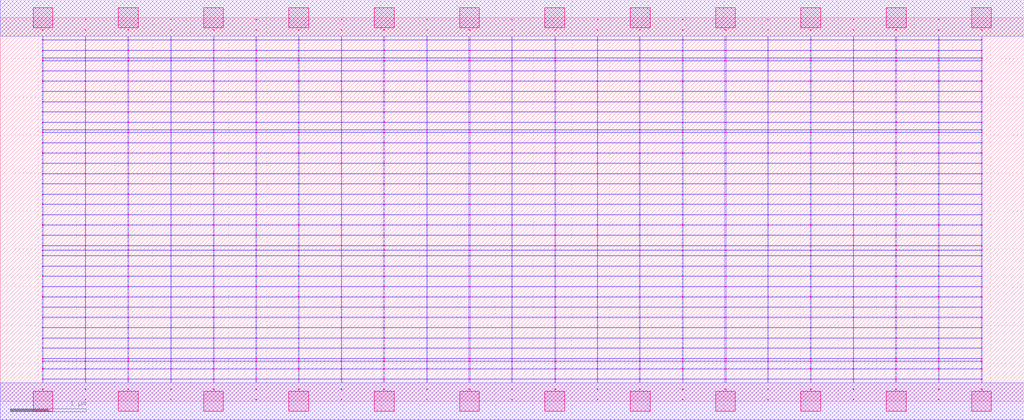
<source format=lef>
MACRO OOAAOAOI221211_DEBUG
 CLASS CORE ;
 FOREIGN OOAAOAOI221211_DEBUG 0 0 ;
 SIZE 13.44 BY 5.04 ;
 ORIGIN 0 0 ;
 SYMMETRY X Y R90 ;
 SITE unit ;

 OBS
    LAYER polycont ;
     RECT 6.71600000 2.58300000 6.72400000 2.59100000 ;
     RECT 6.71600000 2.71800000 6.72400000 2.72600000 ;
     RECT 6.71600000 2.85300000 6.72400000 2.86100000 ;
     RECT 6.71600000 2.98800000 6.72400000 2.99600000 ;
     RECT 8.95600000 2.58300000 8.96400000 2.59100000 ;
     RECT 9.51100000 2.58300000 9.52900000 2.59100000 ;
     RECT 10.07600000 2.58300000 10.08400000 2.59100000 ;
     RECT 10.63100000 2.58300000 10.64900000 2.59100000 ;
     RECT 11.19600000 2.58300000 11.20400000 2.59100000 ;
     RECT 11.75100000 2.58300000 11.76900000 2.59100000 ;
     RECT 12.31600000 2.58300000 12.32400000 2.59100000 ;
     RECT 12.87600000 2.58300000 12.88900000 2.59100000 ;
     RECT 7.27600000 2.58300000 7.28900000 2.59100000 ;
     RECT 7.27600000 2.71800000 7.28900000 2.72600000 ;
     RECT 7.83600000 2.71800000 7.84400000 2.72600000 ;
     RECT 8.39100000 2.71800000 8.40400000 2.72600000 ;
     RECT 8.95600000 2.71800000 8.96400000 2.72600000 ;
     RECT 9.51100000 2.71800000 9.52900000 2.72600000 ;
     RECT 10.07600000 2.71800000 10.08400000 2.72600000 ;
     RECT 10.63100000 2.71800000 10.64900000 2.72600000 ;
     RECT 11.19600000 2.71800000 11.20400000 2.72600000 ;
     RECT 11.75100000 2.71800000 11.76900000 2.72600000 ;
     RECT 12.31600000 2.71800000 12.32400000 2.72600000 ;
     RECT 12.87600000 2.71800000 12.88900000 2.72600000 ;
     RECT 7.83600000 2.58300000 7.84400000 2.59100000 ;
     RECT 7.27600000 2.85300000 7.28900000 2.86100000 ;
     RECT 7.83600000 2.85300000 7.84400000 2.86100000 ;
     RECT 8.39100000 2.85300000 8.40400000 2.86100000 ;
     RECT 8.95600000 2.85300000 8.96400000 2.86100000 ;
     RECT 9.51100000 2.85300000 9.52900000 2.86100000 ;
     RECT 10.07600000 2.85300000 10.08400000 2.86100000 ;
     RECT 10.63100000 2.85300000 10.64900000 2.86100000 ;
     RECT 11.19600000 2.85300000 11.20400000 2.86100000 ;
     RECT 11.75100000 2.85300000 11.76900000 2.86100000 ;
     RECT 12.31600000 2.85300000 12.32400000 2.86100000 ;
     RECT 12.87600000 2.85300000 12.88900000 2.86100000 ;
     RECT 8.39100000 2.58300000 8.40400000 2.59100000 ;
     RECT 7.27600000 2.98800000 7.28900000 2.99600000 ;
     RECT 7.83600000 2.98800000 7.84400000 2.99600000 ;
     RECT 8.39100000 2.98800000 8.40400000 2.99600000 ;
     RECT 8.95600000 2.98800000 8.96400000 2.99600000 ;
     RECT 9.51100000 2.98800000 9.52900000 2.99600000 ;
     RECT 10.07600000 2.98800000 10.08400000 2.99600000 ;
     RECT 10.63100000 2.98800000 10.64900000 2.99600000 ;
     RECT 11.19600000 2.98800000 11.20400000 2.99600000 ;
     RECT 11.75100000 2.98800000 11.76900000 2.99600000 ;
     RECT 12.31600000 2.98800000 12.32400000 2.99600000 ;
     RECT 12.87600000 2.98800000 12.88900000 2.99600000 ;
     RECT 7.83600000 3.12300000 7.84400000 3.13100000 ;
     RECT 7.83600000 3.25800000 7.84400000 3.26600000 ;
     RECT 7.83600000 3.39300000 7.84400000 3.40100000 ;
     RECT 7.83600000 3.52800000 7.84400000 3.53600000 ;
     RECT 7.83600000 3.56100000 7.84400000 3.56900000 ;
     RECT 7.83600000 3.66300000 7.84400000 3.67100000 ;
     RECT 7.83600000 3.79800000 7.84400000 3.80600000 ;
     RECT 7.83600000 3.93300000 7.84400000 3.94100000 ;
     RECT 7.83600000 4.06800000 7.84400000 4.07600000 ;
     RECT 7.83600000 4.20300000 7.84400000 4.21100000 ;
     RECT 7.83600000 4.33800000 7.84400000 4.34600000 ;
     RECT 7.83600000 4.47300000 7.84400000 4.48100000 ;
     RECT 7.83600000 4.51100000 7.84400000 4.51900000 ;
     RECT 7.83600000 4.60800000 7.84400000 4.61600000 ;
     RECT 7.83600000 4.74300000 7.84400000 4.75100000 ;
     RECT 7.83600000 4.87800000 7.84400000 4.88600000 ;
     RECT 5.03100000 2.71800000 5.04900000 2.72600000 ;
     RECT 5.59600000 2.71800000 5.60400000 2.72600000 ;
     RECT 6.15100000 2.71800000 6.16900000 2.72600000 ;
     RECT 1.11600000 2.58300000 1.12400000 2.59100000 ;
     RECT 1.67100000 2.58300000 1.68900000 2.59100000 ;
     RECT 0.55100000 2.98800000 0.56400000 2.99600000 ;
     RECT 1.11600000 2.98800000 1.12400000 2.99600000 ;
     RECT 1.67100000 2.98800000 1.68900000 2.99600000 ;
     RECT 2.23600000 2.98800000 2.24400000 2.99600000 ;
     RECT 2.79600000 2.98800000 2.80900000 2.99600000 ;
     RECT 3.35600000 2.98800000 3.36400000 2.99600000 ;
     RECT 3.91100000 2.98800000 3.92400000 2.99600000 ;
     RECT 4.47600000 2.98800000 4.48400000 2.99600000 ;
     RECT 5.03100000 2.98800000 5.04900000 2.99600000 ;
     RECT 5.59600000 2.98800000 5.60400000 2.99600000 ;
     RECT 6.15100000 2.98800000 6.16900000 2.99600000 ;
     RECT 2.23600000 2.58300000 2.24400000 2.59100000 ;
     RECT 2.79600000 2.58300000 2.80900000 2.59100000 ;
     RECT 3.35600000 2.58300000 3.36400000 2.59100000 ;
     RECT 3.91100000 2.58300000 3.92400000 2.59100000 ;
     RECT 4.47600000 2.58300000 4.48400000 2.59100000 ;
     RECT 5.03100000 2.58300000 5.04900000 2.59100000 ;
     RECT 5.59600000 2.58300000 5.60400000 2.59100000 ;
     RECT 6.15100000 2.58300000 6.16900000 2.59100000 ;
     RECT 0.55100000 2.58300000 0.56400000 2.59100000 ;
     RECT 0.55100000 2.71800000 0.56400000 2.72600000 ;
     RECT 0.55100000 2.85300000 0.56400000 2.86100000 ;
     RECT 1.11600000 2.85300000 1.12400000 2.86100000 ;
     RECT 3.35600000 3.12300000 3.36400000 3.13100000 ;
     RECT 1.67100000 2.85300000 1.68900000 2.86100000 ;
     RECT 3.35600000 3.25800000 3.36400000 3.26600000 ;
     RECT 2.23600000 2.85300000 2.24400000 2.86100000 ;
     RECT 3.35600000 3.39300000 3.36400000 3.40100000 ;
     RECT 2.79600000 2.85300000 2.80900000 2.86100000 ;
     RECT 3.35600000 3.52800000 3.36400000 3.53600000 ;
     RECT 3.35600000 2.85300000 3.36400000 2.86100000 ;
     RECT 3.35600000 3.56100000 3.36400000 3.56900000 ;
     RECT 3.91100000 2.85300000 3.92400000 2.86100000 ;
     RECT 3.35600000 3.66300000 3.36400000 3.67100000 ;
     RECT 4.47600000 2.85300000 4.48400000 2.86100000 ;
     RECT 3.35600000 3.79800000 3.36400000 3.80600000 ;
     RECT 5.03100000 2.85300000 5.04900000 2.86100000 ;
     RECT 3.35600000 3.93300000 3.36400000 3.94100000 ;
     RECT 5.59600000 2.85300000 5.60400000 2.86100000 ;
     RECT 3.35600000 4.06800000 3.36400000 4.07600000 ;
     RECT 6.15100000 2.85300000 6.16900000 2.86100000 ;
     RECT 3.35600000 4.20300000 3.36400000 4.21100000 ;
     RECT 1.11600000 2.71800000 1.12400000 2.72600000 ;
     RECT 3.35600000 4.33800000 3.36400000 4.34600000 ;
     RECT 1.67100000 2.71800000 1.68900000 2.72600000 ;
     RECT 3.35600000 4.47300000 3.36400000 4.48100000 ;
     RECT 2.23600000 2.71800000 2.24400000 2.72600000 ;
     RECT 3.35600000 4.51100000 3.36400000 4.51900000 ;
     RECT 2.79600000 2.71800000 2.80900000 2.72600000 ;
     RECT 3.35600000 4.60800000 3.36400000 4.61600000 ;
     RECT 3.35600000 2.71800000 3.36400000 2.72600000 ;
     RECT 3.35600000 4.74300000 3.36400000 4.75100000 ;
     RECT 3.91100000 2.71800000 3.92400000 2.72600000 ;
     RECT 3.35600000 4.87800000 3.36400000 4.88600000 ;
     RECT 4.47600000 2.71800000 4.48400000 2.72600000 ;
     RECT 7.83600000 0.42300000 7.84400000 0.43100000 ;
     RECT 11.19600000 0.42300000 11.20400000 0.43100000 ;
     RECT 7.83600000 0.52100000 7.84400000 0.52900000 ;
     RECT 11.19600000 0.52100000 11.20400000 0.52900000 ;
     RECT 7.83600000 0.55800000 7.84400000 0.56600000 ;
     RECT 11.19600000 0.55800000 11.20400000 0.56600000 ;
     RECT 7.83600000 0.69300000 7.84400000 0.70100000 ;
     RECT 11.19600000 0.69300000 11.20400000 0.70100000 ;
     RECT 7.83600000 0.82800000 7.84400000 0.83600000 ;
     RECT 11.19600000 0.82800000 11.20400000 0.83600000 ;
     RECT 7.83600000 0.96300000 7.84400000 0.97100000 ;
     RECT 11.19600000 0.96300000 11.20400000 0.97100000 ;
     RECT 7.83600000 1.09800000 7.84400000 1.10600000 ;
     RECT 11.19600000 1.09800000 11.20400000 1.10600000 ;
     RECT 7.83600000 1.23300000 7.84400000 1.24100000 ;
     RECT 11.19600000 1.23300000 11.20400000 1.24100000 ;
     RECT 7.83600000 1.36800000 7.84400000 1.37600000 ;
     RECT 11.19600000 1.36800000 11.20400000 1.37600000 ;
     RECT 7.83600000 1.50300000 7.84400000 1.51100000 ;
     RECT 11.19600000 1.50300000 11.20400000 1.51100000 ;
     RECT 7.83600000 1.63800000 7.84400000 1.64600000 ;
     RECT 11.19600000 1.63800000 11.20400000 1.64600000 ;
     RECT 7.83600000 1.77300000 7.84400000 1.78100000 ;
     RECT 11.19600000 1.77300000 11.20400000 1.78100000 ;
     RECT 7.83600000 1.90800000 7.84400000 1.91600000 ;
     RECT 11.19600000 1.90800000 11.20400000 1.91600000 ;
     RECT 7.83600000 1.98100000 7.84400000 1.98900000 ;
     RECT 11.19600000 1.98100000 11.20400000 1.98900000 ;
     RECT 7.83600000 2.04300000 7.84400000 2.05100000 ;
     RECT 11.19600000 2.04300000 11.20400000 2.05100000 ;
     RECT 7.83600000 2.17800000 7.84400000 2.18600000 ;
     RECT 11.19600000 2.17800000 11.20400000 2.18600000 ;
     RECT 7.83600000 2.31300000 7.84400000 2.32100000 ;
     RECT 11.19600000 2.31300000 11.20400000 2.32100000 ;
     RECT 7.83600000 2.44800000 7.84400000 2.45600000 ;
     RECT 11.19600000 2.44800000 11.20400000 2.45600000 ;
     RECT 7.83600000 0.15300000 7.84400000 0.16100000 ;
     RECT 11.19600000 0.15300000 11.20400000 0.16100000 ;
     RECT 7.83600000 0.28800000 7.84400000 0.29600000 ;
     RECT 11.19600000 0.28800000 11.20400000 0.29600000 ;

    LAYER pdiffc ;
     RECT 0.55100000 3.39300000 0.55900000 3.40100000 ;
     RECT 2.80100000 3.39300000 2.80900000 3.40100000 ;
     RECT 3.91100000 3.39300000 3.91900000 3.40100000 ;
     RECT 7.28100000 3.39300000 7.28900000 3.40100000 ;
     RECT 8.39100000 3.39300000 8.39900000 3.40100000 ;
     RECT 12.88100000 3.39300000 12.88900000 3.40100000 ;
     RECT 0.55100000 3.52800000 0.55900000 3.53600000 ;
     RECT 2.80100000 3.52800000 2.80900000 3.53600000 ;
     RECT 3.91100000 3.52800000 3.91900000 3.53600000 ;
     RECT 7.28100000 3.52800000 7.28900000 3.53600000 ;
     RECT 8.39100000 3.52800000 8.39900000 3.53600000 ;
     RECT 12.88100000 3.52800000 12.88900000 3.53600000 ;
     RECT 0.55100000 3.56100000 0.55900000 3.56900000 ;
     RECT 2.80100000 3.56100000 2.80900000 3.56900000 ;
     RECT 3.91100000 3.56100000 3.91900000 3.56900000 ;
     RECT 7.28100000 3.56100000 7.28900000 3.56900000 ;
     RECT 8.39100000 3.56100000 8.39900000 3.56900000 ;
     RECT 12.88100000 3.56100000 12.88900000 3.56900000 ;
     RECT 0.55100000 3.66300000 0.55900000 3.67100000 ;
     RECT 2.80100000 3.66300000 2.80900000 3.67100000 ;
     RECT 3.91100000 3.66300000 3.91900000 3.67100000 ;
     RECT 7.28100000 3.66300000 7.28900000 3.67100000 ;
     RECT 8.39100000 3.66300000 8.39900000 3.67100000 ;
     RECT 12.88100000 3.66300000 12.88900000 3.67100000 ;
     RECT 0.55100000 3.79800000 0.55900000 3.80600000 ;
     RECT 2.80100000 3.79800000 2.80900000 3.80600000 ;
     RECT 3.91100000 3.79800000 3.91900000 3.80600000 ;
     RECT 7.28100000 3.79800000 7.28900000 3.80600000 ;
     RECT 8.39100000 3.79800000 8.39900000 3.80600000 ;
     RECT 12.88100000 3.79800000 12.88900000 3.80600000 ;
     RECT 0.55100000 3.93300000 0.55900000 3.94100000 ;
     RECT 2.80100000 3.93300000 2.80900000 3.94100000 ;
     RECT 3.91100000 3.93300000 3.91900000 3.94100000 ;
     RECT 7.28100000 3.93300000 7.28900000 3.94100000 ;
     RECT 8.39100000 3.93300000 8.39900000 3.94100000 ;
     RECT 12.88100000 3.93300000 12.88900000 3.94100000 ;
     RECT 0.55100000 4.06800000 0.55900000 4.07600000 ;
     RECT 2.80100000 4.06800000 2.80900000 4.07600000 ;
     RECT 3.91100000 4.06800000 3.91900000 4.07600000 ;
     RECT 7.28100000 4.06800000 7.28900000 4.07600000 ;
     RECT 8.39100000 4.06800000 8.39900000 4.07600000 ;
     RECT 12.88100000 4.06800000 12.88900000 4.07600000 ;
     RECT 0.55100000 4.20300000 0.55900000 4.21100000 ;
     RECT 2.80100000 4.20300000 2.80900000 4.21100000 ;
     RECT 3.91100000 4.20300000 3.91900000 4.21100000 ;
     RECT 7.28100000 4.20300000 7.28900000 4.21100000 ;
     RECT 8.39100000 4.20300000 8.39900000 4.21100000 ;
     RECT 12.88100000 4.20300000 12.88900000 4.21100000 ;
     RECT 0.55100000 4.33800000 0.55900000 4.34600000 ;
     RECT 2.80100000 4.33800000 2.80900000 4.34600000 ;
     RECT 3.91100000 4.33800000 3.91900000 4.34600000 ;
     RECT 7.28100000 4.33800000 7.28900000 4.34600000 ;
     RECT 8.39100000 4.33800000 8.39900000 4.34600000 ;
     RECT 12.88100000 4.33800000 12.88900000 4.34600000 ;
     RECT 0.55100000 4.47300000 0.55900000 4.48100000 ;
     RECT 2.80100000 4.47300000 2.80900000 4.48100000 ;
     RECT 3.91100000 4.47300000 3.91900000 4.48100000 ;
     RECT 7.28100000 4.47300000 7.28900000 4.48100000 ;
     RECT 8.39100000 4.47300000 8.39900000 4.48100000 ;
     RECT 12.88100000 4.47300000 12.88900000 4.48100000 ;
     RECT 0.55100000 4.51100000 0.55900000 4.51900000 ;
     RECT 2.80100000 4.51100000 2.80900000 4.51900000 ;
     RECT 3.91100000 4.51100000 3.91900000 4.51900000 ;
     RECT 7.28100000 4.51100000 7.28900000 4.51900000 ;
     RECT 8.39100000 4.51100000 8.39900000 4.51900000 ;
     RECT 12.88100000 4.51100000 12.88900000 4.51900000 ;
     RECT 0.55100000 4.60800000 0.55900000 4.61600000 ;
     RECT 2.80100000 4.60800000 2.80900000 4.61600000 ;
     RECT 3.91100000 4.60800000 3.91900000 4.61600000 ;
     RECT 7.28100000 4.60800000 7.28900000 4.61600000 ;
     RECT 8.39100000 4.60800000 8.39900000 4.61600000 ;
     RECT 12.88100000 4.60800000 12.88900000 4.61600000 ;

    LAYER ndiffc ;
     RECT 7.27600000 0.42300000 7.28900000 0.43100000 ;
     RECT 8.39100000 0.42300000 8.40400000 0.43100000 ;
     RECT 9.51100000 0.42300000 9.52900000 0.43100000 ;
     RECT 10.63100000 0.42300000 10.64900000 0.43100000 ;
     RECT 11.75100000 0.42300000 11.76900000 0.43100000 ;
     RECT 12.87600000 0.42300000 12.88900000 0.43100000 ;
     RECT 7.27600000 0.52100000 7.28900000 0.52900000 ;
     RECT 8.39100000 0.52100000 8.40400000 0.52900000 ;
     RECT 9.51100000 0.52100000 9.52900000 0.52900000 ;
     RECT 10.63100000 0.52100000 10.64900000 0.52900000 ;
     RECT 11.75100000 0.52100000 11.76900000 0.52900000 ;
     RECT 12.87600000 0.52100000 12.88900000 0.52900000 ;
     RECT 7.27600000 0.55800000 7.28900000 0.56600000 ;
     RECT 8.39100000 0.55800000 8.40400000 0.56600000 ;
     RECT 9.51100000 0.55800000 9.52900000 0.56600000 ;
     RECT 10.63100000 0.55800000 10.64900000 0.56600000 ;
     RECT 11.75100000 0.55800000 11.76900000 0.56600000 ;
     RECT 12.87600000 0.55800000 12.88900000 0.56600000 ;
     RECT 7.27600000 0.69300000 7.28900000 0.70100000 ;
     RECT 8.39100000 0.69300000 8.40400000 0.70100000 ;
     RECT 9.51100000 0.69300000 9.52900000 0.70100000 ;
     RECT 10.63100000 0.69300000 10.64900000 0.70100000 ;
     RECT 11.75100000 0.69300000 11.76900000 0.70100000 ;
     RECT 12.87600000 0.69300000 12.88900000 0.70100000 ;
     RECT 7.27600000 0.82800000 7.28900000 0.83600000 ;
     RECT 8.39100000 0.82800000 8.40400000 0.83600000 ;
     RECT 9.51100000 0.82800000 9.52900000 0.83600000 ;
     RECT 10.63100000 0.82800000 10.64900000 0.83600000 ;
     RECT 11.75100000 0.82800000 11.76900000 0.83600000 ;
     RECT 12.87600000 0.82800000 12.88900000 0.83600000 ;
     RECT 7.27600000 0.96300000 7.28900000 0.97100000 ;
     RECT 8.39100000 0.96300000 8.40400000 0.97100000 ;
     RECT 9.51100000 0.96300000 9.52900000 0.97100000 ;
     RECT 10.63100000 0.96300000 10.64900000 0.97100000 ;
     RECT 11.75100000 0.96300000 11.76900000 0.97100000 ;
     RECT 12.87600000 0.96300000 12.88900000 0.97100000 ;
     RECT 7.27600000 1.09800000 7.28900000 1.10600000 ;
     RECT 8.39100000 1.09800000 8.40400000 1.10600000 ;
     RECT 9.51100000 1.09800000 9.52900000 1.10600000 ;
     RECT 10.63100000 1.09800000 10.64900000 1.10600000 ;
     RECT 11.75100000 1.09800000 11.76900000 1.10600000 ;
     RECT 12.87600000 1.09800000 12.88900000 1.10600000 ;
     RECT 7.27600000 1.23300000 7.28900000 1.24100000 ;
     RECT 8.39100000 1.23300000 8.40400000 1.24100000 ;
     RECT 9.51100000 1.23300000 9.52900000 1.24100000 ;
     RECT 10.63100000 1.23300000 10.64900000 1.24100000 ;
     RECT 11.75100000 1.23300000 11.76900000 1.24100000 ;
     RECT 12.87600000 1.23300000 12.88900000 1.24100000 ;
     RECT 7.27600000 1.36800000 7.28900000 1.37600000 ;
     RECT 8.39100000 1.36800000 8.40400000 1.37600000 ;
     RECT 9.51100000 1.36800000 9.52900000 1.37600000 ;
     RECT 10.63100000 1.36800000 10.64900000 1.37600000 ;
     RECT 11.75100000 1.36800000 11.76900000 1.37600000 ;
     RECT 12.87600000 1.36800000 12.88900000 1.37600000 ;
     RECT 7.27600000 1.50300000 7.28900000 1.51100000 ;
     RECT 8.39100000 1.50300000 8.40400000 1.51100000 ;
     RECT 9.51100000 1.50300000 9.52900000 1.51100000 ;
     RECT 10.63100000 1.50300000 10.64900000 1.51100000 ;
     RECT 11.75100000 1.50300000 11.76900000 1.51100000 ;
     RECT 12.87600000 1.50300000 12.88900000 1.51100000 ;
     RECT 7.27600000 1.63800000 7.28900000 1.64600000 ;
     RECT 8.39100000 1.63800000 8.40400000 1.64600000 ;
     RECT 9.51100000 1.63800000 9.52900000 1.64600000 ;
     RECT 10.63100000 1.63800000 10.64900000 1.64600000 ;
     RECT 11.75100000 1.63800000 11.76900000 1.64600000 ;
     RECT 12.87600000 1.63800000 12.88900000 1.64600000 ;
     RECT 7.27600000 1.77300000 7.28900000 1.78100000 ;
     RECT 8.39100000 1.77300000 8.40400000 1.78100000 ;
     RECT 9.51100000 1.77300000 9.52900000 1.78100000 ;
     RECT 10.63100000 1.77300000 10.64900000 1.78100000 ;
     RECT 11.75100000 1.77300000 11.76900000 1.78100000 ;
     RECT 12.87600000 1.77300000 12.88900000 1.78100000 ;
     RECT 7.27600000 1.90800000 7.28900000 1.91600000 ;
     RECT 8.39100000 1.90800000 8.40400000 1.91600000 ;
     RECT 9.51100000 1.90800000 9.52900000 1.91600000 ;
     RECT 10.63100000 1.90800000 10.64900000 1.91600000 ;
     RECT 11.75100000 1.90800000 11.76900000 1.91600000 ;
     RECT 12.87600000 1.90800000 12.88900000 1.91600000 ;
     RECT 7.27600000 1.98100000 7.28900000 1.98900000 ;
     RECT 8.39100000 1.98100000 8.40400000 1.98900000 ;
     RECT 9.51100000 1.98100000 9.52900000 1.98900000 ;
     RECT 10.63100000 1.98100000 10.64900000 1.98900000 ;
     RECT 11.75100000 1.98100000 11.76900000 1.98900000 ;
     RECT 12.87600000 1.98100000 12.88900000 1.98900000 ;
     RECT 7.27600000 2.04300000 7.28900000 2.05100000 ;
     RECT 8.39100000 2.04300000 8.40400000 2.05100000 ;
     RECT 9.51100000 2.04300000 9.52900000 2.05100000 ;
     RECT 10.63100000 2.04300000 10.64900000 2.05100000 ;
     RECT 11.75100000 2.04300000 11.76900000 2.05100000 ;
     RECT 12.87600000 2.04300000 12.88900000 2.05100000 ;
     RECT 0.55100000 0.42300000 0.56400000 0.43100000 ;
     RECT 1.67100000 0.42300000 1.68900000 0.43100000 ;
     RECT 2.79600000 0.42300000 2.80900000 0.43100000 ;
     RECT 3.91100000 0.42300000 3.92400000 0.43100000 ;
     RECT 5.03100000 0.42300000 5.04900000 0.43100000 ;
     RECT 6.15100000 0.42300000 6.16900000 0.43100000 ;
     RECT 0.55100000 1.36800000 0.56400000 1.37600000 ;
     RECT 1.67100000 1.36800000 1.68900000 1.37600000 ;
     RECT 2.79600000 1.36800000 2.80900000 1.37600000 ;
     RECT 3.91100000 1.36800000 3.92400000 1.37600000 ;
     RECT 5.03100000 1.36800000 5.04900000 1.37600000 ;
     RECT 6.15100000 1.36800000 6.16900000 1.37600000 ;
     RECT 0.55100000 0.82800000 0.56400000 0.83600000 ;
     RECT 1.67100000 0.82800000 1.68900000 0.83600000 ;
     RECT 2.79600000 0.82800000 2.80900000 0.83600000 ;
     RECT 3.91100000 0.82800000 3.92400000 0.83600000 ;
     RECT 5.03100000 0.82800000 5.04900000 0.83600000 ;
     RECT 6.15100000 0.82800000 6.16900000 0.83600000 ;
     RECT 0.55100000 1.50300000 0.56400000 1.51100000 ;
     RECT 1.67100000 1.50300000 1.68900000 1.51100000 ;
     RECT 2.79600000 1.50300000 2.80900000 1.51100000 ;
     RECT 3.91100000 1.50300000 3.92400000 1.51100000 ;
     RECT 5.03100000 1.50300000 5.04900000 1.51100000 ;
     RECT 6.15100000 1.50300000 6.16900000 1.51100000 ;
     RECT 0.55100000 0.55800000 0.56400000 0.56600000 ;
     RECT 1.67100000 0.55800000 1.68900000 0.56600000 ;
     RECT 2.79600000 0.55800000 2.80900000 0.56600000 ;
     RECT 3.91100000 0.55800000 3.92400000 0.56600000 ;
     RECT 5.03100000 0.55800000 5.04900000 0.56600000 ;
     RECT 6.15100000 0.55800000 6.16900000 0.56600000 ;
     RECT 0.55100000 1.63800000 0.56400000 1.64600000 ;
     RECT 1.67100000 1.63800000 1.68900000 1.64600000 ;
     RECT 2.79600000 1.63800000 2.80900000 1.64600000 ;
     RECT 3.91100000 1.63800000 3.92400000 1.64600000 ;
     RECT 5.03100000 1.63800000 5.04900000 1.64600000 ;
     RECT 6.15100000 1.63800000 6.16900000 1.64600000 ;
     RECT 0.55100000 0.96300000 0.56400000 0.97100000 ;
     RECT 1.67100000 0.96300000 1.68900000 0.97100000 ;
     RECT 2.79600000 0.96300000 2.80900000 0.97100000 ;
     RECT 3.91100000 0.96300000 3.92400000 0.97100000 ;
     RECT 5.03100000 0.96300000 5.04900000 0.97100000 ;
     RECT 6.15100000 0.96300000 6.16900000 0.97100000 ;
     RECT 0.55100000 1.77300000 0.56400000 1.78100000 ;
     RECT 1.67100000 1.77300000 1.68900000 1.78100000 ;
     RECT 2.79600000 1.77300000 2.80900000 1.78100000 ;
     RECT 3.91100000 1.77300000 3.92400000 1.78100000 ;
     RECT 5.03100000 1.77300000 5.04900000 1.78100000 ;
     RECT 6.15100000 1.77300000 6.16900000 1.78100000 ;
     RECT 0.55100000 0.52100000 0.56400000 0.52900000 ;
     RECT 1.67100000 0.52100000 1.68900000 0.52900000 ;
     RECT 2.79600000 0.52100000 2.80900000 0.52900000 ;
     RECT 3.91100000 0.52100000 3.92400000 0.52900000 ;
     RECT 5.03100000 0.52100000 5.04900000 0.52900000 ;
     RECT 6.15100000 0.52100000 6.16900000 0.52900000 ;
     RECT 0.55100000 1.90800000 0.56400000 1.91600000 ;
     RECT 1.67100000 1.90800000 1.68900000 1.91600000 ;
     RECT 2.79600000 1.90800000 2.80900000 1.91600000 ;
     RECT 3.91100000 1.90800000 3.92400000 1.91600000 ;
     RECT 5.03100000 1.90800000 5.04900000 1.91600000 ;
     RECT 6.15100000 1.90800000 6.16900000 1.91600000 ;
     RECT 0.55100000 1.09800000 0.56400000 1.10600000 ;
     RECT 1.67100000 1.09800000 1.68900000 1.10600000 ;
     RECT 2.79600000 1.09800000 2.80900000 1.10600000 ;
     RECT 3.91100000 1.09800000 3.92400000 1.10600000 ;
     RECT 5.03100000 1.09800000 5.04900000 1.10600000 ;
     RECT 6.15100000 1.09800000 6.16900000 1.10600000 ;
     RECT 0.55100000 1.98100000 0.56400000 1.98900000 ;
     RECT 1.67100000 1.98100000 1.68900000 1.98900000 ;
     RECT 2.79600000 1.98100000 2.80900000 1.98900000 ;
     RECT 3.91100000 1.98100000 3.92400000 1.98900000 ;
     RECT 5.03100000 1.98100000 5.04900000 1.98900000 ;
     RECT 6.15100000 1.98100000 6.16900000 1.98900000 ;
     RECT 0.55100000 0.69300000 0.56400000 0.70100000 ;
     RECT 1.67100000 0.69300000 1.68900000 0.70100000 ;
     RECT 2.79600000 0.69300000 2.80900000 0.70100000 ;
     RECT 3.91100000 0.69300000 3.92400000 0.70100000 ;
     RECT 5.03100000 0.69300000 5.04900000 0.70100000 ;
     RECT 6.15100000 0.69300000 6.16900000 0.70100000 ;
     RECT 0.55100000 2.04300000 0.56400000 2.05100000 ;
     RECT 1.67100000 2.04300000 1.68900000 2.05100000 ;
     RECT 2.79600000 2.04300000 2.80900000 2.05100000 ;
     RECT 3.91100000 2.04300000 3.92400000 2.05100000 ;
     RECT 5.03100000 2.04300000 5.04900000 2.05100000 ;
     RECT 6.15100000 2.04300000 6.16900000 2.05100000 ;
     RECT 0.55100000 1.23300000 0.56400000 1.24100000 ;
     RECT 1.67100000 1.23300000 1.68900000 1.24100000 ;
     RECT 2.79600000 1.23300000 2.80900000 1.24100000 ;
     RECT 3.91100000 1.23300000 3.92400000 1.24100000 ;
     RECT 5.03100000 1.23300000 5.04900000 1.24100000 ;
     RECT 6.15100000 1.23300000 6.16900000 1.24100000 ;

    LAYER met1 ;
     RECT 0.00000000 -0.24000000 13.44000000 0.24000000 ;
     RECT 6.71600000 0.24000000 6.72400000 0.28800000 ;
     RECT 0.55100000 0.28800000 12.88900000 0.29600000 ;
     RECT 6.71600000 0.29600000 6.72400000 0.42300000 ;
     RECT 0.55100000 0.42300000 12.88900000 0.43100000 ;
     RECT 6.71600000 0.43100000 6.72400000 0.52100000 ;
     RECT 0.55100000 0.52100000 12.88900000 0.52900000 ;
     RECT 6.71600000 0.52900000 6.72400000 0.55800000 ;
     RECT 0.55100000 0.55800000 12.88900000 0.56600000 ;
     RECT 6.71600000 0.56600000 6.72400000 0.69300000 ;
     RECT 0.55100000 0.69300000 12.88900000 0.70100000 ;
     RECT 6.71600000 0.70100000 6.72400000 0.82800000 ;
     RECT 0.55100000 0.82800000 12.88900000 0.83600000 ;
     RECT 6.71600000 0.83600000 6.72400000 0.96300000 ;
     RECT 0.55100000 0.96300000 12.88900000 0.97100000 ;
     RECT 6.71600000 0.97100000 6.72400000 1.09800000 ;
     RECT 0.55100000 1.09800000 12.88900000 1.10600000 ;
     RECT 6.71600000 1.10600000 6.72400000 1.23300000 ;
     RECT 0.55100000 1.23300000 12.88900000 1.24100000 ;
     RECT 6.71600000 1.24100000 6.72400000 1.36800000 ;
     RECT 0.55100000 1.36800000 12.88900000 1.37600000 ;
     RECT 6.71600000 1.37600000 6.72400000 1.50300000 ;
     RECT 0.55100000 1.50300000 12.88900000 1.51100000 ;
     RECT 6.71600000 1.51100000 6.72400000 1.63800000 ;
     RECT 0.55100000 1.63800000 12.88900000 1.64600000 ;
     RECT 6.71600000 1.64600000 6.72400000 1.77300000 ;
     RECT 0.55100000 1.77300000 12.88900000 1.78100000 ;
     RECT 6.71600000 1.78100000 6.72400000 1.90800000 ;
     RECT 0.55100000 1.90800000 12.88900000 1.91600000 ;
     RECT 6.71600000 1.91600000 6.72400000 1.98100000 ;
     RECT 0.55100000 1.98100000 12.88900000 1.98900000 ;
     RECT 6.71600000 1.98900000 6.72400000 2.04300000 ;
     RECT 0.55100000 2.04300000 12.88900000 2.05100000 ;
     RECT 6.71600000 2.05100000 6.72400000 2.17800000 ;
     RECT 0.55100000 2.17800000 12.88900000 2.18600000 ;
     RECT 6.71600000 2.18600000 6.72400000 2.31300000 ;
     RECT 0.55100000 2.31300000 12.88900000 2.32100000 ;
     RECT 6.71600000 2.32100000 6.72400000 2.44800000 ;
     RECT 0.55100000 2.44800000 12.88900000 2.45600000 ;
     RECT 0.55100000 2.45600000 0.56400000 2.58300000 ;
     RECT 1.11600000 2.45600000 1.12400000 2.58300000 ;
     RECT 1.67100000 2.45600000 1.68900000 2.58300000 ;
     RECT 2.23600000 2.45600000 2.24400000 2.58300000 ;
     RECT 2.79600000 2.45600000 2.80900000 2.58300000 ;
     RECT 3.35600000 2.45600000 3.36400000 2.58300000 ;
     RECT 3.91100000 2.45600000 3.92400000 2.58300000 ;
     RECT 4.47600000 2.45600000 4.48400000 2.58300000 ;
     RECT 5.03100000 2.45600000 5.04900000 2.58300000 ;
     RECT 5.59600000 2.45600000 5.60400000 2.58300000 ;
     RECT 6.15100000 2.45600000 6.16900000 2.58300000 ;
     RECT 6.71600000 2.45600000 6.72400000 2.58300000 ;
     RECT 7.27600000 2.45600000 7.28900000 2.58300000 ;
     RECT 7.83600000 2.45600000 7.84400000 2.58300000 ;
     RECT 8.39100000 2.45600000 8.40400000 2.58300000 ;
     RECT 8.95600000 2.45600000 8.96400000 2.58300000 ;
     RECT 9.51100000 2.45600000 9.52900000 2.58300000 ;
     RECT 10.07600000 2.45600000 10.08400000 2.58300000 ;
     RECT 10.63100000 2.45600000 10.64900000 2.58300000 ;
     RECT 11.19600000 2.45600000 11.20400000 2.58300000 ;
     RECT 11.75100000 2.45600000 11.76900000 2.58300000 ;
     RECT 12.31600000 2.45600000 12.32400000 2.58300000 ;
     RECT 12.87600000 2.45600000 12.88900000 2.58300000 ;
     RECT 0.55100000 2.58300000 12.88900000 2.59100000 ;
     RECT 6.71600000 2.59100000 6.72400000 2.71800000 ;
     RECT 0.55100000 2.71800000 12.88900000 2.72600000 ;
     RECT 6.71600000 2.72600000 6.72400000 2.85300000 ;
     RECT 0.55100000 2.85300000 12.88900000 2.86100000 ;
     RECT 6.71600000 2.86100000 6.72400000 2.98800000 ;
     RECT 0.55100000 2.98800000 12.88900000 2.99600000 ;
     RECT 6.71600000 2.99600000 6.72400000 3.12300000 ;
     RECT 0.55100000 3.12300000 12.88900000 3.13100000 ;
     RECT 6.71600000 3.13100000 6.72400000 3.25800000 ;
     RECT 0.55100000 3.25800000 12.88900000 3.26600000 ;
     RECT 6.71600000 3.26600000 6.72400000 3.39300000 ;
     RECT 0.55100000 3.39300000 12.88900000 3.40100000 ;
     RECT 6.71600000 3.40100000 6.72400000 3.52800000 ;
     RECT 0.55100000 3.52800000 12.88900000 3.53600000 ;
     RECT 6.71600000 3.53600000 6.72400000 3.56100000 ;
     RECT 0.55100000 3.56100000 12.88900000 3.56900000 ;
     RECT 6.71600000 3.56900000 6.72400000 3.66300000 ;
     RECT 0.55100000 3.66300000 12.88900000 3.67100000 ;
     RECT 6.71600000 3.67100000 6.72400000 3.79800000 ;
     RECT 0.55100000 3.79800000 12.88900000 3.80600000 ;
     RECT 6.71600000 3.80600000 6.72400000 3.93300000 ;
     RECT 0.55100000 3.93300000 12.88900000 3.94100000 ;
     RECT 6.71600000 3.94100000 6.72400000 4.06800000 ;
     RECT 0.55100000 4.06800000 12.88900000 4.07600000 ;
     RECT 6.71600000 4.07600000 6.72400000 4.20300000 ;
     RECT 0.55100000 4.20300000 12.88900000 4.21100000 ;
     RECT 6.71600000 4.21100000 6.72400000 4.33800000 ;
     RECT 0.55100000 4.33800000 12.88900000 4.34600000 ;
     RECT 6.71600000 4.34600000 6.72400000 4.47300000 ;
     RECT 0.55100000 4.47300000 12.88900000 4.48100000 ;
     RECT 6.71600000 4.48100000 6.72400000 4.51100000 ;
     RECT 0.55100000 4.51100000 12.88900000 4.51900000 ;
     RECT 6.71600000 4.51900000 6.72400000 4.60800000 ;
     RECT 0.55100000 4.60800000 12.88900000 4.61600000 ;
     RECT 6.71600000 4.61600000 6.72400000 4.74300000 ;
     RECT 0.55100000 4.74300000 12.88900000 4.75100000 ;
     RECT 6.71600000 4.75100000 6.72400000 4.80000000 ;
     RECT 0.00000000 4.80000000 13.44000000 5.28000000 ;
     RECT 10.07600000 2.59100000 10.08400000 2.71800000 ;
     RECT 10.07600000 2.99600000 10.08400000 3.12300000 ;
     RECT 10.07600000 3.13100000 10.08400000 3.25800000 ;
     RECT 10.07600000 3.26600000 10.08400000 3.39300000 ;
     RECT 10.07600000 3.40100000 10.08400000 3.52800000 ;
     RECT 10.07600000 3.53600000 10.08400000 3.56100000 ;
     RECT 10.07600000 3.56900000 10.08400000 3.66300000 ;
     RECT 10.07600000 3.67100000 10.08400000 3.79800000 ;
     RECT 10.07600000 2.72600000 10.08400000 2.85300000 ;
     RECT 7.27600000 3.80600000 7.28900000 3.93300000 ;
     RECT 7.83600000 3.80600000 7.84400000 3.93300000 ;
     RECT 8.39100000 3.80600000 8.40400000 3.93300000 ;
     RECT 8.95600000 3.80600000 8.96400000 3.93300000 ;
     RECT 9.51100000 3.80600000 9.52900000 3.93300000 ;
     RECT 10.07600000 3.80600000 10.08400000 3.93300000 ;
     RECT 10.63100000 3.80600000 10.64900000 3.93300000 ;
     RECT 11.19600000 3.80600000 11.20400000 3.93300000 ;
     RECT 11.75100000 3.80600000 11.76900000 3.93300000 ;
     RECT 12.31600000 3.80600000 12.32400000 3.93300000 ;
     RECT 12.87600000 3.80600000 12.88900000 3.93300000 ;
     RECT 10.07600000 3.94100000 10.08400000 4.06800000 ;
     RECT 10.07600000 4.07600000 10.08400000 4.20300000 ;
     RECT 10.07600000 4.21100000 10.08400000 4.33800000 ;
     RECT 10.07600000 4.34600000 10.08400000 4.47300000 ;
     RECT 10.07600000 4.48100000 10.08400000 4.51100000 ;
     RECT 10.07600000 2.86100000 10.08400000 2.98800000 ;
     RECT 10.07600000 4.51900000 10.08400000 4.60800000 ;
     RECT 10.07600000 4.61600000 10.08400000 4.74300000 ;
     RECT 10.07600000 4.75100000 10.08400000 4.80000000 ;
     RECT 11.75100000 4.07600000 11.76900000 4.20300000 ;
     RECT 12.31600000 4.07600000 12.32400000 4.20300000 ;
     RECT 12.87600000 4.07600000 12.88900000 4.20300000 ;
     RECT 11.19600000 3.94100000 11.20400000 4.06800000 ;
     RECT 10.63100000 4.21100000 10.64900000 4.33800000 ;
     RECT 11.19600000 4.21100000 11.20400000 4.33800000 ;
     RECT 11.75100000 4.21100000 11.76900000 4.33800000 ;
     RECT 12.31600000 4.21100000 12.32400000 4.33800000 ;
     RECT 12.87600000 4.21100000 12.88900000 4.33800000 ;
     RECT 11.75100000 3.94100000 11.76900000 4.06800000 ;
     RECT 10.63100000 4.34600000 10.64900000 4.47300000 ;
     RECT 11.19600000 4.34600000 11.20400000 4.47300000 ;
     RECT 11.75100000 4.34600000 11.76900000 4.47300000 ;
     RECT 12.31600000 4.34600000 12.32400000 4.47300000 ;
     RECT 12.87600000 4.34600000 12.88900000 4.47300000 ;
     RECT 12.31600000 3.94100000 12.32400000 4.06800000 ;
     RECT 10.63100000 4.48100000 10.64900000 4.51100000 ;
     RECT 11.19600000 4.48100000 11.20400000 4.51100000 ;
     RECT 11.75100000 4.48100000 11.76900000 4.51100000 ;
     RECT 12.31600000 4.48100000 12.32400000 4.51100000 ;
     RECT 12.87600000 4.48100000 12.88900000 4.51100000 ;
     RECT 12.87600000 3.94100000 12.88900000 4.06800000 ;
     RECT 10.63100000 3.94100000 10.64900000 4.06800000 ;
     RECT 10.63100000 4.51900000 10.64900000 4.60800000 ;
     RECT 11.19600000 4.51900000 11.20400000 4.60800000 ;
     RECT 11.75100000 4.51900000 11.76900000 4.60800000 ;
     RECT 12.31600000 4.51900000 12.32400000 4.60800000 ;
     RECT 12.87600000 4.51900000 12.88900000 4.60800000 ;
     RECT 10.63100000 4.07600000 10.64900000 4.20300000 ;
     RECT 10.63100000 4.61600000 10.64900000 4.74300000 ;
     RECT 11.19600000 4.61600000 11.20400000 4.74300000 ;
     RECT 11.75100000 4.61600000 11.76900000 4.74300000 ;
     RECT 12.31600000 4.61600000 12.32400000 4.74300000 ;
     RECT 12.87600000 4.61600000 12.88900000 4.74300000 ;
     RECT 11.19600000 4.07600000 11.20400000 4.20300000 ;
     RECT 10.63100000 4.75100000 10.64900000 4.80000000 ;
     RECT 11.19600000 4.75100000 11.20400000 4.80000000 ;
     RECT 11.75100000 4.75100000 11.76900000 4.80000000 ;
     RECT 12.31600000 4.75100000 12.32400000 4.80000000 ;
     RECT 12.87600000 4.75100000 12.88900000 4.80000000 ;
     RECT 8.39100000 4.21100000 8.40400000 4.33800000 ;
     RECT 8.95600000 4.21100000 8.96400000 4.33800000 ;
     RECT 9.51100000 4.21100000 9.52900000 4.33800000 ;
     RECT 7.83600000 4.07600000 7.84400000 4.20300000 ;
     RECT 8.39100000 4.07600000 8.40400000 4.20300000 ;
     RECT 8.95600000 4.07600000 8.96400000 4.20300000 ;
     RECT 9.51100000 4.07600000 9.52900000 4.20300000 ;
     RECT 7.27600000 4.51900000 7.28900000 4.60800000 ;
     RECT 7.83600000 4.51900000 7.84400000 4.60800000 ;
     RECT 8.39100000 4.51900000 8.40400000 4.60800000 ;
     RECT 8.95600000 4.51900000 8.96400000 4.60800000 ;
     RECT 9.51100000 4.51900000 9.52900000 4.60800000 ;
     RECT 7.83600000 3.94100000 7.84400000 4.06800000 ;
     RECT 8.39100000 3.94100000 8.40400000 4.06800000 ;
     RECT 7.27600000 4.34600000 7.28900000 4.47300000 ;
     RECT 7.83600000 4.34600000 7.84400000 4.47300000 ;
     RECT 8.39100000 4.34600000 8.40400000 4.47300000 ;
     RECT 8.95600000 4.34600000 8.96400000 4.47300000 ;
     RECT 7.27600000 4.61600000 7.28900000 4.74300000 ;
     RECT 7.83600000 4.61600000 7.84400000 4.74300000 ;
     RECT 8.39100000 4.61600000 8.40400000 4.74300000 ;
     RECT 8.95600000 4.61600000 8.96400000 4.74300000 ;
     RECT 9.51100000 4.61600000 9.52900000 4.74300000 ;
     RECT 9.51100000 4.34600000 9.52900000 4.47300000 ;
     RECT 8.95600000 3.94100000 8.96400000 4.06800000 ;
     RECT 9.51100000 3.94100000 9.52900000 4.06800000 ;
     RECT 7.27600000 3.94100000 7.28900000 4.06800000 ;
     RECT 7.27600000 4.07600000 7.28900000 4.20300000 ;
     RECT 7.27600000 4.21100000 7.28900000 4.33800000 ;
     RECT 7.27600000 4.75100000 7.28900000 4.80000000 ;
     RECT 7.83600000 4.75100000 7.84400000 4.80000000 ;
     RECT 8.39100000 4.75100000 8.40400000 4.80000000 ;
     RECT 8.95600000 4.75100000 8.96400000 4.80000000 ;
     RECT 9.51100000 4.75100000 9.52900000 4.80000000 ;
     RECT 7.83600000 4.21100000 7.84400000 4.33800000 ;
     RECT 7.27600000 4.48100000 7.28900000 4.51100000 ;
     RECT 7.83600000 4.48100000 7.84400000 4.51100000 ;
     RECT 8.39100000 4.48100000 8.40400000 4.51100000 ;
     RECT 8.95600000 4.48100000 8.96400000 4.51100000 ;
     RECT 9.51100000 4.48100000 9.52900000 4.51100000 ;
     RECT 7.83600000 2.99600000 7.84400000 3.12300000 ;
     RECT 7.27600000 2.59100000 7.28900000 2.71800000 ;
     RECT 8.39100000 2.86100000 8.40400000 2.98800000 ;
     RECT 8.95600000 2.86100000 8.96400000 2.98800000 ;
     RECT 7.27600000 3.40100000 7.28900000 3.52800000 ;
     RECT 7.83600000 3.40100000 7.84400000 3.52800000 ;
     RECT 8.39100000 3.40100000 8.40400000 3.52800000 ;
     RECT 8.95600000 3.40100000 8.96400000 3.52800000 ;
     RECT 9.51100000 3.40100000 9.52900000 3.52800000 ;
     RECT 8.39100000 2.99600000 8.40400000 3.12300000 ;
     RECT 7.83600000 2.59100000 7.84400000 2.71800000 ;
     RECT 7.27600000 2.72600000 7.28900000 2.85300000 ;
     RECT 7.27600000 3.53600000 7.28900000 3.56100000 ;
     RECT 7.83600000 3.53600000 7.84400000 3.56100000 ;
     RECT 8.39100000 3.53600000 8.40400000 3.56100000 ;
     RECT 9.51100000 2.86100000 9.52900000 2.98800000 ;
     RECT 8.95600000 3.53600000 8.96400000 3.56100000 ;
     RECT 9.51100000 3.53600000 9.52900000 3.56100000 ;
     RECT 8.95600000 2.99600000 8.96400000 3.12300000 ;
     RECT 7.83600000 2.72600000 7.84400000 2.85300000 ;
     RECT 8.39100000 2.72600000 8.40400000 2.85300000 ;
     RECT 7.27600000 3.56900000 7.28900000 3.66300000 ;
     RECT 7.83600000 3.56900000 7.84400000 3.66300000 ;
     RECT 8.39100000 3.56900000 8.40400000 3.66300000 ;
     RECT 8.95600000 3.56900000 8.96400000 3.66300000 ;
     RECT 9.51100000 3.56900000 9.52900000 3.66300000 ;
     RECT 8.39100000 2.59100000 8.40400000 2.71800000 ;
     RECT 8.95600000 2.59100000 8.96400000 2.71800000 ;
     RECT 9.51100000 2.99600000 9.52900000 3.12300000 ;
     RECT 8.95600000 2.72600000 8.96400000 2.85300000 ;
     RECT 9.51100000 2.72600000 9.52900000 2.85300000 ;
     RECT 7.27600000 3.67100000 7.28900000 3.79800000 ;
     RECT 7.83600000 3.67100000 7.84400000 3.79800000 ;
     RECT 8.39100000 3.67100000 8.40400000 3.79800000 ;
     RECT 8.95600000 3.67100000 8.96400000 3.79800000 ;
     RECT 9.51100000 3.67100000 9.52900000 3.79800000 ;
     RECT 9.51100000 2.59100000 9.52900000 2.71800000 ;
     RECT 7.27600000 3.13100000 7.28900000 3.25800000 ;
     RECT 7.83600000 3.13100000 7.84400000 3.25800000 ;
     RECT 7.27600000 2.86100000 7.28900000 2.98800000 ;
     RECT 7.83600000 2.86100000 7.84400000 2.98800000 ;
     RECT 8.39100000 3.13100000 8.40400000 3.25800000 ;
     RECT 8.95600000 3.13100000 8.96400000 3.25800000 ;
     RECT 9.51100000 3.13100000 9.52900000 3.25800000 ;
     RECT 7.27600000 2.99600000 7.28900000 3.12300000 ;
     RECT 7.27600000 3.26600000 7.28900000 3.39300000 ;
     RECT 7.83600000 3.26600000 7.84400000 3.39300000 ;
     RECT 8.39100000 3.26600000 8.40400000 3.39300000 ;
     RECT 8.95600000 3.26600000 8.96400000 3.39300000 ;
     RECT 9.51100000 3.26600000 9.52900000 3.39300000 ;
     RECT 10.63100000 3.13100000 10.64900000 3.25800000 ;
     RECT 11.19600000 3.13100000 11.20400000 3.25800000 ;
     RECT 10.63100000 3.56900000 10.64900000 3.66300000 ;
     RECT 12.31600000 2.72600000 12.32400000 2.85300000 ;
     RECT 12.87600000 2.72600000 12.88900000 2.85300000 ;
     RECT 11.19600000 3.56900000 11.20400000 3.66300000 ;
     RECT 11.75100000 3.56900000 11.76900000 3.66300000 ;
     RECT 12.31600000 3.56900000 12.32400000 3.66300000 ;
     RECT 12.87600000 3.56900000 12.88900000 3.66300000 ;
     RECT 11.75100000 3.13100000 11.76900000 3.25800000 ;
     RECT 12.31600000 3.13100000 12.32400000 3.25800000 ;
     RECT 12.87600000 3.13100000 12.88900000 3.25800000 ;
     RECT 11.75100000 2.59100000 11.76900000 2.71800000 ;
     RECT 10.63100000 3.40100000 10.64900000 3.52800000 ;
     RECT 11.19600000 3.40100000 11.20400000 3.52800000 ;
     RECT 11.75100000 3.40100000 11.76900000 3.52800000 ;
     RECT 12.31600000 3.40100000 12.32400000 3.52800000 ;
     RECT 10.63100000 3.67100000 10.64900000 3.79800000 ;
     RECT 11.19600000 3.67100000 11.20400000 3.79800000 ;
     RECT 11.75100000 3.67100000 11.76900000 3.79800000 ;
     RECT 12.31600000 3.67100000 12.32400000 3.79800000 ;
     RECT 12.87600000 3.67100000 12.88900000 3.79800000 ;
     RECT 12.87600000 3.40100000 12.88900000 3.52800000 ;
     RECT 10.63100000 2.86100000 10.64900000 2.98800000 ;
     RECT 11.19600000 2.86100000 11.20400000 2.98800000 ;
     RECT 10.63100000 2.72600000 10.64900000 2.85300000 ;
     RECT 12.31600000 2.59100000 12.32400000 2.71800000 ;
     RECT 11.19600000 2.59100000 11.20400000 2.71800000 ;
     RECT 10.63100000 2.99600000 10.64900000 3.12300000 ;
     RECT 11.19600000 2.99600000 11.20400000 3.12300000 ;
     RECT 11.75100000 2.99600000 11.76900000 3.12300000 ;
     RECT 12.31600000 2.99600000 12.32400000 3.12300000 ;
     RECT 12.87600000 2.99600000 12.88900000 3.12300000 ;
     RECT 10.63100000 3.26600000 10.64900000 3.39300000 ;
     RECT 10.63100000 3.53600000 10.64900000 3.56100000 ;
     RECT 11.19600000 3.53600000 11.20400000 3.56100000 ;
     RECT 11.75100000 2.86100000 11.76900000 2.98800000 ;
     RECT 12.31600000 2.86100000 12.32400000 2.98800000 ;
     RECT 11.75100000 3.53600000 11.76900000 3.56100000 ;
     RECT 11.19600000 2.72600000 11.20400000 2.85300000 ;
     RECT 11.75100000 2.72600000 11.76900000 2.85300000 ;
     RECT 12.31600000 3.53600000 12.32400000 3.56100000 ;
     RECT 12.87600000 3.53600000 12.88900000 3.56100000 ;
     RECT 11.19600000 3.26600000 11.20400000 3.39300000 ;
     RECT 11.75100000 3.26600000 11.76900000 3.39300000 ;
     RECT 12.31600000 3.26600000 12.32400000 3.39300000 ;
     RECT 12.87600000 3.26600000 12.88900000 3.39300000 ;
     RECT 12.87600000 2.59100000 12.88900000 2.71800000 ;
     RECT 10.63100000 2.59100000 10.64900000 2.71800000 ;
     RECT 12.87600000 2.86100000 12.88900000 2.98800000 ;
     RECT 4.47600000 3.80600000 4.48400000 3.93300000 ;
     RECT 5.03100000 3.80600000 5.04900000 3.93300000 ;
     RECT 5.59600000 3.80600000 5.60400000 3.93300000 ;
     RECT 6.15100000 3.80600000 6.16900000 3.93300000 ;
     RECT 3.35600000 2.59100000 3.36400000 2.71800000 ;
     RECT 3.35600000 3.94100000 3.36400000 4.06800000 ;
     RECT 3.35600000 2.99600000 3.36400000 3.12300000 ;
     RECT 3.35600000 3.40100000 3.36400000 3.52800000 ;
     RECT 3.35600000 4.07600000 3.36400000 4.20300000 ;
     RECT 3.35600000 4.21100000 3.36400000 4.33800000 ;
     RECT 3.35600000 3.53600000 3.36400000 3.56100000 ;
     RECT 3.35600000 4.34600000 3.36400000 4.47300000 ;
     RECT 3.35600000 3.13100000 3.36400000 3.25800000 ;
     RECT 3.35600000 4.48100000 3.36400000 4.51100000 ;
     RECT 3.35600000 3.56900000 3.36400000 3.66300000 ;
     RECT 3.35600000 2.86100000 3.36400000 2.98800000 ;
     RECT 3.35600000 4.51900000 3.36400000 4.60800000 ;
     RECT 3.35600000 4.61600000 3.36400000 4.74300000 ;
     RECT 3.35600000 3.67100000 3.36400000 3.79800000 ;
     RECT 3.35600000 2.72600000 3.36400000 2.85300000 ;
     RECT 3.35600000 4.75100000 3.36400000 4.80000000 ;
     RECT 3.35600000 3.26600000 3.36400000 3.39300000 ;
     RECT 0.55100000 3.80600000 0.56400000 3.93300000 ;
     RECT 1.11600000 3.80600000 1.12400000 3.93300000 ;
     RECT 1.67100000 3.80600000 1.68900000 3.93300000 ;
     RECT 2.23600000 3.80600000 2.24400000 3.93300000 ;
     RECT 2.79600000 3.80600000 2.80900000 3.93300000 ;
     RECT 3.35600000 3.80600000 3.36400000 3.93300000 ;
     RECT 3.91100000 3.80600000 3.92400000 3.93300000 ;
     RECT 5.03100000 4.34600000 5.04900000 4.47300000 ;
     RECT 5.59600000 4.34600000 5.60400000 4.47300000 ;
     RECT 6.15100000 4.34600000 6.16900000 4.47300000 ;
     RECT 4.47600000 3.94100000 4.48400000 4.06800000 ;
     RECT 5.03100000 3.94100000 5.04900000 4.06800000 ;
     RECT 3.91100000 4.48100000 3.92400000 4.51100000 ;
     RECT 4.47600000 4.48100000 4.48400000 4.51100000 ;
     RECT 5.03100000 4.48100000 5.04900000 4.51100000 ;
     RECT 5.59600000 4.48100000 5.60400000 4.51100000 ;
     RECT 6.15100000 4.48100000 6.16900000 4.51100000 ;
     RECT 3.91100000 4.07600000 3.92400000 4.20300000 ;
     RECT 4.47600000 4.07600000 4.48400000 4.20300000 ;
     RECT 5.03100000 4.07600000 5.04900000 4.20300000 ;
     RECT 3.91100000 4.51900000 3.92400000 4.60800000 ;
     RECT 4.47600000 4.51900000 4.48400000 4.60800000 ;
     RECT 5.03100000 4.51900000 5.04900000 4.60800000 ;
     RECT 5.59600000 4.51900000 5.60400000 4.60800000 ;
     RECT 6.15100000 4.51900000 6.16900000 4.60800000 ;
     RECT 5.59600000 4.07600000 5.60400000 4.20300000 ;
     RECT 3.91100000 4.61600000 3.92400000 4.74300000 ;
     RECT 4.47600000 4.61600000 4.48400000 4.74300000 ;
     RECT 5.03100000 4.61600000 5.04900000 4.74300000 ;
     RECT 5.59600000 4.61600000 5.60400000 4.74300000 ;
     RECT 6.15100000 4.61600000 6.16900000 4.74300000 ;
     RECT 6.15100000 4.07600000 6.16900000 4.20300000 ;
     RECT 5.59600000 3.94100000 5.60400000 4.06800000 ;
     RECT 3.91100000 4.21100000 3.92400000 4.33800000 ;
     RECT 3.91100000 4.75100000 3.92400000 4.80000000 ;
     RECT 4.47600000 4.75100000 4.48400000 4.80000000 ;
     RECT 5.03100000 4.75100000 5.04900000 4.80000000 ;
     RECT 5.59600000 4.75100000 5.60400000 4.80000000 ;
     RECT 6.15100000 4.75100000 6.16900000 4.80000000 ;
     RECT 4.47600000 4.21100000 4.48400000 4.33800000 ;
     RECT 5.03100000 4.21100000 5.04900000 4.33800000 ;
     RECT 5.59600000 4.21100000 5.60400000 4.33800000 ;
     RECT 6.15100000 4.21100000 6.16900000 4.33800000 ;
     RECT 6.15100000 3.94100000 6.16900000 4.06800000 ;
     RECT 3.91100000 3.94100000 3.92400000 4.06800000 ;
     RECT 3.91100000 4.34600000 3.92400000 4.47300000 ;
     RECT 4.47600000 4.34600000 4.48400000 4.47300000 ;
     RECT 2.23600000 4.51900000 2.24400000 4.60800000 ;
     RECT 2.79600000 4.51900000 2.80900000 4.60800000 ;
     RECT 0.55100000 4.34600000 0.56400000 4.47300000 ;
     RECT 1.11600000 4.34600000 1.12400000 4.47300000 ;
     RECT 1.67100000 4.34600000 1.68900000 4.47300000 ;
     RECT 2.23600000 4.34600000 2.24400000 4.47300000 ;
     RECT 2.79600000 4.34600000 2.80900000 4.47300000 ;
     RECT 1.11600000 3.94100000 1.12400000 4.06800000 ;
     RECT 0.55100000 4.61600000 0.56400000 4.74300000 ;
     RECT 1.11600000 4.61600000 1.12400000 4.74300000 ;
     RECT 1.67100000 4.61600000 1.68900000 4.74300000 ;
     RECT 2.23600000 4.61600000 2.24400000 4.74300000 ;
     RECT 2.79600000 4.61600000 2.80900000 4.74300000 ;
     RECT 1.67100000 3.94100000 1.68900000 4.06800000 ;
     RECT 0.55100000 4.07600000 0.56400000 4.20300000 ;
     RECT 0.55100000 4.21100000 0.56400000 4.33800000 ;
     RECT 1.11600000 4.21100000 1.12400000 4.33800000 ;
     RECT 1.67100000 4.21100000 1.68900000 4.33800000 ;
     RECT 2.23600000 4.21100000 2.24400000 4.33800000 ;
     RECT 0.55100000 4.48100000 0.56400000 4.51100000 ;
     RECT 1.11600000 4.48100000 1.12400000 4.51100000 ;
     RECT 0.55100000 4.75100000 0.56400000 4.80000000 ;
     RECT 1.11600000 4.75100000 1.12400000 4.80000000 ;
     RECT 1.67100000 4.75100000 1.68900000 4.80000000 ;
     RECT 2.23600000 4.75100000 2.24400000 4.80000000 ;
     RECT 2.79600000 4.75100000 2.80900000 4.80000000 ;
     RECT 1.67100000 4.48100000 1.68900000 4.51100000 ;
     RECT 2.23600000 4.48100000 2.24400000 4.51100000 ;
     RECT 2.79600000 4.48100000 2.80900000 4.51100000 ;
     RECT 2.79600000 4.21100000 2.80900000 4.33800000 ;
     RECT 1.11600000 4.07600000 1.12400000 4.20300000 ;
     RECT 1.67100000 4.07600000 1.68900000 4.20300000 ;
     RECT 2.23600000 4.07600000 2.24400000 4.20300000 ;
     RECT 2.79600000 4.07600000 2.80900000 4.20300000 ;
     RECT 2.23600000 3.94100000 2.24400000 4.06800000 ;
     RECT 2.79600000 3.94100000 2.80900000 4.06800000 ;
     RECT 0.55100000 3.94100000 0.56400000 4.06800000 ;
     RECT 0.55100000 4.51900000 0.56400000 4.60800000 ;
     RECT 1.11600000 4.51900000 1.12400000 4.60800000 ;
     RECT 1.67100000 4.51900000 1.68900000 4.60800000 ;
     RECT 1.67100000 2.99600000 1.68900000 3.12300000 ;
     RECT 2.23600000 2.99600000 2.24400000 3.12300000 ;
     RECT 2.79600000 2.99600000 2.80900000 3.12300000 ;
     RECT 2.23600000 2.59100000 2.24400000 2.71800000 ;
     RECT 1.67100000 2.86100000 1.68900000 2.98800000 ;
     RECT 1.67100000 2.72600000 1.68900000 2.85300000 ;
     RECT 2.23600000 2.72600000 2.24400000 2.85300000 ;
     RECT 2.79600000 2.72600000 2.80900000 2.85300000 ;
     RECT 0.55100000 3.67100000 0.56400000 3.79800000 ;
     RECT 1.11600000 3.67100000 1.12400000 3.79800000 ;
     RECT 1.67100000 3.67100000 1.68900000 3.79800000 ;
     RECT 2.23600000 3.67100000 2.24400000 3.79800000 ;
     RECT 2.79600000 3.67100000 2.80900000 3.79800000 ;
     RECT 2.23600000 2.86100000 2.24400000 2.98800000 ;
     RECT 0.55100000 3.13100000 0.56400000 3.25800000 ;
     RECT 1.11600000 3.13100000 1.12400000 3.25800000 ;
     RECT 1.67100000 3.13100000 1.68900000 3.25800000 ;
     RECT 2.23600000 3.13100000 2.24400000 3.25800000 ;
     RECT 2.79600000 3.13100000 2.80900000 3.25800000 ;
     RECT 2.79600000 2.59100000 2.80900000 2.71800000 ;
     RECT 0.55100000 3.56900000 0.56400000 3.66300000 ;
     RECT 1.11600000 3.56900000 1.12400000 3.66300000 ;
     RECT 1.67100000 3.56900000 1.68900000 3.66300000 ;
     RECT 1.67100000 2.59100000 1.68900000 2.71800000 ;
     RECT 0.55100000 2.99600000 0.56400000 3.12300000 ;
     RECT 0.55100000 3.40100000 0.56400000 3.52800000 ;
     RECT 0.55100000 3.26600000 0.56400000 3.39300000 ;
     RECT 1.11600000 3.26600000 1.12400000 3.39300000 ;
     RECT 1.67100000 3.26600000 1.68900000 3.39300000 ;
     RECT 2.23600000 3.26600000 2.24400000 3.39300000 ;
     RECT 1.11600000 3.40100000 1.12400000 3.52800000 ;
     RECT 1.11600000 3.53600000 1.12400000 3.56100000 ;
     RECT 1.67100000 3.53600000 1.68900000 3.56100000 ;
     RECT 2.23600000 3.53600000 2.24400000 3.56100000 ;
     RECT 2.79600000 3.53600000 2.80900000 3.56100000 ;
     RECT 1.67100000 3.40100000 1.68900000 3.52800000 ;
     RECT 1.11600000 2.72600000 1.12400000 2.85300000 ;
     RECT 0.55100000 2.86100000 0.56400000 2.98800000 ;
     RECT 2.23600000 3.56900000 2.24400000 3.66300000 ;
     RECT 2.79600000 3.56900000 2.80900000 3.66300000 ;
     RECT 1.11600000 2.86100000 1.12400000 2.98800000 ;
     RECT 2.79600000 3.26600000 2.80900000 3.39300000 ;
     RECT 2.79600000 2.86100000 2.80900000 2.98800000 ;
     RECT 2.23600000 3.40100000 2.24400000 3.52800000 ;
     RECT 0.55100000 2.59100000 0.56400000 2.71800000 ;
     RECT 1.11600000 2.59100000 1.12400000 2.71800000 ;
     RECT 0.55100000 2.72600000 0.56400000 2.85300000 ;
     RECT 0.55100000 3.53600000 0.56400000 3.56100000 ;
     RECT 2.79600000 3.40100000 2.80900000 3.52800000 ;
     RECT 1.11600000 2.99600000 1.12400000 3.12300000 ;
     RECT 6.15100000 2.72600000 6.16900000 2.85300000 ;
     RECT 4.47600000 2.99600000 4.48400000 3.12300000 ;
     RECT 5.03100000 2.99600000 5.04900000 3.12300000 ;
     RECT 5.59600000 2.99600000 5.60400000 3.12300000 ;
     RECT 6.15100000 2.99600000 6.16900000 3.12300000 ;
     RECT 3.91100000 2.59100000 3.92400000 2.71800000 ;
     RECT 4.47600000 2.59100000 4.48400000 2.71800000 ;
     RECT 3.91100000 3.56900000 3.92400000 3.66300000 ;
     RECT 4.47600000 3.56900000 4.48400000 3.66300000 ;
     RECT 5.03100000 3.56900000 5.04900000 3.66300000 ;
     RECT 5.59600000 3.56900000 5.60400000 3.66300000 ;
     RECT 6.15100000 3.56900000 6.16900000 3.66300000 ;
     RECT 5.03100000 3.13100000 5.04900000 3.25800000 ;
     RECT 5.59600000 3.13100000 5.60400000 3.25800000 ;
     RECT 3.91100000 3.67100000 3.92400000 3.79800000 ;
     RECT 4.47600000 3.67100000 4.48400000 3.79800000 ;
     RECT 5.03100000 3.67100000 5.04900000 3.79800000 ;
     RECT 5.59600000 3.67100000 5.60400000 3.79800000 ;
     RECT 6.15100000 3.67100000 6.16900000 3.79800000 ;
     RECT 6.15100000 3.13100000 6.16900000 3.25800000 ;
     RECT 3.91100000 2.72600000 3.92400000 2.85300000 ;
     RECT 4.47600000 2.72600000 4.48400000 2.85300000 ;
     RECT 5.03100000 2.59100000 5.04900000 2.71800000 ;
     RECT 5.59600000 2.59100000 5.60400000 2.71800000 ;
     RECT 6.15100000 2.59100000 6.16900000 2.71800000 ;
     RECT 6.15100000 3.26600000 6.16900000 3.39300000 ;
     RECT 3.91100000 3.53600000 3.92400000 3.56100000 ;
     RECT 4.47600000 3.53600000 4.48400000 3.56100000 ;
     RECT 5.03100000 3.53600000 5.04900000 3.56100000 ;
     RECT 3.91100000 3.13100000 3.92400000 3.25800000 ;
     RECT 4.47600000 3.13100000 4.48400000 3.25800000 ;
     RECT 5.59600000 3.53600000 5.60400000 3.56100000 ;
     RECT 6.15100000 3.53600000 6.16900000 3.56100000 ;
     RECT 5.03100000 2.72600000 5.04900000 2.85300000 ;
     RECT 5.59600000 2.72600000 5.60400000 2.85300000 ;
     RECT 3.91100000 2.86100000 3.92400000 2.98800000 ;
     RECT 4.47600000 2.86100000 4.48400000 2.98800000 ;
     RECT 5.03100000 2.86100000 5.04900000 2.98800000 ;
     RECT 5.59600000 2.86100000 5.60400000 2.98800000 ;
     RECT 3.91100000 3.26600000 3.92400000 3.39300000 ;
     RECT 4.47600000 3.26600000 4.48400000 3.39300000 ;
     RECT 5.03100000 3.26600000 5.04900000 3.39300000 ;
     RECT 5.59600000 3.26600000 5.60400000 3.39300000 ;
     RECT 6.15100000 2.86100000 6.16900000 2.98800000 ;
     RECT 3.91100000 3.40100000 3.92400000 3.52800000 ;
     RECT 4.47600000 3.40100000 4.48400000 3.52800000 ;
     RECT 5.03100000 3.40100000 5.04900000 3.52800000 ;
     RECT 5.59600000 3.40100000 5.60400000 3.52800000 ;
     RECT 6.15100000 3.40100000 6.16900000 3.52800000 ;
     RECT 3.91100000 2.99600000 3.92400000 3.12300000 ;
     RECT 0.55100000 1.10600000 0.56400000 1.23300000 ;
     RECT 1.11600000 1.10600000 1.12400000 1.23300000 ;
     RECT 1.67100000 1.10600000 1.68900000 1.23300000 ;
     RECT 2.23600000 1.10600000 2.24400000 1.23300000 ;
     RECT 2.79600000 1.10600000 2.80900000 1.23300000 ;
     RECT 3.35600000 1.10600000 3.36400000 1.23300000 ;
     RECT 3.91100000 1.10600000 3.92400000 1.23300000 ;
     RECT 4.47600000 1.10600000 4.48400000 1.23300000 ;
     RECT 5.03100000 1.10600000 5.04900000 1.23300000 ;
     RECT 5.59600000 1.10600000 5.60400000 1.23300000 ;
     RECT 6.15100000 1.10600000 6.16900000 1.23300000 ;
     RECT 3.35600000 1.24100000 3.36400000 1.36800000 ;
     RECT 3.35600000 0.29600000 3.36400000 0.42300000 ;
     RECT 3.35600000 1.37600000 3.36400000 1.50300000 ;
     RECT 3.35600000 1.51100000 3.36400000 1.63800000 ;
     RECT 3.35600000 1.64600000 3.36400000 1.77300000 ;
     RECT 3.35600000 1.78100000 3.36400000 1.90800000 ;
     RECT 3.35600000 1.91600000 3.36400000 1.98100000 ;
     RECT 3.35600000 1.98900000 3.36400000 2.04300000 ;
     RECT 3.35600000 0.43100000 3.36400000 0.52100000 ;
     RECT 3.35600000 2.05100000 3.36400000 2.17800000 ;
     RECT 3.35600000 2.18600000 3.36400000 2.31300000 ;
     RECT 3.35600000 2.32100000 3.36400000 2.44800000 ;
     RECT 3.35600000 0.24000000 3.36400000 0.28800000 ;
     RECT 3.35600000 0.52900000 3.36400000 0.55800000 ;
     RECT 3.35600000 0.56600000 3.36400000 0.69300000 ;
     RECT 3.35600000 0.70100000 3.36400000 0.82800000 ;
     RECT 3.35600000 0.83600000 3.36400000 0.96300000 ;
     RECT 3.35600000 0.97100000 3.36400000 1.09800000 ;
     RECT 6.15100000 1.51100000 6.16900000 1.63800000 ;
     RECT 5.59600000 1.24100000 5.60400000 1.36800000 ;
     RECT 3.91100000 1.64600000 3.92400000 1.77300000 ;
     RECT 4.47600000 1.64600000 4.48400000 1.77300000 ;
     RECT 5.03100000 1.64600000 5.04900000 1.77300000 ;
     RECT 5.59600000 1.64600000 5.60400000 1.77300000 ;
     RECT 6.15100000 1.64600000 6.16900000 1.77300000 ;
     RECT 6.15100000 1.24100000 6.16900000 1.36800000 ;
     RECT 3.91100000 1.78100000 3.92400000 1.90800000 ;
     RECT 4.47600000 1.78100000 4.48400000 1.90800000 ;
     RECT 5.03100000 1.78100000 5.04900000 1.90800000 ;
     RECT 5.59600000 1.78100000 5.60400000 1.90800000 ;
     RECT 6.15100000 1.78100000 6.16900000 1.90800000 ;
     RECT 3.91100000 1.24100000 3.92400000 1.36800000 ;
     RECT 3.91100000 1.91600000 3.92400000 1.98100000 ;
     RECT 4.47600000 1.91600000 4.48400000 1.98100000 ;
     RECT 5.03100000 1.91600000 5.04900000 1.98100000 ;
     RECT 5.59600000 1.91600000 5.60400000 1.98100000 ;
     RECT 6.15100000 1.91600000 6.16900000 1.98100000 ;
     RECT 4.47600000 1.24100000 4.48400000 1.36800000 ;
     RECT 3.91100000 1.98900000 3.92400000 2.04300000 ;
     RECT 4.47600000 1.98900000 4.48400000 2.04300000 ;
     RECT 5.03100000 1.98900000 5.04900000 2.04300000 ;
     RECT 5.59600000 1.98900000 5.60400000 2.04300000 ;
     RECT 6.15100000 1.98900000 6.16900000 2.04300000 ;
     RECT 3.91100000 1.37600000 3.92400000 1.50300000 ;
     RECT 4.47600000 1.37600000 4.48400000 1.50300000 ;
     RECT 3.91100000 2.05100000 3.92400000 2.17800000 ;
     RECT 4.47600000 2.05100000 4.48400000 2.17800000 ;
     RECT 5.03100000 2.05100000 5.04900000 2.17800000 ;
     RECT 5.59600000 2.05100000 5.60400000 2.17800000 ;
     RECT 6.15100000 2.05100000 6.16900000 2.17800000 ;
     RECT 5.03100000 1.37600000 5.04900000 1.50300000 ;
     RECT 3.91100000 2.18600000 3.92400000 2.31300000 ;
     RECT 4.47600000 2.18600000 4.48400000 2.31300000 ;
     RECT 5.03100000 2.18600000 5.04900000 2.31300000 ;
     RECT 5.59600000 2.18600000 5.60400000 2.31300000 ;
     RECT 6.15100000 2.18600000 6.16900000 2.31300000 ;
     RECT 5.59600000 1.37600000 5.60400000 1.50300000 ;
     RECT 3.91100000 2.32100000 3.92400000 2.44800000 ;
     RECT 4.47600000 2.32100000 4.48400000 2.44800000 ;
     RECT 5.03100000 2.32100000 5.04900000 2.44800000 ;
     RECT 5.59600000 2.32100000 5.60400000 2.44800000 ;
     RECT 6.15100000 2.32100000 6.16900000 2.44800000 ;
     RECT 6.15100000 1.37600000 6.16900000 1.50300000 ;
     RECT 5.03100000 1.24100000 5.04900000 1.36800000 ;
     RECT 3.91100000 1.51100000 3.92400000 1.63800000 ;
     RECT 4.47600000 1.51100000 4.48400000 1.63800000 ;
     RECT 5.03100000 1.51100000 5.04900000 1.63800000 ;
     RECT 5.59600000 1.51100000 5.60400000 1.63800000 ;
     RECT 1.11600000 1.98900000 1.12400000 2.04300000 ;
     RECT 1.67100000 1.98900000 1.68900000 2.04300000 ;
     RECT 2.23600000 1.98900000 2.24400000 2.04300000 ;
     RECT 2.79600000 1.98900000 2.80900000 2.04300000 ;
     RECT 2.23600000 1.64600000 2.24400000 1.77300000 ;
     RECT 2.79600000 1.64600000 2.80900000 1.77300000 ;
     RECT 2.79600000 1.24100000 2.80900000 1.36800000 ;
     RECT 0.55100000 1.24100000 0.56400000 1.36800000 ;
     RECT 1.11600000 1.24100000 1.12400000 1.36800000 ;
     RECT 0.55100000 1.37600000 0.56400000 1.50300000 ;
     RECT 0.55100000 1.51100000 0.56400000 1.63800000 ;
     RECT 0.55100000 2.05100000 0.56400000 2.17800000 ;
     RECT 1.11600000 2.05100000 1.12400000 2.17800000 ;
     RECT 1.67100000 2.05100000 1.68900000 2.17800000 ;
     RECT 2.23600000 2.05100000 2.24400000 2.17800000 ;
     RECT 2.79600000 2.05100000 2.80900000 2.17800000 ;
     RECT 1.11600000 1.51100000 1.12400000 1.63800000 ;
     RECT 0.55100000 1.78100000 0.56400000 1.90800000 ;
     RECT 1.11600000 1.78100000 1.12400000 1.90800000 ;
     RECT 1.67100000 1.78100000 1.68900000 1.90800000 ;
     RECT 2.23600000 1.78100000 2.24400000 1.90800000 ;
     RECT 2.79600000 1.78100000 2.80900000 1.90800000 ;
     RECT 0.55100000 2.18600000 0.56400000 2.31300000 ;
     RECT 1.11600000 2.18600000 1.12400000 2.31300000 ;
     RECT 1.67100000 2.18600000 1.68900000 2.31300000 ;
     RECT 2.23600000 2.18600000 2.24400000 2.31300000 ;
     RECT 2.79600000 2.18600000 2.80900000 2.31300000 ;
     RECT 1.67100000 1.51100000 1.68900000 1.63800000 ;
     RECT 2.23600000 1.51100000 2.24400000 1.63800000 ;
     RECT 2.79600000 1.51100000 2.80900000 1.63800000 ;
     RECT 1.11600000 1.37600000 1.12400000 1.50300000 ;
     RECT 1.67100000 1.37600000 1.68900000 1.50300000 ;
     RECT 2.23600000 1.37600000 2.24400000 1.50300000 ;
     RECT 0.55100000 2.32100000 0.56400000 2.44800000 ;
     RECT 1.11600000 2.32100000 1.12400000 2.44800000 ;
     RECT 1.67100000 2.32100000 1.68900000 2.44800000 ;
     RECT 2.23600000 2.32100000 2.24400000 2.44800000 ;
     RECT 2.79600000 2.32100000 2.80900000 2.44800000 ;
     RECT 0.55100000 1.91600000 0.56400000 1.98100000 ;
     RECT 1.11600000 1.91600000 1.12400000 1.98100000 ;
     RECT 1.67100000 1.91600000 1.68900000 1.98100000 ;
     RECT 2.23600000 1.91600000 2.24400000 1.98100000 ;
     RECT 2.79600000 1.91600000 2.80900000 1.98100000 ;
     RECT 2.79600000 1.37600000 2.80900000 1.50300000 ;
     RECT 1.67100000 1.24100000 1.68900000 1.36800000 ;
     RECT 2.23600000 1.24100000 2.24400000 1.36800000 ;
     RECT 0.55100000 1.64600000 0.56400000 1.77300000 ;
     RECT 1.11600000 1.64600000 1.12400000 1.77300000 ;
     RECT 1.67100000 1.64600000 1.68900000 1.77300000 ;
     RECT 0.55100000 1.98900000 0.56400000 2.04300000 ;
     RECT 1.67100000 0.43100000 1.68900000 0.52100000 ;
     RECT 2.23600000 0.43100000 2.24400000 0.52100000 ;
     RECT 2.79600000 0.29600000 2.80900000 0.42300000 ;
     RECT 2.79600000 0.43100000 2.80900000 0.52100000 ;
     RECT 1.67100000 0.29600000 1.68900000 0.42300000 ;
     RECT 2.79600000 0.24000000 2.80900000 0.28800000 ;
     RECT 1.67100000 0.24000000 1.68900000 0.28800000 ;
     RECT 0.55100000 0.52900000 0.56400000 0.55800000 ;
     RECT 1.11600000 0.52900000 1.12400000 0.55800000 ;
     RECT 1.67100000 0.52900000 1.68900000 0.55800000 ;
     RECT 2.23600000 0.52900000 2.24400000 0.55800000 ;
     RECT 2.79600000 0.52900000 2.80900000 0.55800000 ;
     RECT 0.55100000 0.43100000 0.56400000 0.52100000 ;
     RECT 0.55100000 0.56600000 0.56400000 0.69300000 ;
     RECT 1.11600000 0.56600000 1.12400000 0.69300000 ;
     RECT 1.67100000 0.56600000 1.68900000 0.69300000 ;
     RECT 2.23600000 0.56600000 2.24400000 0.69300000 ;
     RECT 2.79600000 0.56600000 2.80900000 0.69300000 ;
     RECT 1.11600000 0.43100000 1.12400000 0.52100000 ;
     RECT 0.55100000 0.70100000 0.56400000 0.82800000 ;
     RECT 1.11600000 0.70100000 1.12400000 0.82800000 ;
     RECT 1.67100000 0.70100000 1.68900000 0.82800000 ;
     RECT 2.23600000 0.70100000 2.24400000 0.82800000 ;
     RECT 2.79600000 0.70100000 2.80900000 0.82800000 ;
     RECT 2.23600000 0.24000000 2.24400000 0.28800000 ;
     RECT 0.55100000 0.24000000 0.56400000 0.28800000 ;
     RECT 0.55100000 0.83600000 0.56400000 0.96300000 ;
     RECT 1.11600000 0.83600000 1.12400000 0.96300000 ;
     RECT 1.67100000 0.83600000 1.68900000 0.96300000 ;
     RECT 2.23600000 0.83600000 2.24400000 0.96300000 ;
     RECT 2.79600000 0.83600000 2.80900000 0.96300000 ;
     RECT 1.11600000 0.29600000 1.12400000 0.42300000 ;
     RECT 1.11600000 0.24000000 1.12400000 0.28800000 ;
     RECT 0.55100000 0.29600000 0.56400000 0.42300000 ;
     RECT 0.55100000 0.97100000 0.56400000 1.09800000 ;
     RECT 1.11600000 0.97100000 1.12400000 1.09800000 ;
     RECT 1.67100000 0.97100000 1.68900000 1.09800000 ;
     RECT 2.23600000 0.97100000 2.24400000 1.09800000 ;
     RECT 2.79600000 0.97100000 2.80900000 1.09800000 ;
     RECT 2.23600000 0.29600000 2.24400000 0.42300000 ;
     RECT 5.03100000 0.56600000 5.04900000 0.69300000 ;
     RECT 5.59600000 0.56600000 5.60400000 0.69300000 ;
     RECT 6.15100000 0.56600000 6.16900000 0.69300000 ;
     RECT 5.03100000 0.24000000 5.04900000 0.28800000 ;
     RECT 5.59600000 0.24000000 5.60400000 0.28800000 ;
     RECT 3.91100000 0.29600000 3.92400000 0.42300000 ;
     RECT 5.59600000 0.29600000 5.60400000 0.42300000 ;
     RECT 6.15100000 0.29600000 6.16900000 0.42300000 ;
     RECT 3.91100000 0.43100000 3.92400000 0.52100000 ;
     RECT 4.47600000 0.43100000 4.48400000 0.52100000 ;
     RECT 6.15100000 0.97100000 6.16900000 1.09800000 ;
     RECT 3.91100000 0.70100000 3.92400000 0.82800000 ;
     RECT 4.47600000 0.70100000 4.48400000 0.82800000 ;
     RECT 5.03100000 0.70100000 5.04900000 0.82800000 ;
     RECT 5.59600000 0.70100000 5.60400000 0.82800000 ;
     RECT 6.15100000 0.70100000 6.16900000 0.82800000 ;
     RECT 6.15100000 0.24000000 6.16900000 0.28800000 ;
     RECT 3.91100000 0.52900000 3.92400000 0.55800000 ;
     RECT 4.47600000 0.52900000 4.48400000 0.55800000 ;
     RECT 5.03100000 0.52900000 5.04900000 0.55800000 ;
     RECT 5.59600000 0.52900000 5.60400000 0.55800000 ;
     RECT 6.15100000 0.52900000 6.16900000 0.55800000 ;
     RECT 3.91100000 0.24000000 3.92400000 0.28800000 ;
     RECT 4.47600000 0.24000000 4.48400000 0.28800000 ;
     RECT 3.91100000 0.83600000 3.92400000 0.96300000 ;
     RECT 4.47600000 0.83600000 4.48400000 0.96300000 ;
     RECT 5.03100000 0.83600000 5.04900000 0.96300000 ;
     RECT 5.59600000 0.83600000 5.60400000 0.96300000 ;
     RECT 6.15100000 0.83600000 6.16900000 0.96300000 ;
     RECT 5.59600000 0.97100000 5.60400000 1.09800000 ;
     RECT 5.03100000 0.43100000 5.04900000 0.52100000 ;
     RECT 5.59600000 0.43100000 5.60400000 0.52100000 ;
     RECT 6.15100000 0.43100000 6.16900000 0.52100000 ;
     RECT 4.47600000 0.29600000 4.48400000 0.42300000 ;
     RECT 5.03100000 0.29600000 5.04900000 0.42300000 ;
     RECT 3.91100000 0.56600000 3.92400000 0.69300000 ;
     RECT 4.47600000 0.56600000 4.48400000 0.69300000 ;
     RECT 3.91100000 0.97100000 3.92400000 1.09800000 ;
     RECT 4.47600000 0.97100000 4.48400000 1.09800000 ;
     RECT 5.03100000 0.97100000 5.04900000 1.09800000 ;
     RECT 10.07600000 1.78100000 10.08400000 1.90800000 ;
     RECT 10.07600000 0.97100000 10.08400000 1.09800000 ;
     RECT 10.07600000 1.91600000 10.08400000 1.98100000 ;
     RECT 10.07600000 0.56600000 10.08400000 0.69300000 ;
     RECT 7.27600000 1.10600000 7.28900000 1.23300000 ;
     RECT 7.83600000 1.10600000 7.84400000 1.23300000 ;
     RECT 8.39100000 1.10600000 8.40400000 1.23300000 ;
     RECT 10.07600000 1.98900000 10.08400000 2.04300000 ;
     RECT 8.95600000 1.10600000 8.96400000 1.23300000 ;
     RECT 9.51100000 1.10600000 9.52900000 1.23300000 ;
     RECT 10.07600000 1.10600000 10.08400000 1.23300000 ;
     RECT 10.63100000 1.10600000 10.64900000 1.23300000 ;
     RECT 11.19600000 1.10600000 11.20400000 1.23300000 ;
     RECT 11.75100000 1.10600000 11.76900000 1.23300000 ;
     RECT 12.31600000 1.10600000 12.32400000 1.23300000 ;
     RECT 12.87600000 1.10600000 12.88900000 1.23300000 ;
     RECT 10.07600000 0.43100000 10.08400000 0.52100000 ;
     RECT 10.07600000 2.05100000 10.08400000 2.17800000 ;
     RECT 10.07600000 2.18600000 10.08400000 2.31300000 ;
     RECT 10.07600000 1.24100000 10.08400000 1.36800000 ;
     RECT 10.07600000 0.29600000 10.08400000 0.42300000 ;
     RECT 10.07600000 2.32100000 10.08400000 2.44800000 ;
     RECT 10.07600000 0.70100000 10.08400000 0.82800000 ;
     RECT 10.07600000 1.37600000 10.08400000 1.50300000 ;
     RECT 10.07600000 0.24000000 10.08400000 0.28800000 ;
     RECT 10.07600000 1.51100000 10.08400000 1.63800000 ;
     RECT 10.07600000 0.52900000 10.08400000 0.55800000 ;
     RECT 10.07600000 0.83600000 10.08400000 0.96300000 ;
     RECT 10.07600000 1.64600000 10.08400000 1.77300000 ;
     RECT 11.75100000 1.91600000 11.76900000 1.98100000 ;
     RECT 12.31600000 1.91600000 12.32400000 1.98100000 ;
     RECT 12.87600000 1.91600000 12.88900000 1.98100000 ;
     RECT 10.63100000 1.78100000 10.64900000 1.90800000 ;
     RECT 11.19600000 1.78100000 11.20400000 1.90800000 ;
     RECT 11.75100000 1.78100000 11.76900000 1.90800000 ;
     RECT 10.63100000 2.05100000 10.64900000 2.17800000 ;
     RECT 11.19600000 2.05100000 11.20400000 2.17800000 ;
     RECT 11.75100000 2.05100000 11.76900000 2.17800000 ;
     RECT 12.31600000 2.05100000 12.32400000 2.17800000 ;
     RECT 12.87600000 2.05100000 12.88900000 2.17800000 ;
     RECT 12.31600000 1.78100000 12.32400000 1.90800000 ;
     RECT 10.63100000 2.18600000 10.64900000 2.31300000 ;
     RECT 11.19600000 2.18600000 11.20400000 2.31300000 ;
     RECT 11.75100000 2.18600000 11.76900000 2.31300000 ;
     RECT 12.31600000 2.18600000 12.32400000 2.31300000 ;
     RECT 12.87600000 2.18600000 12.88900000 2.31300000 ;
     RECT 12.87600000 1.78100000 12.88900000 1.90800000 ;
     RECT 10.63100000 1.24100000 10.64900000 1.36800000 ;
     RECT 11.19600000 1.24100000 11.20400000 1.36800000 ;
     RECT 11.75100000 1.24100000 11.76900000 1.36800000 ;
     RECT 12.31600000 1.24100000 12.32400000 1.36800000 ;
     RECT 12.87600000 1.24100000 12.88900000 1.36800000 ;
     RECT 10.63100000 1.98900000 10.64900000 2.04300000 ;
     RECT 11.19600000 1.98900000 11.20400000 2.04300000 ;
     RECT 10.63100000 2.32100000 10.64900000 2.44800000 ;
     RECT 11.19600000 2.32100000 11.20400000 2.44800000 ;
     RECT 11.75100000 2.32100000 11.76900000 2.44800000 ;
     RECT 12.31600000 2.32100000 12.32400000 2.44800000 ;
     RECT 12.87600000 2.32100000 12.88900000 2.44800000 ;
     RECT 11.75100000 1.98900000 11.76900000 2.04300000 ;
     RECT 12.31600000 1.98900000 12.32400000 2.04300000 ;
     RECT 10.63100000 1.37600000 10.64900000 1.50300000 ;
     RECT 11.19600000 1.37600000 11.20400000 1.50300000 ;
     RECT 11.75100000 1.37600000 11.76900000 1.50300000 ;
     RECT 12.31600000 1.37600000 12.32400000 1.50300000 ;
     RECT 12.87600000 1.37600000 12.88900000 1.50300000 ;
     RECT 12.87600000 1.98900000 12.88900000 2.04300000 ;
     RECT 12.87600000 1.64600000 12.88900000 1.77300000 ;
     RECT 10.63100000 1.51100000 10.64900000 1.63800000 ;
     RECT 11.19600000 1.51100000 11.20400000 1.63800000 ;
     RECT 11.75100000 1.51100000 11.76900000 1.63800000 ;
     RECT 12.31600000 1.51100000 12.32400000 1.63800000 ;
     RECT 12.87600000 1.51100000 12.88900000 1.63800000 ;
     RECT 12.31600000 1.64600000 12.32400000 1.77300000 ;
     RECT 10.63100000 1.91600000 10.64900000 1.98100000 ;
     RECT 11.19600000 1.91600000 11.20400000 1.98100000 ;
     RECT 10.63100000 1.64600000 10.64900000 1.77300000 ;
     RECT 11.19600000 1.64600000 11.20400000 1.77300000 ;
     RECT 11.75100000 1.64600000 11.76900000 1.77300000 ;
     RECT 7.27600000 2.05100000 7.28900000 2.17800000 ;
     RECT 7.83600000 2.05100000 7.84400000 2.17800000 ;
     RECT 8.39100000 2.05100000 8.40400000 2.17800000 ;
     RECT 8.95600000 2.05100000 8.96400000 2.17800000 ;
     RECT 7.27600000 2.32100000 7.28900000 2.44800000 ;
     RECT 7.83600000 2.32100000 7.84400000 2.44800000 ;
     RECT 8.39100000 2.32100000 8.40400000 2.44800000 ;
     RECT 8.95600000 2.32100000 8.96400000 2.44800000 ;
     RECT 9.51100000 2.32100000 9.52900000 2.44800000 ;
     RECT 9.51100000 2.05100000 9.52900000 2.17800000 ;
     RECT 8.39100000 1.78100000 8.40400000 1.90800000 ;
     RECT 8.95600000 1.78100000 8.96400000 1.90800000 ;
     RECT 9.51100000 1.78100000 9.52900000 1.90800000 ;
     RECT 7.27600000 1.78100000 7.28900000 1.90800000 ;
     RECT 7.83600000 1.78100000 7.84400000 1.90800000 ;
     RECT 7.27600000 1.91600000 7.28900000 1.98100000 ;
     RECT 7.27600000 1.37600000 7.28900000 1.50300000 ;
     RECT 7.83600000 1.37600000 7.84400000 1.50300000 ;
     RECT 8.39100000 1.37600000 8.40400000 1.50300000 ;
     RECT 8.95600000 1.37600000 8.96400000 1.50300000 ;
     RECT 9.51100000 1.37600000 9.52900000 1.50300000 ;
     RECT 7.27600000 1.24100000 7.28900000 1.36800000 ;
     RECT 7.83600000 1.24100000 7.84400000 1.36800000 ;
     RECT 8.39100000 1.24100000 8.40400000 1.36800000 ;
     RECT 8.95600000 1.24100000 8.96400000 1.36800000 ;
     RECT 9.51100000 1.24100000 9.52900000 1.36800000 ;
     RECT 7.27600000 2.18600000 7.28900000 2.31300000 ;
     RECT 7.83600000 2.18600000 7.84400000 2.31300000 ;
     RECT 7.27600000 1.51100000 7.28900000 1.63800000 ;
     RECT 7.83600000 1.51100000 7.84400000 1.63800000 ;
     RECT 8.39100000 1.51100000 8.40400000 1.63800000 ;
     RECT 8.95600000 1.51100000 8.96400000 1.63800000 ;
     RECT 9.51100000 1.51100000 9.52900000 1.63800000 ;
     RECT 8.39100000 2.18600000 8.40400000 2.31300000 ;
     RECT 8.95600000 2.18600000 8.96400000 2.31300000 ;
     RECT 9.51100000 2.18600000 9.52900000 2.31300000 ;
     RECT 7.83600000 1.91600000 7.84400000 1.98100000 ;
     RECT 8.39100000 1.91600000 8.40400000 1.98100000 ;
     RECT 8.95600000 1.91600000 8.96400000 1.98100000 ;
     RECT 9.51100000 1.91600000 9.52900000 1.98100000 ;
     RECT 7.27600000 1.98900000 7.28900000 2.04300000 ;
     RECT 7.27600000 1.64600000 7.28900000 1.77300000 ;
     RECT 7.83600000 1.64600000 7.84400000 1.77300000 ;
     RECT 8.39100000 1.64600000 8.40400000 1.77300000 ;
     RECT 8.95600000 1.64600000 8.96400000 1.77300000 ;
     RECT 9.51100000 1.64600000 9.52900000 1.77300000 ;
     RECT 7.83600000 1.98900000 7.84400000 2.04300000 ;
     RECT 8.39100000 1.98900000 8.40400000 2.04300000 ;
     RECT 8.95600000 1.98900000 8.96400000 2.04300000 ;
     RECT 9.51100000 1.98900000 9.52900000 2.04300000 ;
     RECT 8.95600000 0.29600000 8.96400000 0.42300000 ;
     RECT 9.51100000 0.29600000 9.52900000 0.42300000 ;
     RECT 9.51100000 0.56600000 9.52900000 0.69300000 ;
     RECT 7.27600000 0.70100000 7.28900000 0.82800000 ;
     RECT 8.39100000 0.24000000 8.40400000 0.28800000 ;
     RECT 8.95600000 0.24000000 8.96400000 0.28800000 ;
     RECT 9.51100000 0.24000000 9.52900000 0.28800000 ;
     RECT 7.83600000 0.70100000 7.84400000 0.82800000 ;
     RECT 7.27600000 0.52900000 7.28900000 0.55800000 ;
     RECT 7.83600000 0.52900000 7.84400000 0.55800000 ;
     RECT 8.39100000 0.52900000 8.40400000 0.55800000 ;
     RECT 8.95600000 0.52900000 8.96400000 0.55800000 ;
     RECT 9.51100000 0.52900000 9.52900000 0.55800000 ;
     RECT 8.39100000 0.70100000 8.40400000 0.82800000 ;
     RECT 8.95600000 0.70100000 8.96400000 0.82800000 ;
     RECT 7.27600000 0.24000000 7.28900000 0.28800000 ;
     RECT 7.83600000 0.24000000 7.84400000 0.28800000 ;
     RECT 7.27600000 0.29600000 7.28900000 0.42300000 ;
     RECT 7.83600000 0.97100000 7.84400000 1.09800000 ;
     RECT 8.39100000 0.97100000 8.40400000 1.09800000 ;
     RECT 9.51100000 0.43100000 9.52900000 0.52100000 ;
     RECT 8.95600000 0.97100000 8.96400000 1.09800000 ;
     RECT 9.51100000 0.97100000 9.52900000 1.09800000 ;
     RECT 7.27600000 0.97100000 7.28900000 1.09800000 ;
     RECT 7.83600000 0.29600000 7.84400000 0.42300000 ;
     RECT 7.27600000 0.83600000 7.28900000 0.96300000 ;
     RECT 7.83600000 0.83600000 7.84400000 0.96300000 ;
     RECT 8.39100000 0.83600000 8.40400000 0.96300000 ;
     RECT 8.95600000 0.83600000 8.96400000 0.96300000 ;
     RECT 9.51100000 0.83600000 9.52900000 0.96300000 ;
     RECT 7.27600000 0.43100000 7.28900000 0.52100000 ;
     RECT 9.51100000 0.70100000 9.52900000 0.82800000 ;
     RECT 7.83600000 0.43100000 7.84400000 0.52100000 ;
     RECT 8.39100000 0.43100000 8.40400000 0.52100000 ;
     RECT 8.95600000 0.43100000 8.96400000 0.52100000 ;
     RECT 7.27600000 0.56600000 7.28900000 0.69300000 ;
     RECT 7.83600000 0.56600000 7.84400000 0.69300000 ;
     RECT 8.39100000 0.56600000 8.40400000 0.69300000 ;
     RECT 8.95600000 0.56600000 8.96400000 0.69300000 ;
     RECT 8.39100000 0.29600000 8.40400000 0.42300000 ;
     RECT 12.31600000 0.52900000 12.32400000 0.55800000 ;
     RECT 12.87600000 0.52900000 12.88900000 0.55800000 ;
     RECT 10.63100000 0.24000000 10.64900000 0.28800000 ;
     RECT 11.19600000 0.24000000 11.20400000 0.28800000 ;
     RECT 11.75100000 0.24000000 11.76900000 0.28800000 ;
     RECT 12.31600000 0.24000000 12.32400000 0.28800000 ;
     RECT 12.87600000 0.24000000 12.88900000 0.28800000 ;
     RECT 11.19600000 0.52900000 11.20400000 0.55800000 ;
     RECT 10.63100000 0.56600000 10.64900000 0.69300000 ;
     RECT 11.19600000 0.56600000 11.20400000 0.69300000 ;
     RECT 11.75100000 0.52900000 11.76900000 0.55800000 ;
     RECT 10.63100000 0.97100000 10.64900000 1.09800000 ;
     RECT 11.19600000 0.97100000 11.20400000 1.09800000 ;
     RECT 10.63100000 0.70100000 10.64900000 0.82800000 ;
     RECT 11.19600000 0.70100000 11.20400000 0.82800000 ;
     RECT 11.75100000 0.70100000 11.76900000 0.82800000 ;
     RECT 12.31600000 0.70100000 12.32400000 0.82800000 ;
     RECT 10.63100000 0.43100000 10.64900000 0.52100000 ;
     RECT 11.19600000 0.43100000 11.20400000 0.52100000 ;
     RECT 11.75100000 0.43100000 11.76900000 0.52100000 ;
     RECT 12.31600000 0.43100000 12.32400000 0.52100000 ;
     RECT 12.87600000 0.43100000 12.88900000 0.52100000 ;
     RECT 11.75100000 0.97100000 11.76900000 1.09800000 ;
     RECT 12.31600000 0.97100000 12.32400000 1.09800000 ;
     RECT 10.63100000 0.29600000 10.64900000 0.42300000 ;
     RECT 10.63100000 0.83600000 10.64900000 0.96300000 ;
     RECT 11.19600000 0.83600000 11.20400000 0.96300000 ;
     RECT 11.75100000 0.83600000 11.76900000 0.96300000 ;
     RECT 12.31600000 0.83600000 12.32400000 0.96300000 ;
     RECT 12.87600000 0.83600000 12.88900000 0.96300000 ;
     RECT 10.63100000 0.52900000 10.64900000 0.55800000 ;
     RECT 11.19600000 0.29600000 11.20400000 0.42300000 ;
     RECT 12.87600000 0.97100000 12.88900000 1.09800000 ;
     RECT 11.75100000 0.56600000 11.76900000 0.69300000 ;
     RECT 12.87600000 0.70100000 12.88900000 0.82800000 ;
     RECT 11.75100000 0.29600000 11.76900000 0.42300000 ;
     RECT 12.31600000 0.29600000 12.32400000 0.42300000 ;
     RECT 12.87600000 0.29600000 12.88900000 0.42300000 ;
     RECT 12.31600000 0.56600000 12.32400000 0.69300000 ;
     RECT 12.87600000 0.56600000 12.88900000 0.69300000 ;

    LAYER via1 ;
     RECT 6.71600000 0.01800000 6.72400000 0.02600000 ;
     RECT 6.71600000 0.15300000 6.72400000 0.16100000 ;
     RECT 6.71600000 0.28800000 6.72400000 0.29600000 ;
     RECT 6.71600000 0.42300000 6.72400000 0.43100000 ;
     RECT 6.71600000 0.52100000 6.72400000 0.52900000 ;
     RECT 6.71600000 0.55800000 6.72400000 0.56600000 ;
     RECT 6.71600000 0.69300000 6.72400000 0.70100000 ;
     RECT 6.71600000 0.82800000 6.72400000 0.83600000 ;
     RECT 6.71600000 0.96300000 6.72400000 0.97100000 ;
     RECT 6.71600000 1.09800000 6.72400000 1.10600000 ;
     RECT 6.71600000 1.23300000 6.72400000 1.24100000 ;
     RECT 6.71600000 1.36800000 6.72400000 1.37600000 ;
     RECT 6.71600000 1.50300000 6.72400000 1.51100000 ;
     RECT 6.71600000 1.63800000 6.72400000 1.64600000 ;
     RECT 6.71600000 1.77300000 6.72400000 1.78100000 ;
     RECT 6.71600000 1.90800000 6.72400000 1.91600000 ;
     RECT 6.71600000 1.98100000 6.72400000 1.98900000 ;
     RECT 6.71600000 2.04300000 6.72400000 2.05100000 ;
     RECT 6.71600000 2.17800000 6.72400000 2.18600000 ;
     RECT 6.71600000 2.31300000 6.72400000 2.32100000 ;
     RECT 6.71600000 2.44800000 6.72400000 2.45600000 ;
     RECT 6.71600000 2.58300000 6.72400000 2.59100000 ;
     RECT 6.71600000 2.71800000 6.72400000 2.72600000 ;
     RECT 6.71600000 2.85300000 6.72400000 2.86100000 ;
     RECT 6.71600000 2.98800000 6.72400000 2.99600000 ;
     RECT 6.71600000 3.12300000 6.72400000 3.13100000 ;
     RECT 6.71600000 3.25800000 6.72400000 3.26600000 ;
     RECT 6.71600000 3.39300000 6.72400000 3.40100000 ;
     RECT 6.71600000 3.52800000 6.72400000 3.53600000 ;
     RECT 6.71600000 3.56100000 6.72400000 3.56900000 ;
     RECT 6.71600000 3.66300000 6.72400000 3.67100000 ;
     RECT 6.71600000 3.79800000 6.72400000 3.80600000 ;
     RECT 6.71600000 3.93300000 6.72400000 3.94100000 ;
     RECT 6.71600000 4.06800000 6.72400000 4.07600000 ;
     RECT 6.71600000 4.20300000 6.72400000 4.21100000 ;
     RECT 6.71600000 4.33800000 6.72400000 4.34600000 ;
     RECT 6.71600000 4.47300000 6.72400000 4.48100000 ;
     RECT 6.71600000 4.51100000 6.72400000 4.51900000 ;
     RECT 6.71600000 4.60800000 6.72400000 4.61600000 ;
     RECT 6.71600000 4.74300000 6.72400000 4.75100000 ;
     RECT 6.71600000 4.87800000 6.72400000 4.88600000 ;
     RECT 6.71600000 5.01300000 6.72400000 5.02100000 ;
     RECT 10.07600000 3.93300000 10.08400000 3.94100000 ;
     RECT 10.63100000 3.93300000 10.64900000 3.94100000 ;
     RECT 11.19600000 3.93300000 11.20400000 3.94100000 ;
     RECT 11.75100000 3.93300000 11.76900000 3.94100000 ;
     RECT 12.31600000 3.93300000 12.32400000 3.94100000 ;
     RECT 12.87600000 3.93300000 12.88900000 3.94100000 ;
     RECT 10.07600000 4.06800000 10.08400000 4.07600000 ;
     RECT 10.63100000 4.06800000 10.64900000 4.07600000 ;
     RECT 11.19600000 4.06800000 11.20400000 4.07600000 ;
     RECT 11.75100000 4.06800000 11.76900000 4.07600000 ;
     RECT 12.31600000 4.06800000 12.32400000 4.07600000 ;
     RECT 12.87600000 4.06800000 12.88900000 4.07600000 ;
     RECT 10.07600000 4.20300000 10.08400000 4.21100000 ;
     RECT 10.63100000 4.20300000 10.64900000 4.21100000 ;
     RECT 11.19600000 4.20300000 11.20400000 4.21100000 ;
     RECT 11.75100000 4.20300000 11.76900000 4.21100000 ;
     RECT 12.31600000 4.20300000 12.32400000 4.21100000 ;
     RECT 12.87600000 4.20300000 12.88900000 4.21100000 ;
     RECT 10.07600000 4.33800000 10.08400000 4.34600000 ;
     RECT 10.63100000 4.33800000 10.64900000 4.34600000 ;
     RECT 11.19600000 4.33800000 11.20400000 4.34600000 ;
     RECT 11.75100000 4.33800000 11.76900000 4.34600000 ;
     RECT 12.31600000 4.33800000 12.32400000 4.34600000 ;
     RECT 12.87600000 4.33800000 12.88900000 4.34600000 ;
     RECT 10.07600000 4.47300000 10.08400000 4.48100000 ;
     RECT 10.63100000 4.47300000 10.64900000 4.48100000 ;
     RECT 11.19600000 4.47300000 11.20400000 4.48100000 ;
     RECT 11.75100000 4.47300000 11.76900000 4.48100000 ;
     RECT 12.31600000 4.47300000 12.32400000 4.48100000 ;
     RECT 12.87600000 4.47300000 12.88900000 4.48100000 ;
     RECT 10.07600000 4.51100000 10.08400000 4.51900000 ;
     RECT 10.63100000 4.51100000 10.64900000 4.51900000 ;
     RECT 11.19600000 4.51100000 11.20400000 4.51900000 ;
     RECT 11.75100000 4.51100000 11.76900000 4.51900000 ;
     RECT 12.31600000 4.51100000 12.32400000 4.51900000 ;
     RECT 12.87600000 4.51100000 12.88900000 4.51900000 ;
     RECT 10.07600000 4.60800000 10.08400000 4.61600000 ;
     RECT 10.63100000 4.60800000 10.64900000 4.61600000 ;
     RECT 11.19600000 4.60800000 11.20400000 4.61600000 ;
     RECT 11.75100000 4.60800000 11.76900000 4.61600000 ;
     RECT 12.31600000 4.60800000 12.32400000 4.61600000 ;
     RECT 12.87600000 4.60800000 12.88900000 4.61600000 ;
     RECT 10.07600000 4.74300000 10.08400000 4.75100000 ;
     RECT 10.63100000 4.74300000 10.64900000 4.75100000 ;
     RECT 11.19600000 4.74300000 11.20400000 4.75100000 ;
     RECT 11.75100000 4.74300000 11.76900000 4.75100000 ;
     RECT 12.31600000 4.74300000 12.32400000 4.75100000 ;
     RECT 12.87600000 4.74300000 12.88900000 4.75100000 ;
     RECT 10.07600000 4.87800000 10.08400000 4.88600000 ;
     RECT 10.63100000 4.87800000 10.64900000 4.88600000 ;
     RECT 11.19600000 4.87800000 11.20400000 4.88600000 ;
     RECT 11.75100000 4.87800000 11.76900000 4.88600000 ;
     RECT 12.31600000 4.87800000 12.32400000 4.88600000 ;
     RECT 12.87600000 4.87800000 12.88900000 4.88600000 ;
     RECT 10.07600000 5.01300000 10.08400000 5.02100000 ;
     RECT 11.19600000 5.01300000 11.20400000 5.02100000 ;
     RECT 12.31600000 5.01300000 12.32400000 5.02100000 ;
     RECT 10.51000000 4.91000000 10.77000000 5.17000000 ;
     RECT 11.63000000 4.91000000 11.89000000 5.17000000 ;
     RECT 12.75000000 4.91000000 13.01000000 5.17000000 ;
     RECT 9.51100000 4.06800000 9.52900000 4.07600000 ;
     RECT 7.83600000 3.93300000 7.84400000 3.94100000 ;
     RECT 8.39100000 3.93300000 8.40400000 3.94100000 ;
     RECT 7.27600000 4.33800000 7.28900000 4.34600000 ;
     RECT 7.83600000 4.33800000 7.84400000 4.34600000 ;
     RECT 8.39100000 4.33800000 8.40400000 4.34600000 ;
     RECT 7.27600000 4.60800000 7.28900000 4.61600000 ;
     RECT 7.83600000 4.60800000 7.84400000 4.61600000 ;
     RECT 8.39100000 4.60800000 8.40400000 4.61600000 ;
     RECT 8.95600000 4.60800000 8.96400000 4.61600000 ;
     RECT 9.51100000 4.60800000 9.52900000 4.61600000 ;
     RECT 8.95600000 4.33800000 8.96400000 4.34600000 ;
     RECT 9.51100000 4.33800000 9.52900000 4.34600000 ;
     RECT 8.95600000 3.93300000 8.96400000 3.94100000 ;
     RECT 9.51100000 3.93300000 9.52900000 3.94100000 ;
     RECT 7.27600000 3.93300000 7.28900000 3.94100000 ;
     RECT 7.27600000 4.06800000 7.28900000 4.07600000 ;
     RECT 7.27600000 4.74300000 7.28900000 4.75100000 ;
     RECT 7.83600000 4.74300000 7.84400000 4.75100000 ;
     RECT 8.39100000 4.74300000 8.40400000 4.75100000 ;
     RECT 8.95600000 4.74300000 8.96400000 4.75100000 ;
     RECT 9.51100000 4.74300000 9.52900000 4.75100000 ;
     RECT 7.27600000 4.20300000 7.28900000 4.21100000 ;
     RECT 7.83600000 4.20300000 7.84400000 4.21100000 ;
     RECT 7.27600000 4.47300000 7.28900000 4.48100000 ;
     RECT 7.83600000 4.47300000 7.84400000 4.48100000 ;
     RECT 8.39100000 4.47300000 8.40400000 4.48100000 ;
     RECT 8.95600000 4.47300000 8.96400000 4.48100000 ;
     RECT 7.27600000 4.87800000 7.28900000 4.88600000 ;
     RECT 7.83600000 4.87800000 7.84400000 4.88600000 ;
     RECT 8.39100000 4.87800000 8.40400000 4.88600000 ;
     RECT 8.95600000 4.87800000 8.96400000 4.88600000 ;
     RECT 9.51100000 4.87800000 9.52900000 4.88600000 ;
     RECT 9.51100000 4.47300000 9.52900000 4.48100000 ;
     RECT 8.39100000 4.20300000 8.40400000 4.21100000 ;
     RECT 8.95600000 4.20300000 8.96400000 4.21100000 ;
     RECT 9.51100000 4.20300000 9.52900000 4.21100000 ;
     RECT 7.83600000 4.06800000 7.84400000 4.07600000 ;
     RECT 8.39100000 4.06800000 8.40400000 4.07600000 ;
     RECT 7.83600000 5.01300000 7.84400000 5.02100000 ;
     RECT 8.95600000 5.01300000 8.96400000 5.02100000 ;
     RECT 8.95600000 4.06800000 8.96400000 4.07600000 ;
     RECT 7.27600000 4.51100000 7.28900000 4.51900000 ;
     RECT 7.83600000 4.51100000 7.84400000 4.51900000 ;
     RECT 7.15000000 4.91000000 7.41000000 5.17000000 ;
     RECT 8.27000000 4.91000000 8.53000000 5.17000000 ;
     RECT 9.39000000 4.91000000 9.65000000 5.17000000 ;
     RECT 8.39100000 4.51100000 8.40400000 4.51900000 ;
     RECT 8.95600000 4.51100000 8.96400000 4.51900000 ;
     RECT 9.51100000 4.51100000 9.52900000 4.51900000 ;
     RECT 7.27600000 2.98800000 7.28900000 2.99600000 ;
     RECT 7.83600000 2.98800000 7.84400000 2.99600000 ;
     RECT 8.39100000 2.98800000 8.40400000 2.99600000 ;
     RECT 8.95600000 2.98800000 8.96400000 2.99600000 ;
     RECT 7.27600000 2.58300000 7.28900000 2.59100000 ;
     RECT 9.51100000 2.98800000 9.52900000 2.99600000 ;
     RECT 8.95600000 2.58300000 8.96400000 2.59100000 ;
     RECT 7.27600000 3.12300000 7.28900000 3.13100000 ;
     RECT 7.83600000 3.12300000 7.84400000 3.13100000 ;
     RECT 8.39100000 3.12300000 8.40400000 3.13100000 ;
     RECT 9.51100000 2.71800000 9.52900000 2.72600000 ;
     RECT 8.95600000 3.12300000 8.96400000 3.13100000 ;
     RECT 9.51100000 3.12300000 9.52900000 3.13100000 ;
     RECT 9.51100000 2.58300000 9.52900000 2.59100000 ;
     RECT 7.27600000 3.25800000 7.28900000 3.26600000 ;
     RECT 7.83600000 3.25800000 7.84400000 3.26600000 ;
     RECT 8.39100000 3.25800000 8.40400000 3.26600000 ;
     RECT 7.27600000 2.71800000 7.28900000 2.72600000 ;
     RECT 8.95600000 3.25800000 8.96400000 3.26600000 ;
     RECT 9.51100000 3.25800000 9.52900000 3.26600000 ;
     RECT 7.27600000 3.39300000 7.28900000 3.40100000 ;
     RECT 7.83600000 3.39300000 7.84400000 3.40100000 ;
     RECT 8.39100000 3.39300000 8.40400000 3.40100000 ;
     RECT 8.95600000 3.39300000 8.96400000 3.40100000 ;
     RECT 9.51100000 3.39300000 9.52900000 3.40100000 ;
     RECT 7.27600000 3.52800000 7.28900000 3.53600000 ;
     RECT 7.83600000 3.52800000 7.84400000 3.53600000 ;
     RECT 8.39100000 3.52800000 8.40400000 3.53600000 ;
     RECT 8.95600000 3.52800000 8.96400000 3.53600000 ;
     RECT 7.83600000 2.71800000 7.84400000 2.72600000 ;
     RECT 9.51100000 3.52800000 9.52900000 3.53600000 ;
     RECT 7.27600000 3.56100000 7.28900000 3.56900000 ;
     RECT 7.83600000 3.56100000 7.84400000 3.56900000 ;
     RECT 8.39100000 3.56100000 8.40400000 3.56900000 ;
     RECT 8.95600000 3.56100000 8.96400000 3.56900000 ;
     RECT 9.51100000 3.56100000 9.52900000 3.56900000 ;
     RECT 7.27600000 3.66300000 7.28900000 3.67100000 ;
     RECT 7.83600000 3.66300000 7.84400000 3.67100000 ;
     RECT 8.39100000 3.66300000 8.40400000 3.67100000 ;
     RECT 8.95600000 3.66300000 8.96400000 3.67100000 ;
     RECT 9.51100000 3.66300000 9.52900000 3.67100000 ;
     RECT 8.39100000 2.71800000 8.40400000 2.72600000 ;
     RECT 7.27600000 3.79800000 7.28900000 3.80600000 ;
     RECT 7.83600000 3.79800000 7.84400000 3.80600000 ;
     RECT 8.39100000 3.79800000 8.40400000 3.80600000 ;
     RECT 8.95600000 3.79800000 8.96400000 3.80600000 ;
     RECT 9.51100000 3.79800000 9.52900000 3.80600000 ;
     RECT 7.83600000 2.58300000 7.84400000 2.59100000 ;
     RECT 7.27600000 2.85300000 7.28900000 2.86100000 ;
     RECT 7.83600000 2.85300000 7.84400000 2.86100000 ;
     RECT 8.39100000 2.85300000 8.40400000 2.86100000 ;
     RECT 8.95600000 2.85300000 8.96400000 2.86100000 ;
     RECT 9.51100000 2.85300000 9.52900000 2.86100000 ;
     RECT 8.95600000 2.71800000 8.96400000 2.72600000 ;
     RECT 8.39100000 2.58300000 8.40400000 2.59100000 ;
     RECT 10.63100000 3.25800000 10.64900000 3.26600000 ;
     RECT 11.19600000 3.25800000 11.20400000 3.26600000 ;
     RECT 11.75100000 3.25800000 11.76900000 3.26600000 ;
     RECT 10.07600000 3.79800000 10.08400000 3.80600000 ;
     RECT 10.63100000 3.79800000 10.64900000 3.80600000 ;
     RECT 11.19600000 3.79800000 11.20400000 3.80600000 ;
     RECT 11.75100000 3.79800000 11.76900000 3.80600000 ;
     RECT 12.31600000 3.79800000 12.32400000 3.80600000 ;
     RECT 12.87600000 3.79800000 12.88900000 3.80600000 ;
     RECT 12.87600000 2.58300000 12.88900000 2.59100000 ;
     RECT 12.31600000 3.25800000 12.32400000 3.26600000 ;
     RECT 12.87600000 3.25800000 12.88900000 3.26600000 ;
     RECT 10.07600000 2.58300000 10.08400000 2.59100000 ;
     RECT 11.75100000 2.98800000 11.76900000 2.99600000 ;
     RECT 12.31600000 2.98800000 12.32400000 2.99600000 ;
     RECT 12.87600000 2.98800000 12.88900000 2.99600000 ;
     RECT 11.75100000 2.85300000 11.76900000 2.86100000 ;
     RECT 12.31600000 2.85300000 12.32400000 2.86100000 ;
     RECT 10.07600000 3.39300000 10.08400000 3.40100000 ;
     RECT 10.63100000 3.39300000 10.64900000 3.40100000 ;
     RECT 11.19600000 3.39300000 11.20400000 3.40100000 ;
     RECT 11.75100000 3.39300000 11.76900000 3.40100000 ;
     RECT 12.31600000 3.39300000 12.32400000 3.40100000 ;
     RECT 12.87600000 3.39300000 12.88900000 3.40100000 ;
     RECT 10.63100000 2.58300000 10.64900000 2.59100000 ;
     RECT 12.87600000 2.85300000 12.88900000 2.86100000 ;
     RECT 11.75100000 2.71800000 11.76900000 2.72600000 ;
     RECT 12.31600000 2.71800000 12.32400000 2.72600000 ;
     RECT 12.87600000 2.71800000 12.88900000 2.72600000 ;
     RECT 10.07600000 3.12300000 10.08400000 3.13100000 ;
     RECT 10.07600000 2.71800000 10.08400000 2.72600000 ;
     RECT 10.07600000 3.52800000 10.08400000 3.53600000 ;
     RECT 10.63100000 3.52800000 10.64900000 3.53600000 ;
     RECT 11.19600000 3.52800000 11.20400000 3.53600000 ;
     RECT 11.75100000 3.52800000 11.76900000 3.53600000 ;
     RECT 12.31600000 3.52800000 12.32400000 3.53600000 ;
     RECT 12.87600000 3.52800000 12.88900000 3.53600000 ;
     RECT 11.19600000 2.58300000 11.20400000 2.59100000 ;
     RECT 10.63100000 3.12300000 10.64900000 3.13100000 ;
     RECT 11.19600000 3.12300000 11.20400000 3.13100000 ;
     RECT 11.75100000 3.12300000 11.76900000 3.13100000 ;
     RECT 12.31600000 3.12300000 12.32400000 3.13100000 ;
     RECT 10.63100000 2.71800000 10.64900000 2.72600000 ;
     RECT 12.87600000 3.12300000 12.88900000 3.13100000 ;
     RECT 10.07600000 3.56100000 10.08400000 3.56900000 ;
     RECT 10.63100000 3.56100000 10.64900000 3.56900000 ;
     RECT 11.19600000 3.56100000 11.20400000 3.56900000 ;
     RECT 11.75100000 3.56100000 11.76900000 3.56900000 ;
     RECT 12.31600000 3.56100000 12.32400000 3.56900000 ;
     RECT 12.87600000 3.56100000 12.88900000 3.56900000 ;
     RECT 11.75100000 2.58300000 11.76900000 2.59100000 ;
     RECT 10.07600000 2.85300000 10.08400000 2.86100000 ;
     RECT 10.63100000 2.85300000 10.64900000 2.86100000 ;
     RECT 11.19600000 2.85300000 11.20400000 2.86100000 ;
     RECT 11.19600000 2.71800000 11.20400000 2.72600000 ;
     RECT 10.07600000 2.98800000 10.08400000 2.99600000 ;
     RECT 10.63100000 2.98800000 10.64900000 2.99600000 ;
     RECT 10.07600000 3.66300000 10.08400000 3.67100000 ;
     RECT 10.63100000 3.66300000 10.64900000 3.67100000 ;
     RECT 11.19600000 3.66300000 11.20400000 3.67100000 ;
     RECT 11.75100000 3.66300000 11.76900000 3.67100000 ;
     RECT 12.31600000 3.66300000 12.32400000 3.67100000 ;
     RECT 12.87600000 3.66300000 12.88900000 3.67100000 ;
     RECT 12.31600000 2.58300000 12.32400000 2.59100000 ;
     RECT 11.19600000 2.98800000 11.20400000 2.99600000 ;
     RECT 10.07600000 3.25800000 10.08400000 3.26600000 ;
     RECT 3.91100000 3.93300000 3.92400000 3.94100000 ;
     RECT 4.47600000 3.93300000 4.48400000 3.94100000 ;
     RECT 5.03100000 3.93300000 5.04900000 3.94100000 ;
     RECT 5.59600000 3.93300000 5.60400000 3.94100000 ;
     RECT 6.15100000 3.93300000 6.16900000 3.94100000 ;
     RECT 3.91100000 4.06800000 3.92400000 4.07600000 ;
     RECT 4.47600000 4.06800000 4.48400000 4.07600000 ;
     RECT 5.03100000 4.06800000 5.04900000 4.07600000 ;
     RECT 5.59600000 4.06800000 5.60400000 4.07600000 ;
     RECT 6.15100000 4.06800000 6.16900000 4.07600000 ;
     RECT 3.91100000 4.20300000 3.92400000 4.21100000 ;
     RECT 4.47600000 4.20300000 4.48400000 4.21100000 ;
     RECT 5.03100000 4.20300000 5.04900000 4.21100000 ;
     RECT 5.59600000 4.20300000 5.60400000 4.21100000 ;
     RECT 6.15100000 4.20300000 6.16900000 4.21100000 ;
     RECT 3.91100000 4.33800000 3.92400000 4.34600000 ;
     RECT 4.47600000 4.33800000 4.48400000 4.34600000 ;
     RECT 5.03100000 4.33800000 5.04900000 4.34600000 ;
     RECT 5.59600000 4.33800000 5.60400000 4.34600000 ;
     RECT 6.15100000 4.33800000 6.16900000 4.34600000 ;
     RECT 3.91100000 4.47300000 3.92400000 4.48100000 ;
     RECT 4.47600000 4.47300000 4.48400000 4.48100000 ;
     RECT 5.03100000 4.47300000 5.04900000 4.48100000 ;
     RECT 5.59600000 4.47300000 5.60400000 4.48100000 ;
     RECT 6.15100000 4.47300000 6.16900000 4.48100000 ;
     RECT 3.91100000 4.51100000 3.92400000 4.51900000 ;
     RECT 4.47600000 4.51100000 4.48400000 4.51900000 ;
     RECT 5.03100000 4.51100000 5.04900000 4.51900000 ;
     RECT 5.59600000 4.51100000 5.60400000 4.51900000 ;
     RECT 6.15100000 4.51100000 6.16900000 4.51900000 ;
     RECT 3.91100000 4.60800000 3.92400000 4.61600000 ;
     RECT 4.47600000 4.60800000 4.48400000 4.61600000 ;
     RECT 5.03100000 4.60800000 5.04900000 4.61600000 ;
     RECT 5.59600000 4.60800000 5.60400000 4.61600000 ;
     RECT 6.15100000 4.60800000 6.16900000 4.61600000 ;
     RECT 3.91100000 4.74300000 3.92400000 4.75100000 ;
     RECT 4.47600000 4.74300000 4.48400000 4.75100000 ;
     RECT 5.03100000 4.74300000 5.04900000 4.75100000 ;
     RECT 5.59600000 4.74300000 5.60400000 4.75100000 ;
     RECT 6.15100000 4.74300000 6.16900000 4.75100000 ;
     RECT 3.91100000 4.87800000 3.92400000 4.88600000 ;
     RECT 4.47600000 4.87800000 4.48400000 4.88600000 ;
     RECT 5.03100000 4.87800000 5.04900000 4.88600000 ;
     RECT 5.59600000 4.87800000 5.60400000 4.88600000 ;
     RECT 6.15100000 4.87800000 6.16900000 4.88600000 ;
     RECT 4.47600000 5.01300000 4.48400000 5.02100000 ;
     RECT 5.59600000 5.01300000 5.60400000 5.02100000 ;
     RECT 3.79000000 4.91000000 4.05000000 5.17000000 ;
     RECT 4.91000000 4.91000000 5.17000000 5.17000000 ;
     RECT 6.03000000 4.91000000 6.29000000 5.17000000 ;
     RECT 1.67100000 3.93300000 1.68900000 3.94100000 ;
     RECT 2.23600000 3.93300000 2.24400000 3.94100000 ;
     RECT 0.55100000 4.20300000 0.56400000 4.21100000 ;
     RECT 1.11600000 4.20300000 1.12400000 4.21100000 ;
     RECT 1.67100000 4.20300000 1.68900000 4.21100000 ;
     RECT 0.55100000 4.51100000 0.56400000 4.51900000 ;
     RECT 1.11600000 4.51100000 1.12400000 4.51900000 ;
     RECT 1.67100000 4.51100000 1.68900000 4.51900000 ;
     RECT 2.23600000 4.51100000 2.24400000 4.51900000 ;
     RECT 2.79600000 4.51100000 2.80900000 4.51900000 ;
     RECT 3.35600000 4.51100000 3.36400000 4.51900000 ;
     RECT 2.23600000 4.20300000 2.24400000 4.21100000 ;
     RECT 2.79600000 4.20300000 2.80900000 4.21100000 ;
     RECT 3.35600000 4.20300000 3.36400000 4.21100000 ;
     RECT 2.79600000 3.93300000 2.80900000 3.94100000 ;
     RECT 0.55100000 4.06800000 0.56400000 4.07600000 ;
     RECT 0.55100000 4.60800000 0.56400000 4.61600000 ;
     RECT 1.11600000 4.60800000 1.12400000 4.61600000 ;
     RECT 1.67100000 4.60800000 1.68900000 4.61600000 ;
     RECT 2.23600000 4.60800000 2.24400000 4.61600000 ;
     RECT 2.79600000 4.60800000 2.80900000 4.61600000 ;
     RECT 3.35600000 4.60800000 3.36400000 4.61600000 ;
     RECT 1.11600000 4.06800000 1.12400000 4.07600000 ;
     RECT 1.67100000 4.06800000 1.68900000 4.07600000 ;
     RECT 2.23600000 4.06800000 2.24400000 4.07600000 ;
     RECT 0.55100000 4.33800000 0.56400000 4.34600000 ;
     RECT 1.11600000 4.33800000 1.12400000 4.34600000 ;
     RECT 0.55100000 4.74300000 0.56400000 4.75100000 ;
     RECT 1.11600000 4.74300000 1.12400000 4.75100000 ;
     RECT 1.67100000 4.74300000 1.68900000 4.75100000 ;
     RECT 2.23600000 4.74300000 2.24400000 4.75100000 ;
     RECT 2.79600000 4.74300000 2.80900000 4.75100000 ;
     RECT 3.35600000 4.74300000 3.36400000 4.75100000 ;
     RECT 1.67100000 4.33800000 1.68900000 4.34600000 ;
     RECT 2.23600000 4.33800000 2.24400000 4.34600000 ;
     RECT 2.79600000 4.33800000 2.80900000 4.34600000 ;
     RECT 3.35600000 4.33800000 3.36400000 4.34600000 ;
     RECT 2.79600000 4.06800000 2.80900000 4.07600000 ;
     RECT 0.55100000 4.87800000 0.56400000 4.88600000 ;
     RECT 1.11600000 4.87800000 1.12400000 4.88600000 ;
     RECT 1.67100000 4.87800000 1.68900000 4.88600000 ;
     RECT 2.23600000 4.87800000 2.24400000 4.88600000 ;
     RECT 2.79600000 4.87800000 2.80900000 4.88600000 ;
     RECT 3.35600000 4.87800000 3.36400000 4.88600000 ;
     RECT 3.35600000 4.06800000 3.36400000 4.07600000 ;
     RECT 3.35600000 3.93300000 3.36400000 3.94100000 ;
     RECT 0.55100000 3.93300000 0.56400000 3.94100000 ;
     RECT 1.11600000 3.93300000 1.12400000 3.94100000 ;
     RECT 0.55100000 4.47300000 0.56400000 4.48100000 ;
     RECT 1.11600000 5.01300000 1.12400000 5.02100000 ;
     RECT 2.23600000 5.01300000 2.24400000 5.02100000 ;
     RECT 3.35600000 5.01300000 3.36400000 5.02100000 ;
     RECT 1.11600000 4.47300000 1.12400000 4.48100000 ;
     RECT 1.67100000 4.47300000 1.68900000 4.48100000 ;
     RECT 0.43000000 4.91000000 0.69000000 5.17000000 ;
     RECT 1.55000000 4.91000000 1.81000000 5.17000000 ;
     RECT 2.67000000 4.91000000 2.93000000 5.17000000 ;
     RECT 2.23600000 4.47300000 2.24400000 4.48100000 ;
     RECT 2.79600000 4.47300000 2.80900000 4.48100000 ;
     RECT 3.35600000 4.47300000 3.36400000 4.48100000 ;
     RECT 0.55100000 2.85300000 0.56400000 2.86100000 ;
     RECT 1.11600000 2.85300000 1.12400000 2.86100000 ;
     RECT 2.23600000 3.39300000 2.24400000 3.40100000 ;
     RECT 2.79600000 3.39300000 2.80900000 3.40100000 ;
     RECT 3.35600000 3.39300000 3.36400000 3.40100000 ;
     RECT 2.23600000 2.58300000 2.24400000 2.59100000 ;
     RECT 2.79600000 2.58300000 2.80900000 2.59100000 ;
     RECT 3.35600000 2.58300000 3.36400000 2.59100000 ;
     RECT 2.79600000 2.85300000 2.80900000 2.86100000 ;
     RECT 3.35600000 2.85300000 3.36400000 2.86100000 ;
     RECT 0.55100000 3.66300000 0.56400000 3.67100000 ;
     RECT 1.11600000 3.66300000 1.12400000 3.67100000 ;
     RECT 1.67100000 3.66300000 1.68900000 3.67100000 ;
     RECT 2.23600000 3.66300000 2.24400000 3.67100000 ;
     RECT 2.79600000 3.66300000 2.80900000 3.67100000 ;
     RECT 3.35600000 3.66300000 3.36400000 3.67100000 ;
     RECT 0.55100000 3.52800000 0.56400000 3.53600000 ;
     RECT 1.11600000 3.52800000 1.12400000 3.53600000 ;
     RECT 1.67100000 3.52800000 1.68900000 3.53600000 ;
     RECT 2.23600000 3.52800000 2.24400000 3.53600000 ;
     RECT 2.79600000 3.52800000 2.80900000 3.53600000 ;
     RECT 0.55100000 3.12300000 0.56400000 3.13100000 ;
     RECT 1.11600000 3.12300000 1.12400000 3.13100000 ;
     RECT 1.67100000 3.12300000 1.68900000 3.13100000 ;
     RECT 2.23600000 3.12300000 2.24400000 3.13100000 ;
     RECT 0.55100000 3.56100000 0.56400000 3.56900000 ;
     RECT 1.11600000 3.56100000 1.12400000 3.56900000 ;
     RECT 1.11600000 2.71800000 1.12400000 2.72600000 ;
     RECT 1.67100000 2.71800000 1.68900000 2.72600000 ;
     RECT 2.23600000 2.71800000 2.24400000 2.72600000 ;
     RECT 0.55100000 3.25800000 0.56400000 3.26600000 ;
     RECT 1.11600000 3.25800000 1.12400000 3.26600000 ;
     RECT 1.67100000 3.25800000 1.68900000 3.26600000 ;
     RECT 1.67100000 3.56100000 1.68900000 3.56900000 ;
     RECT 2.23600000 3.56100000 2.24400000 3.56900000 ;
     RECT 2.79600000 3.56100000 2.80900000 3.56900000 ;
     RECT 3.35600000 3.56100000 3.36400000 3.56900000 ;
     RECT 3.35600000 3.52800000 3.36400000 3.53600000 ;
     RECT 2.23600000 2.98800000 2.24400000 2.99600000 ;
     RECT 2.79600000 2.98800000 2.80900000 2.99600000 ;
     RECT 3.35600000 2.98800000 3.36400000 2.99600000 ;
     RECT 1.11600000 2.58300000 1.12400000 2.59100000 ;
     RECT 1.67100000 2.58300000 1.68900000 2.59100000 ;
     RECT 0.55100000 2.98800000 0.56400000 2.99600000 ;
     RECT 2.23600000 3.25800000 2.24400000 3.26600000 ;
     RECT 2.79600000 3.25800000 2.80900000 3.26600000 ;
     RECT 0.55100000 3.79800000 0.56400000 3.80600000 ;
     RECT 1.11600000 3.79800000 1.12400000 3.80600000 ;
     RECT 1.67100000 3.79800000 1.68900000 3.80600000 ;
     RECT 2.23600000 3.79800000 2.24400000 3.80600000 ;
     RECT 2.79600000 3.79800000 2.80900000 3.80600000 ;
     RECT 3.35600000 3.79800000 3.36400000 3.80600000 ;
     RECT 1.11600000 2.98800000 1.12400000 2.99600000 ;
     RECT 1.67100000 2.98800000 1.68900000 2.99600000 ;
     RECT 0.55100000 3.39300000 0.56400000 3.40100000 ;
     RECT 1.11600000 3.39300000 1.12400000 3.40100000 ;
     RECT 2.79600000 3.12300000 2.80900000 3.13100000 ;
     RECT 3.35600000 3.25800000 3.36400000 3.26600000 ;
     RECT 3.35600000 3.12300000 3.36400000 3.13100000 ;
     RECT 1.67100000 2.85300000 1.68900000 2.86100000 ;
     RECT 2.23600000 2.85300000 2.24400000 2.86100000 ;
     RECT 1.67100000 3.39300000 1.68900000 3.40100000 ;
     RECT 0.55100000 2.58300000 0.56400000 2.59100000 ;
     RECT 0.55100000 2.71800000 0.56400000 2.72600000 ;
     RECT 2.79600000 2.71800000 2.80900000 2.72600000 ;
     RECT 3.35600000 2.71800000 3.36400000 2.72600000 ;
     RECT 5.03100000 2.85300000 5.04900000 2.86100000 ;
     RECT 5.59600000 2.85300000 5.60400000 2.86100000 ;
     RECT 6.15100000 2.85300000 6.16900000 2.86100000 ;
     RECT 5.59600000 3.52800000 5.60400000 3.53600000 ;
     RECT 6.15100000 3.52800000 6.16900000 3.53600000 ;
     RECT 4.47600000 2.58300000 4.48400000 2.59100000 ;
     RECT 5.03100000 2.58300000 5.04900000 2.59100000 ;
     RECT 5.59600000 2.58300000 5.60400000 2.59100000 ;
     RECT 6.15100000 2.58300000 6.16900000 2.59100000 ;
     RECT 3.91100000 2.98800000 3.92400000 2.99600000 ;
     RECT 4.47600000 2.98800000 4.48400000 2.99600000 ;
     RECT 3.91100000 3.52800000 3.92400000 3.53600000 ;
     RECT 3.91100000 3.56100000 3.92400000 3.56900000 ;
     RECT 4.47600000 3.56100000 4.48400000 3.56900000 ;
     RECT 5.03100000 2.98800000 5.04900000 2.99600000 ;
     RECT 5.59600000 2.98800000 5.60400000 2.99600000 ;
     RECT 6.15100000 2.98800000 6.16900000 2.99600000 ;
     RECT 4.47600000 3.39300000 4.48400000 3.40100000 ;
     RECT 3.91100000 2.85300000 3.92400000 2.86100000 ;
     RECT 5.03100000 3.39300000 5.04900000 3.40100000 ;
     RECT 5.59600000 3.39300000 5.60400000 3.40100000 ;
     RECT 3.91100000 2.58300000 3.92400000 2.59100000 ;
     RECT 6.15100000 3.39300000 6.16900000 3.40100000 ;
     RECT 5.59600000 2.71800000 5.60400000 2.72600000 ;
     RECT 6.15100000 2.71800000 6.16900000 2.72600000 ;
     RECT 3.91100000 3.66300000 3.92400000 3.67100000 ;
     RECT 4.47600000 3.66300000 4.48400000 3.67100000 ;
     RECT 5.03100000 3.66300000 5.04900000 3.67100000 ;
     RECT 3.91100000 3.79800000 3.92400000 3.80600000 ;
     RECT 4.47600000 3.79800000 4.48400000 3.80600000 ;
     RECT 5.03100000 3.79800000 5.04900000 3.80600000 ;
     RECT 5.59600000 3.79800000 5.60400000 3.80600000 ;
     RECT 3.91100000 3.39300000 3.92400000 3.40100000 ;
     RECT 5.03100000 3.56100000 5.04900000 3.56900000 ;
     RECT 5.59600000 3.56100000 5.60400000 3.56900000 ;
     RECT 6.15100000 3.56100000 6.16900000 3.56900000 ;
     RECT 4.47600000 3.52800000 4.48400000 3.53600000 ;
     RECT 6.15100000 3.79800000 6.16900000 3.80600000 ;
     RECT 5.03100000 3.52800000 5.04900000 3.53600000 ;
     RECT 3.91100000 3.25800000 3.92400000 3.26600000 ;
     RECT 4.47600000 3.25800000 4.48400000 3.26600000 ;
     RECT 5.03100000 3.25800000 5.04900000 3.26600000 ;
     RECT 5.59600000 3.25800000 5.60400000 3.26600000 ;
     RECT 3.91100000 3.12300000 3.92400000 3.13100000 ;
     RECT 4.47600000 3.12300000 4.48400000 3.13100000 ;
     RECT 5.03100000 3.12300000 5.04900000 3.13100000 ;
     RECT 5.59600000 3.12300000 5.60400000 3.13100000 ;
     RECT 6.15100000 3.12300000 6.16900000 3.13100000 ;
     RECT 5.59600000 3.66300000 5.60400000 3.67100000 ;
     RECT 6.15100000 3.25800000 6.16900000 3.26600000 ;
     RECT 6.15100000 3.66300000 6.16900000 3.67100000 ;
     RECT 4.47600000 2.85300000 4.48400000 2.86100000 ;
     RECT 3.91100000 2.71800000 3.92400000 2.72600000 ;
     RECT 4.47600000 2.71800000 4.48400000 2.72600000 ;
     RECT 5.03100000 2.71800000 5.04900000 2.72600000 ;
     RECT 3.91100000 1.23300000 3.92400000 1.24100000 ;
     RECT 4.47600000 1.23300000 4.48400000 1.24100000 ;
     RECT 5.03100000 1.23300000 5.04900000 1.24100000 ;
     RECT 5.59600000 1.23300000 5.60400000 1.24100000 ;
     RECT 6.15100000 1.23300000 6.16900000 1.24100000 ;
     RECT 3.91100000 1.36800000 3.92400000 1.37600000 ;
     RECT 4.47600000 1.36800000 4.48400000 1.37600000 ;
     RECT 5.03100000 1.36800000 5.04900000 1.37600000 ;
     RECT 5.59600000 1.36800000 5.60400000 1.37600000 ;
     RECT 6.15100000 1.36800000 6.16900000 1.37600000 ;
     RECT 3.91100000 1.50300000 3.92400000 1.51100000 ;
     RECT 4.47600000 1.50300000 4.48400000 1.51100000 ;
     RECT 5.03100000 1.50300000 5.04900000 1.51100000 ;
     RECT 5.59600000 1.50300000 5.60400000 1.51100000 ;
     RECT 6.15100000 1.50300000 6.16900000 1.51100000 ;
     RECT 3.91100000 1.63800000 3.92400000 1.64600000 ;
     RECT 4.47600000 1.63800000 4.48400000 1.64600000 ;
     RECT 5.03100000 1.63800000 5.04900000 1.64600000 ;
     RECT 5.59600000 1.63800000 5.60400000 1.64600000 ;
     RECT 6.15100000 1.63800000 6.16900000 1.64600000 ;
     RECT 3.91100000 1.77300000 3.92400000 1.78100000 ;
     RECT 4.47600000 1.77300000 4.48400000 1.78100000 ;
     RECT 5.03100000 1.77300000 5.04900000 1.78100000 ;
     RECT 5.59600000 1.77300000 5.60400000 1.78100000 ;
     RECT 6.15100000 1.77300000 6.16900000 1.78100000 ;
     RECT 3.91100000 1.90800000 3.92400000 1.91600000 ;
     RECT 4.47600000 1.90800000 4.48400000 1.91600000 ;
     RECT 5.03100000 1.90800000 5.04900000 1.91600000 ;
     RECT 5.59600000 1.90800000 5.60400000 1.91600000 ;
     RECT 6.15100000 1.90800000 6.16900000 1.91600000 ;
     RECT 3.91100000 1.98100000 3.92400000 1.98900000 ;
     RECT 4.47600000 1.98100000 4.48400000 1.98900000 ;
     RECT 5.03100000 1.98100000 5.04900000 1.98900000 ;
     RECT 5.59600000 1.98100000 5.60400000 1.98900000 ;
     RECT 6.15100000 1.98100000 6.16900000 1.98900000 ;
     RECT 3.91100000 2.04300000 3.92400000 2.05100000 ;
     RECT 4.47600000 2.04300000 4.48400000 2.05100000 ;
     RECT 5.03100000 2.04300000 5.04900000 2.05100000 ;
     RECT 5.59600000 2.04300000 5.60400000 2.05100000 ;
     RECT 6.15100000 2.04300000 6.16900000 2.05100000 ;
     RECT 3.91100000 2.17800000 3.92400000 2.18600000 ;
     RECT 4.47600000 2.17800000 4.48400000 2.18600000 ;
     RECT 5.03100000 2.17800000 5.04900000 2.18600000 ;
     RECT 5.59600000 2.17800000 5.60400000 2.18600000 ;
     RECT 6.15100000 2.17800000 6.16900000 2.18600000 ;
     RECT 3.91100000 2.31300000 3.92400000 2.32100000 ;
     RECT 4.47600000 2.31300000 4.48400000 2.32100000 ;
     RECT 5.03100000 2.31300000 5.04900000 2.32100000 ;
     RECT 5.59600000 2.31300000 5.60400000 2.32100000 ;
     RECT 6.15100000 2.31300000 6.16900000 2.32100000 ;
     RECT 3.91100000 2.44800000 3.92400000 2.45600000 ;
     RECT 4.47600000 2.44800000 4.48400000 2.45600000 ;
     RECT 5.03100000 2.44800000 5.04900000 2.45600000 ;
     RECT 5.59600000 2.44800000 5.60400000 2.45600000 ;
     RECT 6.15100000 2.44800000 6.16900000 2.45600000 ;
     RECT 0.55100000 1.90800000 0.56400000 1.91600000 ;
     RECT 1.11600000 1.90800000 1.12400000 1.91600000 ;
     RECT 1.67100000 1.90800000 1.68900000 1.91600000 ;
     RECT 2.23600000 1.90800000 2.24400000 1.91600000 ;
     RECT 2.79600000 1.90800000 2.80900000 1.91600000 ;
     RECT 3.35600000 1.90800000 3.36400000 1.91600000 ;
     RECT 2.23600000 1.50300000 2.24400000 1.51100000 ;
     RECT 2.79600000 1.50300000 2.80900000 1.51100000 ;
     RECT 3.35600000 1.50300000 3.36400000 1.51100000 ;
     RECT 2.79600000 1.23300000 2.80900000 1.24100000 ;
     RECT 0.55100000 1.36800000 0.56400000 1.37600000 ;
     RECT 0.55100000 1.98100000 0.56400000 1.98900000 ;
     RECT 1.11600000 1.98100000 1.12400000 1.98900000 ;
     RECT 1.67100000 1.98100000 1.68900000 1.98900000 ;
     RECT 2.23600000 1.98100000 2.24400000 1.98900000 ;
     RECT 2.79600000 1.98100000 2.80900000 1.98900000 ;
     RECT 3.35600000 1.98100000 3.36400000 1.98900000 ;
     RECT 1.11600000 1.36800000 1.12400000 1.37600000 ;
     RECT 1.67100000 1.36800000 1.68900000 1.37600000 ;
     RECT 2.23600000 1.36800000 2.24400000 1.37600000 ;
     RECT 0.55100000 1.63800000 0.56400000 1.64600000 ;
     RECT 1.11600000 1.63800000 1.12400000 1.64600000 ;
     RECT 0.55100000 2.04300000 0.56400000 2.05100000 ;
     RECT 1.11600000 2.04300000 1.12400000 2.05100000 ;
     RECT 1.67100000 2.04300000 1.68900000 2.05100000 ;
     RECT 2.23600000 2.04300000 2.24400000 2.05100000 ;
     RECT 2.79600000 2.04300000 2.80900000 2.05100000 ;
     RECT 3.35600000 2.04300000 3.36400000 2.05100000 ;
     RECT 1.67100000 1.63800000 1.68900000 1.64600000 ;
     RECT 2.23600000 1.63800000 2.24400000 1.64600000 ;
     RECT 2.79600000 1.63800000 2.80900000 1.64600000 ;
     RECT 3.35600000 1.63800000 3.36400000 1.64600000 ;
     RECT 2.79600000 1.36800000 2.80900000 1.37600000 ;
     RECT 0.55100000 2.17800000 0.56400000 2.18600000 ;
     RECT 1.11600000 2.17800000 1.12400000 2.18600000 ;
     RECT 1.67100000 2.17800000 1.68900000 2.18600000 ;
     RECT 2.23600000 2.17800000 2.24400000 2.18600000 ;
     RECT 2.79600000 2.17800000 2.80900000 2.18600000 ;
     RECT 3.35600000 2.17800000 3.36400000 2.18600000 ;
     RECT 3.35600000 1.36800000 3.36400000 1.37600000 ;
     RECT 3.35600000 1.23300000 3.36400000 1.24100000 ;
     RECT 0.55100000 1.23300000 0.56400000 1.24100000 ;
     RECT 1.11600000 1.23300000 1.12400000 1.24100000 ;
     RECT 0.55100000 1.77300000 0.56400000 1.78100000 ;
     RECT 0.55100000 2.31300000 0.56400000 2.32100000 ;
     RECT 1.11600000 2.31300000 1.12400000 2.32100000 ;
     RECT 1.67100000 2.31300000 1.68900000 2.32100000 ;
     RECT 2.23600000 2.31300000 2.24400000 2.32100000 ;
     RECT 2.79600000 2.31300000 2.80900000 2.32100000 ;
     RECT 3.35600000 2.31300000 3.36400000 2.32100000 ;
     RECT 1.11600000 1.77300000 1.12400000 1.78100000 ;
     RECT 1.67100000 1.77300000 1.68900000 1.78100000 ;
     RECT 2.23600000 1.77300000 2.24400000 1.78100000 ;
     RECT 2.79600000 1.77300000 2.80900000 1.78100000 ;
     RECT 3.35600000 1.77300000 3.36400000 1.78100000 ;
     RECT 0.55100000 2.44800000 0.56400000 2.45600000 ;
     RECT 1.11600000 2.44800000 1.12400000 2.45600000 ;
     RECT 1.67100000 2.44800000 1.68900000 2.45600000 ;
     RECT 2.23600000 2.44800000 2.24400000 2.45600000 ;
     RECT 2.79600000 2.44800000 2.80900000 2.45600000 ;
     RECT 3.35600000 2.44800000 3.36400000 2.45600000 ;
     RECT 1.67100000 1.23300000 1.68900000 1.24100000 ;
     RECT 2.23600000 1.23300000 2.24400000 1.24100000 ;
     RECT 0.55100000 1.50300000 0.56400000 1.51100000 ;
     RECT 1.11600000 1.50300000 1.12400000 1.51100000 ;
     RECT 1.67100000 1.50300000 1.68900000 1.51100000 ;
     RECT 2.79600000 0.15300000 2.80900000 0.16100000 ;
     RECT 1.67100000 1.09800000 1.68900000 1.10600000 ;
     RECT 2.23600000 1.09800000 2.24400000 1.10600000 ;
     RECT 2.79600000 1.09800000 2.80900000 1.10600000 ;
     RECT 3.35600000 1.09800000 3.36400000 1.10600000 ;
     RECT 0.55100000 0.52100000 0.56400000 0.52900000 ;
     RECT 1.11600000 0.52100000 1.12400000 0.52900000 ;
     RECT 1.67100000 0.52100000 1.68900000 0.52900000 ;
     RECT 2.23600000 0.52100000 2.24400000 0.52900000 ;
     RECT 1.11600000 0.15300000 1.12400000 0.16100000 ;
     RECT 2.79600000 0.52100000 2.80900000 0.52900000 ;
     RECT 3.35600000 0.52100000 3.36400000 0.52900000 ;
     RECT 3.35600000 0.15300000 3.36400000 0.16100000 ;
     RECT 0.55100000 0.55800000 0.56400000 0.56600000 ;
     RECT 1.11600000 0.55800000 1.12400000 0.56600000 ;
     RECT 1.67100000 0.55800000 1.68900000 0.56600000 ;
     RECT 2.23600000 0.55800000 2.24400000 0.56600000 ;
     RECT 2.79600000 0.55800000 2.80900000 0.56600000 ;
     RECT 3.35600000 0.55800000 3.36400000 0.56600000 ;
     RECT 1.11600000 0.01800000 1.12400000 0.02600000 ;
     RECT 0.55100000 0.69300000 0.56400000 0.70100000 ;
     RECT 1.11600000 0.69300000 1.12400000 0.70100000 ;
     RECT 1.67100000 0.15300000 1.68900000 0.16100000 ;
     RECT 1.67100000 0.69300000 1.68900000 0.70100000 ;
     RECT 2.23600000 0.69300000 2.24400000 0.70100000 ;
     RECT 2.79600000 0.69300000 2.80900000 0.70100000 ;
     RECT 3.35600000 0.69300000 3.36400000 0.70100000 ;
     RECT 0.43000000 -0.13000000 0.69000000 0.13000000 ;
     RECT 0.55100000 0.82800000 0.56400000 0.83600000 ;
     RECT 1.11600000 0.82800000 1.12400000 0.83600000 ;
     RECT 1.67100000 0.82800000 1.68900000 0.83600000 ;
     RECT 2.23600000 0.82800000 2.24400000 0.83600000 ;
     RECT 2.79600000 0.82800000 2.80900000 0.83600000 ;
     RECT 3.35600000 0.82800000 3.36400000 0.83600000 ;
     RECT 2.23600000 0.15300000 2.24400000 0.16100000 ;
     RECT 1.55000000 -0.13000000 1.81000000 0.13000000 ;
     RECT 0.55100000 0.96300000 0.56400000 0.97100000 ;
     RECT 1.11600000 0.96300000 1.12400000 0.97100000 ;
     RECT 1.67100000 0.96300000 1.68900000 0.97100000 ;
     RECT 2.23600000 0.96300000 2.24400000 0.97100000 ;
     RECT 2.79600000 0.96300000 2.80900000 0.97100000 ;
     RECT 3.35600000 0.96300000 3.36400000 0.97100000 ;
     RECT 0.55100000 0.15300000 0.56400000 0.16100000 ;
     RECT 2.67000000 -0.13000000 2.93000000 0.13000000 ;
     RECT 0.55100000 1.09800000 0.56400000 1.10600000 ;
     RECT 1.11600000 1.09800000 1.12400000 1.10600000 ;
     RECT 2.23600000 0.01800000 2.24400000 0.02600000 ;
     RECT 0.55100000 0.28800000 0.56400000 0.29600000 ;
     RECT 1.11600000 0.28800000 1.12400000 0.29600000 ;
     RECT 1.67100000 0.28800000 1.68900000 0.29600000 ;
     RECT 2.23600000 0.28800000 2.24400000 0.29600000 ;
     RECT 2.79600000 0.28800000 2.80900000 0.29600000 ;
     RECT 3.35600000 0.28800000 3.36400000 0.29600000 ;
     RECT 3.35600000 0.01800000 3.36400000 0.02600000 ;
     RECT 0.55100000 0.42300000 0.56400000 0.43100000 ;
     RECT 1.11600000 0.42300000 1.12400000 0.43100000 ;
     RECT 1.67100000 0.42300000 1.68900000 0.43100000 ;
     RECT 2.23600000 0.42300000 2.24400000 0.43100000 ;
     RECT 2.79600000 0.42300000 2.80900000 0.43100000 ;
     RECT 3.35600000 0.42300000 3.36400000 0.43100000 ;
     RECT 6.03000000 -0.13000000 6.29000000 0.13000000 ;
     RECT 5.03100000 0.96300000 5.04900000 0.97100000 ;
     RECT 5.59600000 0.96300000 5.60400000 0.97100000 ;
     RECT 6.15100000 0.96300000 6.16900000 0.97100000 ;
     RECT 3.91100000 0.15300000 3.92400000 0.16100000 ;
     RECT 6.15100000 0.52100000 6.16900000 0.52900000 ;
     RECT 5.59600000 0.01800000 5.60400000 0.02600000 ;
     RECT 3.91100000 0.42300000 3.92400000 0.43100000 ;
     RECT 3.91100000 0.69300000 3.92400000 0.70100000 ;
     RECT 4.47600000 0.69300000 4.48400000 0.70100000 ;
     RECT 5.03100000 0.69300000 5.04900000 0.70100000 ;
     RECT 5.59600000 0.69300000 5.60400000 0.70100000 ;
     RECT 3.91100000 1.09800000 3.92400000 1.10600000 ;
     RECT 4.47600000 1.09800000 4.48400000 1.10600000 ;
     RECT 5.03100000 1.09800000 5.04900000 1.10600000 ;
     RECT 5.59600000 1.09800000 5.60400000 1.10600000 ;
     RECT 4.47600000 0.15300000 4.48400000 0.16100000 ;
     RECT 6.15100000 1.09800000 6.16900000 1.10600000 ;
     RECT 3.79000000 -0.13000000 4.05000000 0.13000000 ;
     RECT 6.15100000 0.69300000 6.16900000 0.70100000 ;
     RECT 4.47600000 0.42300000 4.48400000 0.43100000 ;
     RECT 5.03100000 0.42300000 5.04900000 0.43100000 ;
     RECT 5.59600000 0.42300000 5.60400000 0.43100000 ;
     RECT 6.15100000 0.42300000 6.16900000 0.43100000 ;
     RECT 4.47600000 0.01800000 4.48400000 0.02600000 ;
     RECT 3.91100000 0.55800000 3.92400000 0.56600000 ;
     RECT 4.47600000 0.55800000 4.48400000 0.56600000 ;
     RECT 3.91100000 0.82800000 3.92400000 0.83600000 ;
     RECT 5.03100000 0.15300000 5.04900000 0.16100000 ;
     RECT 5.59600000 0.15300000 5.60400000 0.16100000 ;
     RECT 6.15100000 0.15300000 6.16900000 0.16100000 ;
     RECT 4.47600000 0.82800000 4.48400000 0.83600000 ;
     RECT 5.03100000 0.82800000 5.04900000 0.83600000 ;
     RECT 4.91000000 -0.13000000 5.17000000 0.13000000 ;
     RECT 5.59600000 0.82800000 5.60400000 0.83600000 ;
     RECT 6.15100000 0.82800000 6.16900000 0.83600000 ;
     RECT 5.03100000 0.55800000 5.04900000 0.56600000 ;
     RECT 5.59600000 0.55800000 5.60400000 0.56600000 ;
     RECT 3.91100000 0.28800000 3.92400000 0.29600000 ;
     RECT 4.47600000 0.28800000 4.48400000 0.29600000 ;
     RECT 5.03100000 0.28800000 5.04900000 0.29600000 ;
     RECT 5.59600000 0.28800000 5.60400000 0.29600000 ;
     RECT 6.15100000 0.28800000 6.16900000 0.29600000 ;
     RECT 6.15100000 0.55800000 6.16900000 0.56600000 ;
     RECT 3.91100000 0.52100000 3.92400000 0.52900000 ;
     RECT 4.47600000 0.52100000 4.48400000 0.52900000 ;
     RECT 5.03100000 0.52100000 5.04900000 0.52900000 ;
     RECT 5.59600000 0.52100000 5.60400000 0.52900000 ;
     RECT 3.91100000 0.96300000 3.92400000 0.97100000 ;
     RECT 4.47600000 0.96300000 4.48400000 0.97100000 ;
     RECT 11.75100000 1.36800000 11.76900000 1.37600000 ;
     RECT 12.31600000 1.36800000 12.32400000 1.37600000 ;
     RECT 12.87600000 1.36800000 12.88900000 1.37600000 ;
     RECT 10.07600000 1.50300000 10.08400000 1.51100000 ;
     RECT 10.63100000 1.50300000 10.64900000 1.51100000 ;
     RECT 11.19600000 1.50300000 11.20400000 1.51100000 ;
     RECT 11.75100000 1.50300000 11.76900000 1.51100000 ;
     RECT 12.31600000 1.50300000 12.32400000 1.51100000 ;
     RECT 12.87600000 1.50300000 12.88900000 1.51100000 ;
     RECT 10.07600000 1.63800000 10.08400000 1.64600000 ;
     RECT 10.63100000 1.63800000 10.64900000 1.64600000 ;
     RECT 11.19600000 1.63800000 11.20400000 1.64600000 ;
     RECT 11.75100000 1.63800000 11.76900000 1.64600000 ;
     RECT 12.31600000 1.63800000 12.32400000 1.64600000 ;
     RECT 12.87600000 1.63800000 12.88900000 1.64600000 ;
     RECT 10.07600000 1.77300000 10.08400000 1.78100000 ;
     RECT 10.63100000 1.77300000 10.64900000 1.78100000 ;
     RECT 11.19600000 1.77300000 11.20400000 1.78100000 ;
     RECT 11.75100000 1.77300000 11.76900000 1.78100000 ;
     RECT 12.31600000 1.77300000 12.32400000 1.78100000 ;
     RECT 12.87600000 1.77300000 12.88900000 1.78100000 ;
     RECT 10.07600000 1.90800000 10.08400000 1.91600000 ;
     RECT 10.63100000 1.90800000 10.64900000 1.91600000 ;
     RECT 11.19600000 1.90800000 11.20400000 1.91600000 ;
     RECT 11.75100000 1.90800000 11.76900000 1.91600000 ;
     RECT 12.31600000 1.90800000 12.32400000 1.91600000 ;
     RECT 12.87600000 1.90800000 12.88900000 1.91600000 ;
     RECT 10.07600000 1.98100000 10.08400000 1.98900000 ;
     RECT 10.63100000 1.98100000 10.64900000 1.98900000 ;
     RECT 11.19600000 1.98100000 11.20400000 1.98900000 ;
     RECT 11.75100000 1.98100000 11.76900000 1.98900000 ;
     RECT 12.31600000 1.98100000 12.32400000 1.98900000 ;
     RECT 12.87600000 1.98100000 12.88900000 1.98900000 ;
     RECT 10.07600000 2.04300000 10.08400000 2.05100000 ;
     RECT 10.63100000 2.04300000 10.64900000 2.05100000 ;
     RECT 11.19600000 2.04300000 11.20400000 2.05100000 ;
     RECT 11.75100000 2.04300000 11.76900000 2.05100000 ;
     RECT 12.31600000 2.04300000 12.32400000 2.05100000 ;
     RECT 12.87600000 2.04300000 12.88900000 2.05100000 ;
     RECT 10.07600000 2.17800000 10.08400000 2.18600000 ;
     RECT 10.63100000 2.17800000 10.64900000 2.18600000 ;
     RECT 11.19600000 2.17800000 11.20400000 2.18600000 ;
     RECT 11.75100000 2.17800000 11.76900000 2.18600000 ;
     RECT 12.31600000 2.17800000 12.32400000 2.18600000 ;
     RECT 12.87600000 2.17800000 12.88900000 2.18600000 ;
     RECT 10.07600000 2.31300000 10.08400000 2.32100000 ;
     RECT 10.63100000 2.31300000 10.64900000 2.32100000 ;
     RECT 11.19600000 2.31300000 11.20400000 2.32100000 ;
     RECT 11.75100000 2.31300000 11.76900000 2.32100000 ;
     RECT 12.31600000 2.31300000 12.32400000 2.32100000 ;
     RECT 12.87600000 2.31300000 12.88900000 2.32100000 ;
     RECT 10.07600000 1.23300000 10.08400000 1.24100000 ;
     RECT 10.63100000 1.23300000 10.64900000 1.24100000 ;
     RECT 11.19600000 1.23300000 11.20400000 1.24100000 ;
     RECT 11.75100000 1.23300000 11.76900000 1.24100000 ;
     RECT 12.31600000 1.23300000 12.32400000 1.24100000 ;
     RECT 10.07600000 2.44800000 10.08400000 2.45600000 ;
     RECT 10.63100000 2.44800000 10.64900000 2.45600000 ;
     RECT 11.19600000 2.44800000 11.20400000 2.45600000 ;
     RECT 11.75100000 2.44800000 11.76900000 2.45600000 ;
     RECT 12.31600000 2.44800000 12.32400000 2.45600000 ;
     RECT 12.87600000 2.44800000 12.88900000 2.45600000 ;
     RECT 12.87600000 1.23300000 12.88900000 1.24100000 ;
     RECT 10.07600000 1.36800000 10.08400000 1.37600000 ;
     RECT 10.63100000 1.36800000 10.64900000 1.37600000 ;
     RECT 11.19600000 1.36800000 11.20400000 1.37600000 ;
     RECT 7.27600000 1.90800000 7.28900000 1.91600000 ;
     RECT 7.83600000 1.90800000 7.84400000 1.91600000 ;
     RECT 8.39100000 1.90800000 8.40400000 1.91600000 ;
     RECT 7.27600000 2.17800000 7.28900000 2.18600000 ;
     RECT 7.83600000 2.17800000 7.84400000 2.18600000 ;
     RECT 8.39100000 2.17800000 8.40400000 2.18600000 ;
     RECT 8.95600000 2.17800000 8.96400000 2.18600000 ;
     RECT 9.51100000 2.17800000 9.52900000 2.18600000 ;
     RECT 8.95600000 1.90800000 8.96400000 1.91600000 ;
     RECT 9.51100000 1.90800000 9.52900000 1.91600000 ;
     RECT 8.95600000 1.50300000 8.96400000 1.51100000 ;
     RECT 9.51100000 1.50300000 9.52900000 1.51100000 ;
     RECT 7.27600000 1.50300000 7.28900000 1.51100000 ;
     RECT 7.27600000 1.63800000 7.28900000 1.64600000 ;
     RECT 7.27600000 2.31300000 7.28900000 2.32100000 ;
     RECT 7.83600000 2.31300000 7.84400000 2.32100000 ;
     RECT 8.39100000 2.31300000 8.40400000 2.32100000 ;
     RECT 8.95600000 2.31300000 8.96400000 2.32100000 ;
     RECT 9.51100000 2.31300000 9.52900000 2.32100000 ;
     RECT 7.27600000 1.77300000 7.28900000 1.78100000 ;
     RECT 7.83600000 1.77300000 7.84400000 1.78100000 ;
     RECT 7.27600000 1.98100000 7.28900000 1.98900000 ;
     RECT 7.83600000 1.98100000 7.84400000 1.98900000 ;
     RECT 8.39100000 1.98100000 8.40400000 1.98900000 ;
     RECT 8.95600000 1.98100000 8.96400000 1.98900000 ;
     RECT 7.27600000 1.23300000 7.28900000 1.24100000 ;
     RECT 7.83600000 1.23300000 7.84400000 1.24100000 ;
     RECT 8.39100000 1.23300000 8.40400000 1.24100000 ;
     RECT 8.95600000 1.23300000 8.96400000 1.24100000 ;
     RECT 9.51100000 1.23300000 9.52900000 1.24100000 ;
     RECT 9.51100000 1.98100000 9.52900000 1.98900000 ;
     RECT 8.39100000 1.77300000 8.40400000 1.78100000 ;
     RECT 8.95600000 1.77300000 8.96400000 1.78100000 ;
     RECT 9.51100000 1.77300000 9.52900000 1.78100000 ;
     RECT 7.83600000 1.63800000 7.84400000 1.64600000 ;
     RECT 7.27600000 2.44800000 7.28900000 2.45600000 ;
     RECT 7.83600000 2.44800000 7.84400000 2.45600000 ;
     RECT 8.39100000 2.44800000 8.40400000 2.45600000 ;
     RECT 8.95600000 2.44800000 8.96400000 2.45600000 ;
     RECT 9.51100000 2.44800000 9.52900000 2.45600000 ;
     RECT 8.39100000 1.63800000 8.40400000 1.64600000 ;
     RECT 8.95600000 1.63800000 8.96400000 1.64600000 ;
     RECT 7.27600000 2.04300000 7.28900000 2.05100000 ;
     RECT 7.83600000 2.04300000 7.84400000 2.05100000 ;
     RECT 8.39100000 2.04300000 8.40400000 2.05100000 ;
     RECT 8.95600000 2.04300000 8.96400000 2.05100000 ;
     RECT 9.51100000 2.04300000 9.52900000 2.05100000 ;
     RECT 7.27600000 1.36800000 7.28900000 1.37600000 ;
     RECT 7.83600000 1.36800000 7.84400000 1.37600000 ;
     RECT 8.39100000 1.36800000 8.40400000 1.37600000 ;
     RECT 8.95600000 1.36800000 8.96400000 1.37600000 ;
     RECT 9.51100000 1.36800000 9.52900000 1.37600000 ;
     RECT 9.51100000 1.63800000 9.52900000 1.64600000 ;
     RECT 7.83600000 1.50300000 7.84400000 1.51100000 ;
     RECT 8.39100000 1.50300000 8.40400000 1.51100000 ;
     RECT 7.83600000 0.15300000 7.84400000 0.16100000 ;
     RECT 8.39100000 0.15300000 8.40400000 0.16100000 ;
     RECT 8.95600000 0.15300000 8.96400000 0.16100000 ;
     RECT 7.27600000 0.55800000 7.28900000 0.56600000 ;
     RECT 7.83600000 0.55800000 7.84400000 0.56600000 ;
     RECT 8.39100000 0.55800000 8.40400000 0.56600000 ;
     RECT 7.83600000 0.42300000 7.84400000 0.43100000 ;
     RECT 8.39100000 0.42300000 8.40400000 0.43100000 ;
     RECT 8.95600000 0.42300000 8.96400000 0.43100000 ;
     RECT 9.51100000 0.42300000 9.52900000 0.43100000 ;
     RECT 7.27600000 0.69300000 7.28900000 0.70100000 ;
     RECT 7.83600000 0.01800000 7.84400000 0.02600000 ;
     RECT 9.39000000 -0.13000000 9.65000000 0.13000000 ;
     RECT 8.95600000 0.01800000 8.96400000 0.02600000 ;
     RECT 7.27600000 0.15300000 7.28900000 0.16100000 ;
     RECT 7.27600000 0.28800000 7.28900000 0.29600000 ;
     RECT 9.51100000 0.52100000 9.52900000 0.52900000 ;
     RECT 8.95600000 0.55800000 8.96400000 0.56600000 ;
     RECT 9.51100000 0.55800000 9.52900000 0.56600000 ;
     RECT 8.39100000 0.28800000 8.40400000 0.29600000 ;
     RECT 8.95600000 0.28800000 8.96400000 0.29600000 ;
     RECT 7.83600000 0.28800000 7.84400000 0.29600000 ;
     RECT 7.15000000 -0.13000000 7.41000000 0.13000000 ;
     RECT 8.27000000 -0.13000000 8.53000000 0.13000000 ;
     RECT 7.27600000 0.82800000 7.28900000 0.83600000 ;
     RECT 7.83600000 0.82800000 7.84400000 0.83600000 ;
     RECT 8.39100000 0.82800000 8.40400000 0.83600000 ;
     RECT 8.95600000 0.82800000 8.96400000 0.83600000 ;
     RECT 9.51100000 0.82800000 9.52900000 0.83600000 ;
     RECT 7.83600000 0.69300000 7.84400000 0.70100000 ;
     RECT 8.39100000 0.69300000 8.40400000 0.70100000 ;
     RECT 8.95600000 0.69300000 8.96400000 0.70100000 ;
     RECT 9.51100000 0.28800000 9.52900000 0.29600000 ;
     RECT 7.27600000 1.09800000 7.28900000 1.10600000 ;
     RECT 7.83600000 1.09800000 7.84400000 1.10600000 ;
     RECT 8.39100000 1.09800000 8.40400000 1.10600000 ;
     RECT 8.95600000 1.09800000 8.96400000 1.10600000 ;
     RECT 9.51100000 1.09800000 9.52900000 1.10600000 ;
     RECT 9.51100000 0.69300000 9.52900000 0.70100000 ;
     RECT 7.27600000 0.52100000 7.28900000 0.52900000 ;
     RECT 7.83600000 0.52100000 7.84400000 0.52900000 ;
     RECT 9.51100000 0.15300000 9.52900000 0.16100000 ;
     RECT 8.39100000 0.52100000 8.40400000 0.52900000 ;
     RECT 8.95600000 0.52100000 8.96400000 0.52900000 ;
     RECT 7.27600000 0.96300000 7.28900000 0.97100000 ;
     RECT 7.83600000 0.96300000 7.84400000 0.97100000 ;
     RECT 8.39100000 0.96300000 8.40400000 0.97100000 ;
     RECT 8.95600000 0.96300000 8.96400000 0.97100000 ;
     RECT 9.51100000 0.96300000 9.52900000 0.97100000 ;
     RECT 7.27600000 0.42300000 7.28900000 0.43100000 ;
     RECT 10.07600000 0.52100000 10.08400000 0.52900000 ;
     RECT 10.63100000 0.52100000 10.64900000 0.52900000 ;
     RECT 11.19600000 0.52100000 11.20400000 0.52900000 ;
     RECT 11.75100000 0.52100000 11.76900000 0.52900000 ;
     RECT 12.31600000 0.52100000 12.32400000 0.52900000 ;
     RECT 12.87600000 0.52100000 12.88900000 0.52900000 ;
     RECT 10.63100000 0.42300000 10.64900000 0.43100000 ;
     RECT 12.87600000 0.42300000 12.88900000 0.43100000 ;
     RECT 12.31600000 0.01800000 12.32400000 0.02600000 ;
     RECT 11.19600000 0.42300000 11.20400000 0.43100000 ;
     RECT 11.75100000 0.42300000 11.76900000 0.43100000 ;
     RECT 12.31600000 0.42300000 12.32400000 0.43100000 ;
     RECT 11.19600000 0.82800000 11.20400000 0.83600000 ;
     RECT 11.75100000 0.82800000 11.76900000 0.83600000 ;
     RECT 12.31600000 0.82800000 12.32400000 0.83600000 ;
     RECT 12.87600000 0.82800000 12.88900000 0.83600000 ;
     RECT 12.87600000 0.15300000 12.88900000 0.16100000 ;
     RECT 10.51000000 -0.13000000 10.77000000 0.13000000 ;
     RECT 11.63000000 -0.13000000 11.89000000 0.13000000 ;
     RECT 10.07600000 0.96300000 10.08400000 0.97100000 ;
     RECT 10.07600000 0.28800000 10.08400000 0.29600000 ;
     RECT 10.63100000 0.28800000 10.64900000 0.29600000 ;
     RECT 10.63100000 0.96300000 10.64900000 0.97100000 ;
     RECT 11.19600000 0.96300000 11.20400000 0.97100000 ;
     RECT 12.75000000 -0.13000000 13.01000000 0.13000000 ;
     RECT 10.07600000 0.01800000 10.08400000 0.02600000 ;
     RECT 10.63100000 0.69300000 10.64900000 0.70100000 ;
     RECT 10.07600000 1.09800000 10.08400000 1.10600000 ;
     RECT 10.63100000 1.09800000 10.64900000 1.10600000 ;
     RECT 11.19600000 1.09800000 11.20400000 1.10600000 ;
     RECT 11.75100000 1.09800000 11.76900000 1.10600000 ;
     RECT 11.19600000 0.69300000 11.20400000 0.70100000 ;
     RECT 11.75100000 0.69300000 11.76900000 0.70100000 ;
     RECT 10.07600000 0.82800000 10.08400000 0.83600000 ;
     RECT 10.63100000 0.82800000 10.64900000 0.83600000 ;
     RECT 12.31600000 0.69300000 12.32400000 0.70100000 ;
     RECT 12.87600000 0.69300000 12.88900000 0.70100000 ;
     RECT 10.07600000 0.69300000 10.08400000 0.70100000 ;
     RECT 11.19600000 0.01800000 11.20400000 0.02600000 ;
     RECT 11.75100000 0.96300000 11.76900000 0.97100000 ;
     RECT 10.07600000 0.55800000 10.08400000 0.56600000 ;
     RECT 10.63100000 0.55800000 10.64900000 0.56600000 ;
     RECT 11.19600000 0.55800000 11.20400000 0.56600000 ;
     RECT 11.75100000 0.55800000 11.76900000 0.56600000 ;
     RECT 12.31600000 0.55800000 12.32400000 0.56600000 ;
     RECT 12.87600000 0.55800000 12.88900000 0.56600000 ;
     RECT 12.31600000 0.96300000 12.32400000 0.97100000 ;
     RECT 10.07600000 0.15300000 10.08400000 0.16100000 ;
     RECT 10.63100000 0.15300000 10.64900000 0.16100000 ;
     RECT 11.19600000 0.15300000 11.20400000 0.16100000 ;
     RECT 11.75100000 0.15300000 11.76900000 0.16100000 ;
     RECT 12.31600000 0.15300000 12.32400000 0.16100000 ;
     RECT 12.87600000 0.96300000 12.88900000 0.97100000 ;
     RECT 12.31600000 1.09800000 12.32400000 1.10600000 ;
     RECT 12.87600000 1.09800000 12.88900000 1.10600000 ;
     RECT 11.19600000 0.28800000 11.20400000 0.29600000 ;
     RECT 11.75100000 0.28800000 11.76900000 0.29600000 ;
     RECT 12.31600000 0.28800000 12.32400000 0.29600000 ;
     RECT 12.87600000 0.28800000 12.88900000 0.29600000 ;
     RECT 10.07600000 0.42300000 10.08400000 0.43100000 ;

    LAYER met2 ;
     RECT 0.00000000 -0.24000000 13.44000000 0.24000000 ;
     RECT 6.71600000 0.24000000 6.72400000 0.28800000 ;
     RECT 0.55100000 0.28800000 12.88900000 0.29600000 ;
     RECT 6.71600000 0.29600000 6.72400000 0.42300000 ;
     RECT 0.55100000 0.42300000 12.88900000 0.43100000 ;
     RECT 6.71600000 0.43100000 6.72400000 0.52100000 ;
     RECT 0.55100000 0.52100000 12.88900000 0.52900000 ;
     RECT 6.71600000 0.52900000 6.72400000 0.55800000 ;
     RECT 0.55100000 0.55800000 12.88900000 0.56600000 ;
     RECT 6.71600000 0.56600000 6.72400000 0.69300000 ;
     RECT 0.55100000 0.69300000 12.88900000 0.70100000 ;
     RECT 6.71600000 0.70100000 6.72400000 0.82800000 ;
     RECT 0.55100000 0.82800000 12.88900000 0.83600000 ;
     RECT 6.71600000 0.83600000 6.72400000 0.96300000 ;
     RECT 0.55100000 0.96300000 12.88900000 0.97100000 ;
     RECT 6.71600000 0.97100000 6.72400000 1.09800000 ;
     RECT 0.55100000 1.09800000 12.88900000 1.10600000 ;
     RECT 6.71600000 1.10600000 6.72400000 1.23300000 ;
     RECT 0.55100000 1.23300000 12.88900000 1.24100000 ;
     RECT 6.71600000 1.24100000 6.72400000 1.36800000 ;
     RECT 0.55100000 1.36800000 12.88900000 1.37600000 ;
     RECT 6.71600000 1.37600000 6.72400000 1.50300000 ;
     RECT 0.55100000 1.50300000 12.88900000 1.51100000 ;
     RECT 6.71600000 1.51100000 6.72400000 1.63800000 ;
     RECT 0.55100000 1.63800000 12.88900000 1.64600000 ;
     RECT 6.71600000 1.64600000 6.72400000 1.77300000 ;
     RECT 0.55100000 1.77300000 12.88900000 1.78100000 ;
     RECT 6.71600000 1.78100000 6.72400000 1.90800000 ;
     RECT 0.55100000 1.90800000 12.88900000 1.91600000 ;
     RECT 6.71600000 1.91600000 6.72400000 1.98100000 ;
     RECT 0.55100000 1.98100000 12.88900000 1.98900000 ;
     RECT 6.71600000 1.98900000 6.72400000 2.04300000 ;
     RECT 0.55100000 2.04300000 12.88900000 2.05100000 ;
     RECT 6.71600000 2.05100000 6.72400000 2.17800000 ;
     RECT 0.55100000 2.17800000 12.88900000 2.18600000 ;
     RECT 6.71600000 2.18600000 6.72400000 2.31300000 ;
     RECT 0.55100000 2.31300000 12.88900000 2.32100000 ;
     RECT 6.71600000 2.32100000 6.72400000 2.44800000 ;
     RECT 0.55100000 2.44800000 12.88900000 2.45600000 ;
     RECT 0.55100000 2.45600000 0.56400000 2.58300000 ;
     RECT 1.11600000 2.45600000 1.12400000 2.58300000 ;
     RECT 1.67100000 2.45600000 1.68900000 2.58300000 ;
     RECT 2.23600000 2.45600000 2.24400000 2.58300000 ;
     RECT 2.79600000 2.45600000 2.80900000 2.58300000 ;
     RECT 3.35600000 2.45600000 3.36400000 2.58300000 ;
     RECT 3.91100000 2.45600000 3.92400000 2.58300000 ;
     RECT 4.47600000 2.45600000 4.48400000 2.58300000 ;
     RECT 5.03100000 2.45600000 5.04900000 2.58300000 ;
     RECT 5.59600000 2.45600000 5.60400000 2.58300000 ;
     RECT 6.15100000 2.45600000 6.16900000 2.58300000 ;
     RECT 6.71600000 2.45600000 6.72400000 2.58300000 ;
     RECT 7.27600000 2.45600000 7.28900000 2.58300000 ;
     RECT 7.83600000 2.45600000 7.84400000 2.58300000 ;
     RECT 8.39100000 2.45600000 8.40400000 2.58300000 ;
     RECT 8.95600000 2.45600000 8.96400000 2.58300000 ;
     RECT 9.51100000 2.45600000 9.52900000 2.58300000 ;
     RECT 10.07600000 2.45600000 10.08400000 2.58300000 ;
     RECT 10.63100000 2.45600000 10.64900000 2.58300000 ;
     RECT 11.19600000 2.45600000 11.20400000 2.58300000 ;
     RECT 11.75100000 2.45600000 11.76900000 2.58300000 ;
     RECT 12.31600000 2.45600000 12.32400000 2.58300000 ;
     RECT 12.87600000 2.45600000 12.88900000 2.58300000 ;
     RECT 0.55100000 2.58300000 12.88900000 2.59100000 ;
     RECT 6.71600000 2.59100000 6.72400000 2.71800000 ;
     RECT 0.55100000 2.71800000 12.88900000 2.72600000 ;
     RECT 6.71600000 2.72600000 6.72400000 2.85300000 ;
     RECT 0.55100000 2.85300000 12.88900000 2.86100000 ;
     RECT 6.71600000 2.86100000 6.72400000 2.98800000 ;
     RECT 0.55100000 2.98800000 12.88900000 2.99600000 ;
     RECT 6.71600000 2.99600000 6.72400000 3.12300000 ;
     RECT 0.55100000 3.12300000 12.88900000 3.13100000 ;
     RECT 6.71600000 3.13100000 6.72400000 3.25800000 ;
     RECT 0.55100000 3.25800000 12.88900000 3.26600000 ;
     RECT 6.71600000 3.26600000 6.72400000 3.39300000 ;
     RECT 0.55100000 3.39300000 12.88900000 3.40100000 ;
     RECT 6.71600000 3.40100000 6.72400000 3.52800000 ;
     RECT 0.55100000 3.52800000 12.88900000 3.53600000 ;
     RECT 6.71600000 3.53600000 6.72400000 3.56100000 ;
     RECT 0.55100000 3.56100000 12.88900000 3.56900000 ;
     RECT 6.71600000 3.56900000 6.72400000 3.66300000 ;
     RECT 0.55100000 3.66300000 12.88900000 3.67100000 ;
     RECT 6.71600000 3.67100000 6.72400000 3.79800000 ;
     RECT 0.55100000 3.79800000 12.88900000 3.80600000 ;
     RECT 6.71600000 3.80600000 6.72400000 3.93300000 ;
     RECT 0.55100000 3.93300000 12.88900000 3.94100000 ;
     RECT 6.71600000 3.94100000 6.72400000 4.06800000 ;
     RECT 0.55100000 4.06800000 12.88900000 4.07600000 ;
     RECT 6.71600000 4.07600000 6.72400000 4.20300000 ;
     RECT 0.55100000 4.20300000 12.88900000 4.21100000 ;
     RECT 6.71600000 4.21100000 6.72400000 4.33800000 ;
     RECT 0.55100000 4.33800000 12.88900000 4.34600000 ;
     RECT 6.71600000 4.34600000 6.72400000 4.47300000 ;
     RECT 0.55100000 4.47300000 12.88900000 4.48100000 ;
     RECT 6.71600000 4.48100000 6.72400000 4.51100000 ;
     RECT 0.55100000 4.51100000 12.88900000 4.51900000 ;
     RECT 6.71600000 4.51900000 6.72400000 4.60800000 ;
     RECT 0.55100000 4.60800000 12.88900000 4.61600000 ;
     RECT 6.71600000 4.61600000 6.72400000 4.74300000 ;
     RECT 0.55100000 4.74300000 12.88900000 4.75100000 ;
     RECT 6.71600000 4.75100000 6.72400000 4.80000000 ;
     RECT 0.00000000 4.80000000 13.44000000 5.28000000 ;
     RECT 10.07600000 2.59100000 10.08400000 2.71800000 ;
     RECT 10.07600000 2.99600000 10.08400000 3.12300000 ;
     RECT 10.07600000 3.13100000 10.08400000 3.25800000 ;
     RECT 10.07600000 3.26600000 10.08400000 3.39300000 ;
     RECT 10.07600000 3.40100000 10.08400000 3.52800000 ;
     RECT 10.07600000 3.53600000 10.08400000 3.56100000 ;
     RECT 10.07600000 3.56900000 10.08400000 3.66300000 ;
     RECT 10.07600000 3.67100000 10.08400000 3.79800000 ;
     RECT 10.07600000 2.72600000 10.08400000 2.85300000 ;
     RECT 7.27600000 3.80600000 7.28900000 3.93300000 ;
     RECT 7.83600000 3.80600000 7.84400000 3.93300000 ;
     RECT 8.39100000 3.80600000 8.40400000 3.93300000 ;
     RECT 8.95600000 3.80600000 8.96400000 3.93300000 ;
     RECT 9.51100000 3.80600000 9.52900000 3.93300000 ;
     RECT 10.07600000 3.80600000 10.08400000 3.93300000 ;
     RECT 10.63100000 3.80600000 10.64900000 3.93300000 ;
     RECT 11.19600000 3.80600000 11.20400000 3.93300000 ;
     RECT 11.75100000 3.80600000 11.76900000 3.93300000 ;
     RECT 12.31600000 3.80600000 12.32400000 3.93300000 ;
     RECT 12.87600000 3.80600000 12.88900000 3.93300000 ;
     RECT 10.07600000 3.94100000 10.08400000 4.06800000 ;
     RECT 10.07600000 4.07600000 10.08400000 4.20300000 ;
     RECT 10.07600000 4.21100000 10.08400000 4.33800000 ;
     RECT 10.07600000 4.34600000 10.08400000 4.47300000 ;
     RECT 10.07600000 4.48100000 10.08400000 4.51100000 ;
     RECT 10.07600000 2.86100000 10.08400000 2.98800000 ;
     RECT 10.07600000 4.51900000 10.08400000 4.60800000 ;
     RECT 10.07600000 4.61600000 10.08400000 4.74300000 ;
     RECT 10.07600000 4.75100000 10.08400000 4.80000000 ;
     RECT 11.75100000 4.07600000 11.76900000 4.20300000 ;
     RECT 12.31600000 4.07600000 12.32400000 4.20300000 ;
     RECT 12.87600000 4.07600000 12.88900000 4.20300000 ;
     RECT 11.19600000 3.94100000 11.20400000 4.06800000 ;
     RECT 10.63100000 4.21100000 10.64900000 4.33800000 ;
     RECT 11.19600000 4.21100000 11.20400000 4.33800000 ;
     RECT 11.75100000 4.21100000 11.76900000 4.33800000 ;
     RECT 12.31600000 4.21100000 12.32400000 4.33800000 ;
     RECT 12.87600000 4.21100000 12.88900000 4.33800000 ;
     RECT 11.75100000 3.94100000 11.76900000 4.06800000 ;
     RECT 10.63100000 4.34600000 10.64900000 4.47300000 ;
     RECT 11.19600000 4.34600000 11.20400000 4.47300000 ;
     RECT 11.75100000 4.34600000 11.76900000 4.47300000 ;
     RECT 12.31600000 4.34600000 12.32400000 4.47300000 ;
     RECT 12.87600000 4.34600000 12.88900000 4.47300000 ;
     RECT 12.31600000 3.94100000 12.32400000 4.06800000 ;
     RECT 10.63100000 4.48100000 10.64900000 4.51100000 ;
     RECT 11.19600000 4.48100000 11.20400000 4.51100000 ;
     RECT 11.75100000 4.48100000 11.76900000 4.51100000 ;
     RECT 12.31600000 4.48100000 12.32400000 4.51100000 ;
     RECT 12.87600000 4.48100000 12.88900000 4.51100000 ;
     RECT 12.87600000 3.94100000 12.88900000 4.06800000 ;
     RECT 10.63100000 3.94100000 10.64900000 4.06800000 ;
     RECT 10.63100000 4.51900000 10.64900000 4.60800000 ;
     RECT 11.19600000 4.51900000 11.20400000 4.60800000 ;
     RECT 11.75100000 4.51900000 11.76900000 4.60800000 ;
     RECT 12.31600000 4.51900000 12.32400000 4.60800000 ;
     RECT 12.87600000 4.51900000 12.88900000 4.60800000 ;
     RECT 10.63100000 4.07600000 10.64900000 4.20300000 ;
     RECT 10.63100000 4.61600000 10.64900000 4.74300000 ;
     RECT 11.19600000 4.61600000 11.20400000 4.74300000 ;
     RECT 11.75100000 4.61600000 11.76900000 4.74300000 ;
     RECT 12.31600000 4.61600000 12.32400000 4.74300000 ;
     RECT 12.87600000 4.61600000 12.88900000 4.74300000 ;
     RECT 11.19600000 4.07600000 11.20400000 4.20300000 ;
     RECT 10.63100000 4.75100000 10.64900000 4.80000000 ;
     RECT 11.19600000 4.75100000 11.20400000 4.80000000 ;
     RECT 11.75100000 4.75100000 11.76900000 4.80000000 ;
     RECT 12.31600000 4.75100000 12.32400000 4.80000000 ;
     RECT 12.87600000 4.75100000 12.88900000 4.80000000 ;
     RECT 8.39100000 4.21100000 8.40400000 4.33800000 ;
     RECT 8.95600000 4.21100000 8.96400000 4.33800000 ;
     RECT 9.51100000 4.21100000 9.52900000 4.33800000 ;
     RECT 7.83600000 4.07600000 7.84400000 4.20300000 ;
     RECT 8.39100000 4.07600000 8.40400000 4.20300000 ;
     RECT 8.95600000 4.07600000 8.96400000 4.20300000 ;
     RECT 9.51100000 4.07600000 9.52900000 4.20300000 ;
     RECT 7.27600000 4.51900000 7.28900000 4.60800000 ;
     RECT 7.83600000 4.51900000 7.84400000 4.60800000 ;
     RECT 8.39100000 4.51900000 8.40400000 4.60800000 ;
     RECT 8.95600000 4.51900000 8.96400000 4.60800000 ;
     RECT 9.51100000 4.51900000 9.52900000 4.60800000 ;
     RECT 7.83600000 3.94100000 7.84400000 4.06800000 ;
     RECT 8.39100000 3.94100000 8.40400000 4.06800000 ;
     RECT 7.27600000 4.34600000 7.28900000 4.47300000 ;
     RECT 7.83600000 4.34600000 7.84400000 4.47300000 ;
     RECT 8.39100000 4.34600000 8.40400000 4.47300000 ;
     RECT 8.95600000 4.34600000 8.96400000 4.47300000 ;
     RECT 7.27600000 4.61600000 7.28900000 4.74300000 ;
     RECT 7.83600000 4.61600000 7.84400000 4.74300000 ;
     RECT 8.39100000 4.61600000 8.40400000 4.74300000 ;
     RECT 8.95600000 4.61600000 8.96400000 4.74300000 ;
     RECT 9.51100000 4.61600000 9.52900000 4.74300000 ;
     RECT 9.51100000 4.34600000 9.52900000 4.47300000 ;
     RECT 8.95600000 3.94100000 8.96400000 4.06800000 ;
     RECT 9.51100000 3.94100000 9.52900000 4.06800000 ;
     RECT 7.27600000 3.94100000 7.28900000 4.06800000 ;
     RECT 7.27600000 4.07600000 7.28900000 4.20300000 ;
     RECT 7.27600000 4.21100000 7.28900000 4.33800000 ;
     RECT 7.27600000 4.75100000 7.28900000 4.80000000 ;
     RECT 7.83600000 4.75100000 7.84400000 4.80000000 ;
     RECT 8.39100000 4.75100000 8.40400000 4.80000000 ;
     RECT 8.95600000 4.75100000 8.96400000 4.80000000 ;
     RECT 9.51100000 4.75100000 9.52900000 4.80000000 ;
     RECT 7.83600000 4.21100000 7.84400000 4.33800000 ;
     RECT 7.27600000 4.48100000 7.28900000 4.51100000 ;
     RECT 7.83600000 4.48100000 7.84400000 4.51100000 ;
     RECT 8.39100000 4.48100000 8.40400000 4.51100000 ;
     RECT 8.95600000 4.48100000 8.96400000 4.51100000 ;
     RECT 9.51100000 4.48100000 9.52900000 4.51100000 ;
     RECT 7.83600000 2.99600000 7.84400000 3.12300000 ;
     RECT 7.27600000 2.59100000 7.28900000 2.71800000 ;
     RECT 8.39100000 2.86100000 8.40400000 2.98800000 ;
     RECT 8.95600000 2.86100000 8.96400000 2.98800000 ;
     RECT 7.27600000 3.40100000 7.28900000 3.52800000 ;
     RECT 7.83600000 3.40100000 7.84400000 3.52800000 ;
     RECT 8.39100000 3.40100000 8.40400000 3.52800000 ;
     RECT 8.95600000 3.40100000 8.96400000 3.52800000 ;
     RECT 9.51100000 3.40100000 9.52900000 3.52800000 ;
     RECT 8.39100000 2.99600000 8.40400000 3.12300000 ;
     RECT 7.83600000 2.59100000 7.84400000 2.71800000 ;
     RECT 7.27600000 2.72600000 7.28900000 2.85300000 ;
     RECT 7.27600000 3.53600000 7.28900000 3.56100000 ;
     RECT 7.83600000 3.53600000 7.84400000 3.56100000 ;
     RECT 8.39100000 3.53600000 8.40400000 3.56100000 ;
     RECT 9.51100000 2.86100000 9.52900000 2.98800000 ;
     RECT 8.95600000 3.53600000 8.96400000 3.56100000 ;
     RECT 9.51100000 3.53600000 9.52900000 3.56100000 ;
     RECT 8.95600000 2.99600000 8.96400000 3.12300000 ;
     RECT 7.83600000 2.72600000 7.84400000 2.85300000 ;
     RECT 8.39100000 2.72600000 8.40400000 2.85300000 ;
     RECT 7.27600000 3.56900000 7.28900000 3.66300000 ;
     RECT 7.83600000 3.56900000 7.84400000 3.66300000 ;
     RECT 8.39100000 3.56900000 8.40400000 3.66300000 ;
     RECT 8.95600000 3.56900000 8.96400000 3.66300000 ;
     RECT 9.51100000 3.56900000 9.52900000 3.66300000 ;
     RECT 8.39100000 2.59100000 8.40400000 2.71800000 ;
     RECT 8.95600000 2.59100000 8.96400000 2.71800000 ;
     RECT 9.51100000 2.99600000 9.52900000 3.12300000 ;
     RECT 8.95600000 2.72600000 8.96400000 2.85300000 ;
     RECT 9.51100000 2.72600000 9.52900000 2.85300000 ;
     RECT 7.27600000 3.67100000 7.28900000 3.79800000 ;
     RECT 7.83600000 3.67100000 7.84400000 3.79800000 ;
     RECT 8.39100000 3.67100000 8.40400000 3.79800000 ;
     RECT 8.95600000 3.67100000 8.96400000 3.79800000 ;
     RECT 9.51100000 3.67100000 9.52900000 3.79800000 ;
     RECT 9.51100000 2.59100000 9.52900000 2.71800000 ;
     RECT 7.27600000 3.13100000 7.28900000 3.25800000 ;
     RECT 7.83600000 3.13100000 7.84400000 3.25800000 ;
     RECT 7.27600000 2.86100000 7.28900000 2.98800000 ;
     RECT 7.83600000 2.86100000 7.84400000 2.98800000 ;
     RECT 8.39100000 3.13100000 8.40400000 3.25800000 ;
     RECT 8.95600000 3.13100000 8.96400000 3.25800000 ;
     RECT 9.51100000 3.13100000 9.52900000 3.25800000 ;
     RECT 7.27600000 2.99600000 7.28900000 3.12300000 ;
     RECT 7.27600000 3.26600000 7.28900000 3.39300000 ;
     RECT 7.83600000 3.26600000 7.84400000 3.39300000 ;
     RECT 8.39100000 3.26600000 8.40400000 3.39300000 ;
     RECT 8.95600000 3.26600000 8.96400000 3.39300000 ;
     RECT 9.51100000 3.26600000 9.52900000 3.39300000 ;
     RECT 10.63100000 3.13100000 10.64900000 3.25800000 ;
     RECT 11.19600000 3.13100000 11.20400000 3.25800000 ;
     RECT 10.63100000 3.56900000 10.64900000 3.66300000 ;
     RECT 12.31600000 2.72600000 12.32400000 2.85300000 ;
     RECT 12.87600000 2.72600000 12.88900000 2.85300000 ;
     RECT 11.19600000 3.56900000 11.20400000 3.66300000 ;
     RECT 11.75100000 3.56900000 11.76900000 3.66300000 ;
     RECT 12.31600000 3.56900000 12.32400000 3.66300000 ;
     RECT 12.87600000 3.56900000 12.88900000 3.66300000 ;
     RECT 11.75100000 3.13100000 11.76900000 3.25800000 ;
     RECT 12.31600000 3.13100000 12.32400000 3.25800000 ;
     RECT 12.87600000 3.13100000 12.88900000 3.25800000 ;
     RECT 11.75100000 2.59100000 11.76900000 2.71800000 ;
     RECT 10.63100000 3.40100000 10.64900000 3.52800000 ;
     RECT 11.19600000 3.40100000 11.20400000 3.52800000 ;
     RECT 11.75100000 3.40100000 11.76900000 3.52800000 ;
     RECT 12.31600000 3.40100000 12.32400000 3.52800000 ;
     RECT 10.63100000 3.67100000 10.64900000 3.79800000 ;
     RECT 11.19600000 3.67100000 11.20400000 3.79800000 ;
     RECT 11.75100000 3.67100000 11.76900000 3.79800000 ;
     RECT 12.31600000 3.67100000 12.32400000 3.79800000 ;
     RECT 12.87600000 3.67100000 12.88900000 3.79800000 ;
     RECT 12.87600000 3.40100000 12.88900000 3.52800000 ;
     RECT 10.63100000 2.86100000 10.64900000 2.98800000 ;
     RECT 11.19600000 2.86100000 11.20400000 2.98800000 ;
     RECT 10.63100000 2.72600000 10.64900000 2.85300000 ;
     RECT 12.31600000 2.59100000 12.32400000 2.71800000 ;
     RECT 11.19600000 2.59100000 11.20400000 2.71800000 ;
     RECT 10.63100000 2.99600000 10.64900000 3.12300000 ;
     RECT 11.19600000 2.99600000 11.20400000 3.12300000 ;
     RECT 11.75100000 2.99600000 11.76900000 3.12300000 ;
     RECT 12.31600000 2.99600000 12.32400000 3.12300000 ;
     RECT 12.87600000 2.99600000 12.88900000 3.12300000 ;
     RECT 10.63100000 3.26600000 10.64900000 3.39300000 ;
     RECT 10.63100000 3.53600000 10.64900000 3.56100000 ;
     RECT 11.19600000 3.53600000 11.20400000 3.56100000 ;
     RECT 11.75100000 2.86100000 11.76900000 2.98800000 ;
     RECT 12.31600000 2.86100000 12.32400000 2.98800000 ;
     RECT 11.75100000 3.53600000 11.76900000 3.56100000 ;
     RECT 11.19600000 2.72600000 11.20400000 2.85300000 ;
     RECT 11.75100000 2.72600000 11.76900000 2.85300000 ;
     RECT 12.31600000 3.53600000 12.32400000 3.56100000 ;
     RECT 12.87600000 3.53600000 12.88900000 3.56100000 ;
     RECT 11.19600000 3.26600000 11.20400000 3.39300000 ;
     RECT 11.75100000 3.26600000 11.76900000 3.39300000 ;
     RECT 12.31600000 3.26600000 12.32400000 3.39300000 ;
     RECT 12.87600000 3.26600000 12.88900000 3.39300000 ;
     RECT 12.87600000 2.59100000 12.88900000 2.71800000 ;
     RECT 10.63100000 2.59100000 10.64900000 2.71800000 ;
     RECT 12.87600000 2.86100000 12.88900000 2.98800000 ;
     RECT 4.47600000 3.80600000 4.48400000 3.93300000 ;
     RECT 5.03100000 3.80600000 5.04900000 3.93300000 ;
     RECT 5.59600000 3.80600000 5.60400000 3.93300000 ;
     RECT 6.15100000 3.80600000 6.16900000 3.93300000 ;
     RECT 3.35600000 2.59100000 3.36400000 2.71800000 ;
     RECT 3.35600000 3.94100000 3.36400000 4.06800000 ;
     RECT 3.35600000 2.99600000 3.36400000 3.12300000 ;
     RECT 3.35600000 3.40100000 3.36400000 3.52800000 ;
     RECT 3.35600000 4.07600000 3.36400000 4.20300000 ;
     RECT 3.35600000 4.21100000 3.36400000 4.33800000 ;
     RECT 3.35600000 3.53600000 3.36400000 3.56100000 ;
     RECT 3.35600000 4.34600000 3.36400000 4.47300000 ;
     RECT 3.35600000 3.13100000 3.36400000 3.25800000 ;
     RECT 3.35600000 4.48100000 3.36400000 4.51100000 ;
     RECT 3.35600000 3.56900000 3.36400000 3.66300000 ;
     RECT 3.35600000 2.86100000 3.36400000 2.98800000 ;
     RECT 3.35600000 4.51900000 3.36400000 4.60800000 ;
     RECT 3.35600000 4.61600000 3.36400000 4.74300000 ;
     RECT 3.35600000 3.67100000 3.36400000 3.79800000 ;
     RECT 3.35600000 2.72600000 3.36400000 2.85300000 ;
     RECT 3.35600000 4.75100000 3.36400000 4.80000000 ;
     RECT 3.35600000 3.26600000 3.36400000 3.39300000 ;
     RECT 0.55100000 3.80600000 0.56400000 3.93300000 ;
     RECT 1.11600000 3.80600000 1.12400000 3.93300000 ;
     RECT 1.67100000 3.80600000 1.68900000 3.93300000 ;
     RECT 2.23600000 3.80600000 2.24400000 3.93300000 ;
     RECT 2.79600000 3.80600000 2.80900000 3.93300000 ;
     RECT 3.35600000 3.80600000 3.36400000 3.93300000 ;
     RECT 3.91100000 3.80600000 3.92400000 3.93300000 ;
     RECT 5.03100000 4.34600000 5.04900000 4.47300000 ;
     RECT 5.59600000 4.34600000 5.60400000 4.47300000 ;
     RECT 6.15100000 4.34600000 6.16900000 4.47300000 ;
     RECT 4.47600000 3.94100000 4.48400000 4.06800000 ;
     RECT 5.03100000 3.94100000 5.04900000 4.06800000 ;
     RECT 3.91100000 4.48100000 3.92400000 4.51100000 ;
     RECT 4.47600000 4.48100000 4.48400000 4.51100000 ;
     RECT 5.03100000 4.48100000 5.04900000 4.51100000 ;
     RECT 5.59600000 4.48100000 5.60400000 4.51100000 ;
     RECT 6.15100000 4.48100000 6.16900000 4.51100000 ;
     RECT 3.91100000 4.07600000 3.92400000 4.20300000 ;
     RECT 4.47600000 4.07600000 4.48400000 4.20300000 ;
     RECT 5.03100000 4.07600000 5.04900000 4.20300000 ;
     RECT 3.91100000 4.51900000 3.92400000 4.60800000 ;
     RECT 4.47600000 4.51900000 4.48400000 4.60800000 ;
     RECT 5.03100000 4.51900000 5.04900000 4.60800000 ;
     RECT 5.59600000 4.51900000 5.60400000 4.60800000 ;
     RECT 6.15100000 4.51900000 6.16900000 4.60800000 ;
     RECT 5.59600000 4.07600000 5.60400000 4.20300000 ;
     RECT 3.91100000 4.61600000 3.92400000 4.74300000 ;
     RECT 4.47600000 4.61600000 4.48400000 4.74300000 ;
     RECT 5.03100000 4.61600000 5.04900000 4.74300000 ;
     RECT 5.59600000 4.61600000 5.60400000 4.74300000 ;
     RECT 6.15100000 4.61600000 6.16900000 4.74300000 ;
     RECT 6.15100000 4.07600000 6.16900000 4.20300000 ;
     RECT 5.59600000 3.94100000 5.60400000 4.06800000 ;
     RECT 3.91100000 4.21100000 3.92400000 4.33800000 ;
     RECT 3.91100000 4.75100000 3.92400000 4.80000000 ;
     RECT 4.47600000 4.75100000 4.48400000 4.80000000 ;
     RECT 5.03100000 4.75100000 5.04900000 4.80000000 ;
     RECT 5.59600000 4.75100000 5.60400000 4.80000000 ;
     RECT 6.15100000 4.75100000 6.16900000 4.80000000 ;
     RECT 4.47600000 4.21100000 4.48400000 4.33800000 ;
     RECT 5.03100000 4.21100000 5.04900000 4.33800000 ;
     RECT 5.59600000 4.21100000 5.60400000 4.33800000 ;
     RECT 6.15100000 4.21100000 6.16900000 4.33800000 ;
     RECT 6.15100000 3.94100000 6.16900000 4.06800000 ;
     RECT 3.91100000 3.94100000 3.92400000 4.06800000 ;
     RECT 3.91100000 4.34600000 3.92400000 4.47300000 ;
     RECT 4.47600000 4.34600000 4.48400000 4.47300000 ;
     RECT 2.23600000 4.51900000 2.24400000 4.60800000 ;
     RECT 2.79600000 4.51900000 2.80900000 4.60800000 ;
     RECT 0.55100000 4.34600000 0.56400000 4.47300000 ;
     RECT 1.11600000 4.34600000 1.12400000 4.47300000 ;
     RECT 1.67100000 4.34600000 1.68900000 4.47300000 ;
     RECT 2.23600000 4.34600000 2.24400000 4.47300000 ;
     RECT 2.79600000 4.34600000 2.80900000 4.47300000 ;
     RECT 1.11600000 3.94100000 1.12400000 4.06800000 ;
     RECT 0.55100000 4.61600000 0.56400000 4.74300000 ;
     RECT 1.11600000 4.61600000 1.12400000 4.74300000 ;
     RECT 1.67100000 4.61600000 1.68900000 4.74300000 ;
     RECT 2.23600000 4.61600000 2.24400000 4.74300000 ;
     RECT 2.79600000 4.61600000 2.80900000 4.74300000 ;
     RECT 1.67100000 3.94100000 1.68900000 4.06800000 ;
     RECT 0.55100000 4.07600000 0.56400000 4.20300000 ;
     RECT 0.55100000 4.21100000 0.56400000 4.33800000 ;
     RECT 1.11600000 4.21100000 1.12400000 4.33800000 ;
     RECT 1.67100000 4.21100000 1.68900000 4.33800000 ;
     RECT 2.23600000 4.21100000 2.24400000 4.33800000 ;
     RECT 0.55100000 4.48100000 0.56400000 4.51100000 ;
     RECT 1.11600000 4.48100000 1.12400000 4.51100000 ;
     RECT 0.55100000 4.75100000 0.56400000 4.80000000 ;
     RECT 1.11600000 4.75100000 1.12400000 4.80000000 ;
     RECT 1.67100000 4.75100000 1.68900000 4.80000000 ;
     RECT 2.23600000 4.75100000 2.24400000 4.80000000 ;
     RECT 2.79600000 4.75100000 2.80900000 4.80000000 ;
     RECT 1.67100000 4.48100000 1.68900000 4.51100000 ;
     RECT 2.23600000 4.48100000 2.24400000 4.51100000 ;
     RECT 2.79600000 4.48100000 2.80900000 4.51100000 ;
     RECT 2.79600000 4.21100000 2.80900000 4.33800000 ;
     RECT 1.11600000 4.07600000 1.12400000 4.20300000 ;
     RECT 1.67100000 4.07600000 1.68900000 4.20300000 ;
     RECT 2.23600000 4.07600000 2.24400000 4.20300000 ;
     RECT 2.79600000 4.07600000 2.80900000 4.20300000 ;
     RECT 2.23600000 3.94100000 2.24400000 4.06800000 ;
     RECT 2.79600000 3.94100000 2.80900000 4.06800000 ;
     RECT 0.55100000 3.94100000 0.56400000 4.06800000 ;
     RECT 0.55100000 4.51900000 0.56400000 4.60800000 ;
     RECT 1.11600000 4.51900000 1.12400000 4.60800000 ;
     RECT 1.67100000 4.51900000 1.68900000 4.60800000 ;
     RECT 1.67100000 2.99600000 1.68900000 3.12300000 ;
     RECT 2.23600000 2.99600000 2.24400000 3.12300000 ;
     RECT 2.79600000 2.99600000 2.80900000 3.12300000 ;
     RECT 2.23600000 2.59100000 2.24400000 2.71800000 ;
     RECT 1.67100000 2.86100000 1.68900000 2.98800000 ;
     RECT 1.67100000 2.72600000 1.68900000 2.85300000 ;
     RECT 2.23600000 2.72600000 2.24400000 2.85300000 ;
     RECT 2.79600000 2.72600000 2.80900000 2.85300000 ;
     RECT 0.55100000 3.67100000 0.56400000 3.79800000 ;
     RECT 1.11600000 3.67100000 1.12400000 3.79800000 ;
     RECT 1.67100000 3.67100000 1.68900000 3.79800000 ;
     RECT 2.23600000 3.67100000 2.24400000 3.79800000 ;
     RECT 2.79600000 3.67100000 2.80900000 3.79800000 ;
     RECT 2.23600000 2.86100000 2.24400000 2.98800000 ;
     RECT 0.55100000 3.13100000 0.56400000 3.25800000 ;
     RECT 1.11600000 3.13100000 1.12400000 3.25800000 ;
     RECT 1.67100000 3.13100000 1.68900000 3.25800000 ;
     RECT 2.23600000 3.13100000 2.24400000 3.25800000 ;
     RECT 2.79600000 3.13100000 2.80900000 3.25800000 ;
     RECT 2.79600000 2.59100000 2.80900000 2.71800000 ;
     RECT 0.55100000 3.56900000 0.56400000 3.66300000 ;
     RECT 1.11600000 3.56900000 1.12400000 3.66300000 ;
     RECT 1.67100000 3.56900000 1.68900000 3.66300000 ;
     RECT 1.67100000 2.59100000 1.68900000 2.71800000 ;
     RECT 0.55100000 2.99600000 0.56400000 3.12300000 ;
     RECT 0.55100000 3.40100000 0.56400000 3.52800000 ;
     RECT 0.55100000 3.26600000 0.56400000 3.39300000 ;
     RECT 1.11600000 3.26600000 1.12400000 3.39300000 ;
     RECT 1.67100000 3.26600000 1.68900000 3.39300000 ;
     RECT 2.23600000 3.26600000 2.24400000 3.39300000 ;
     RECT 1.11600000 3.40100000 1.12400000 3.52800000 ;
     RECT 1.11600000 3.53600000 1.12400000 3.56100000 ;
     RECT 1.67100000 3.53600000 1.68900000 3.56100000 ;
     RECT 2.23600000 3.53600000 2.24400000 3.56100000 ;
     RECT 2.79600000 3.53600000 2.80900000 3.56100000 ;
     RECT 1.67100000 3.40100000 1.68900000 3.52800000 ;
     RECT 1.11600000 2.72600000 1.12400000 2.85300000 ;
     RECT 0.55100000 2.86100000 0.56400000 2.98800000 ;
     RECT 2.23600000 3.56900000 2.24400000 3.66300000 ;
     RECT 2.79600000 3.56900000 2.80900000 3.66300000 ;
     RECT 1.11600000 2.86100000 1.12400000 2.98800000 ;
     RECT 2.79600000 3.26600000 2.80900000 3.39300000 ;
     RECT 2.79600000 2.86100000 2.80900000 2.98800000 ;
     RECT 2.23600000 3.40100000 2.24400000 3.52800000 ;
     RECT 0.55100000 2.59100000 0.56400000 2.71800000 ;
     RECT 1.11600000 2.59100000 1.12400000 2.71800000 ;
     RECT 0.55100000 2.72600000 0.56400000 2.85300000 ;
     RECT 0.55100000 3.53600000 0.56400000 3.56100000 ;
     RECT 2.79600000 3.40100000 2.80900000 3.52800000 ;
     RECT 1.11600000 2.99600000 1.12400000 3.12300000 ;
     RECT 6.15100000 2.72600000 6.16900000 2.85300000 ;
     RECT 4.47600000 2.99600000 4.48400000 3.12300000 ;
     RECT 5.03100000 2.99600000 5.04900000 3.12300000 ;
     RECT 5.59600000 2.99600000 5.60400000 3.12300000 ;
     RECT 6.15100000 2.99600000 6.16900000 3.12300000 ;
     RECT 3.91100000 2.59100000 3.92400000 2.71800000 ;
     RECT 4.47600000 2.59100000 4.48400000 2.71800000 ;
     RECT 3.91100000 3.56900000 3.92400000 3.66300000 ;
     RECT 4.47600000 3.56900000 4.48400000 3.66300000 ;
     RECT 5.03100000 3.56900000 5.04900000 3.66300000 ;
     RECT 5.59600000 3.56900000 5.60400000 3.66300000 ;
     RECT 6.15100000 3.56900000 6.16900000 3.66300000 ;
     RECT 5.03100000 3.13100000 5.04900000 3.25800000 ;
     RECT 5.59600000 3.13100000 5.60400000 3.25800000 ;
     RECT 3.91100000 3.67100000 3.92400000 3.79800000 ;
     RECT 4.47600000 3.67100000 4.48400000 3.79800000 ;
     RECT 5.03100000 3.67100000 5.04900000 3.79800000 ;
     RECT 5.59600000 3.67100000 5.60400000 3.79800000 ;
     RECT 6.15100000 3.67100000 6.16900000 3.79800000 ;
     RECT 6.15100000 3.13100000 6.16900000 3.25800000 ;
     RECT 3.91100000 2.72600000 3.92400000 2.85300000 ;
     RECT 4.47600000 2.72600000 4.48400000 2.85300000 ;
     RECT 5.03100000 2.59100000 5.04900000 2.71800000 ;
     RECT 5.59600000 2.59100000 5.60400000 2.71800000 ;
     RECT 6.15100000 2.59100000 6.16900000 2.71800000 ;
     RECT 6.15100000 3.26600000 6.16900000 3.39300000 ;
     RECT 3.91100000 3.53600000 3.92400000 3.56100000 ;
     RECT 4.47600000 3.53600000 4.48400000 3.56100000 ;
     RECT 5.03100000 3.53600000 5.04900000 3.56100000 ;
     RECT 3.91100000 3.13100000 3.92400000 3.25800000 ;
     RECT 4.47600000 3.13100000 4.48400000 3.25800000 ;
     RECT 5.59600000 3.53600000 5.60400000 3.56100000 ;
     RECT 6.15100000 3.53600000 6.16900000 3.56100000 ;
     RECT 5.03100000 2.72600000 5.04900000 2.85300000 ;
     RECT 5.59600000 2.72600000 5.60400000 2.85300000 ;
     RECT 3.91100000 2.86100000 3.92400000 2.98800000 ;
     RECT 4.47600000 2.86100000 4.48400000 2.98800000 ;
     RECT 5.03100000 2.86100000 5.04900000 2.98800000 ;
     RECT 5.59600000 2.86100000 5.60400000 2.98800000 ;
     RECT 3.91100000 3.26600000 3.92400000 3.39300000 ;
     RECT 4.47600000 3.26600000 4.48400000 3.39300000 ;
     RECT 5.03100000 3.26600000 5.04900000 3.39300000 ;
     RECT 5.59600000 3.26600000 5.60400000 3.39300000 ;
     RECT 6.15100000 2.86100000 6.16900000 2.98800000 ;
     RECT 3.91100000 3.40100000 3.92400000 3.52800000 ;
     RECT 4.47600000 3.40100000 4.48400000 3.52800000 ;
     RECT 5.03100000 3.40100000 5.04900000 3.52800000 ;
     RECT 5.59600000 3.40100000 5.60400000 3.52800000 ;
     RECT 6.15100000 3.40100000 6.16900000 3.52800000 ;
     RECT 3.91100000 2.99600000 3.92400000 3.12300000 ;
     RECT 0.55100000 1.10600000 0.56400000 1.23300000 ;
     RECT 1.11600000 1.10600000 1.12400000 1.23300000 ;
     RECT 1.67100000 1.10600000 1.68900000 1.23300000 ;
     RECT 2.23600000 1.10600000 2.24400000 1.23300000 ;
     RECT 2.79600000 1.10600000 2.80900000 1.23300000 ;
     RECT 3.35600000 1.10600000 3.36400000 1.23300000 ;
     RECT 3.91100000 1.10600000 3.92400000 1.23300000 ;
     RECT 4.47600000 1.10600000 4.48400000 1.23300000 ;
     RECT 5.03100000 1.10600000 5.04900000 1.23300000 ;
     RECT 5.59600000 1.10600000 5.60400000 1.23300000 ;
     RECT 6.15100000 1.10600000 6.16900000 1.23300000 ;
     RECT 3.35600000 1.24100000 3.36400000 1.36800000 ;
     RECT 3.35600000 0.29600000 3.36400000 0.42300000 ;
     RECT 3.35600000 1.37600000 3.36400000 1.50300000 ;
     RECT 3.35600000 1.51100000 3.36400000 1.63800000 ;
     RECT 3.35600000 1.64600000 3.36400000 1.77300000 ;
     RECT 3.35600000 1.78100000 3.36400000 1.90800000 ;
     RECT 3.35600000 1.91600000 3.36400000 1.98100000 ;
     RECT 3.35600000 1.98900000 3.36400000 2.04300000 ;
     RECT 3.35600000 0.43100000 3.36400000 0.52100000 ;
     RECT 3.35600000 2.05100000 3.36400000 2.17800000 ;
     RECT 3.35600000 2.18600000 3.36400000 2.31300000 ;
     RECT 3.35600000 2.32100000 3.36400000 2.44800000 ;
     RECT 3.35600000 0.24000000 3.36400000 0.28800000 ;
     RECT 3.35600000 0.52900000 3.36400000 0.55800000 ;
     RECT 3.35600000 0.56600000 3.36400000 0.69300000 ;
     RECT 3.35600000 0.70100000 3.36400000 0.82800000 ;
     RECT 3.35600000 0.83600000 3.36400000 0.96300000 ;
     RECT 3.35600000 0.97100000 3.36400000 1.09800000 ;
     RECT 6.15100000 1.51100000 6.16900000 1.63800000 ;
     RECT 5.59600000 1.24100000 5.60400000 1.36800000 ;
     RECT 3.91100000 1.64600000 3.92400000 1.77300000 ;
     RECT 4.47600000 1.64600000 4.48400000 1.77300000 ;
     RECT 5.03100000 1.64600000 5.04900000 1.77300000 ;
     RECT 5.59600000 1.64600000 5.60400000 1.77300000 ;
     RECT 6.15100000 1.64600000 6.16900000 1.77300000 ;
     RECT 6.15100000 1.24100000 6.16900000 1.36800000 ;
     RECT 3.91100000 1.78100000 3.92400000 1.90800000 ;
     RECT 4.47600000 1.78100000 4.48400000 1.90800000 ;
     RECT 5.03100000 1.78100000 5.04900000 1.90800000 ;
     RECT 5.59600000 1.78100000 5.60400000 1.90800000 ;
     RECT 6.15100000 1.78100000 6.16900000 1.90800000 ;
     RECT 3.91100000 1.24100000 3.92400000 1.36800000 ;
     RECT 3.91100000 1.91600000 3.92400000 1.98100000 ;
     RECT 4.47600000 1.91600000 4.48400000 1.98100000 ;
     RECT 5.03100000 1.91600000 5.04900000 1.98100000 ;
     RECT 5.59600000 1.91600000 5.60400000 1.98100000 ;
     RECT 6.15100000 1.91600000 6.16900000 1.98100000 ;
     RECT 4.47600000 1.24100000 4.48400000 1.36800000 ;
     RECT 3.91100000 1.98900000 3.92400000 2.04300000 ;
     RECT 4.47600000 1.98900000 4.48400000 2.04300000 ;
     RECT 5.03100000 1.98900000 5.04900000 2.04300000 ;
     RECT 5.59600000 1.98900000 5.60400000 2.04300000 ;
     RECT 6.15100000 1.98900000 6.16900000 2.04300000 ;
     RECT 3.91100000 1.37600000 3.92400000 1.50300000 ;
     RECT 4.47600000 1.37600000 4.48400000 1.50300000 ;
     RECT 3.91100000 2.05100000 3.92400000 2.17800000 ;
     RECT 4.47600000 2.05100000 4.48400000 2.17800000 ;
     RECT 5.03100000 2.05100000 5.04900000 2.17800000 ;
     RECT 5.59600000 2.05100000 5.60400000 2.17800000 ;
     RECT 6.15100000 2.05100000 6.16900000 2.17800000 ;
     RECT 5.03100000 1.37600000 5.04900000 1.50300000 ;
     RECT 3.91100000 2.18600000 3.92400000 2.31300000 ;
     RECT 4.47600000 2.18600000 4.48400000 2.31300000 ;
     RECT 5.03100000 2.18600000 5.04900000 2.31300000 ;
     RECT 5.59600000 2.18600000 5.60400000 2.31300000 ;
     RECT 6.15100000 2.18600000 6.16900000 2.31300000 ;
     RECT 5.59600000 1.37600000 5.60400000 1.50300000 ;
     RECT 3.91100000 2.32100000 3.92400000 2.44800000 ;
     RECT 4.47600000 2.32100000 4.48400000 2.44800000 ;
     RECT 5.03100000 2.32100000 5.04900000 2.44800000 ;
     RECT 5.59600000 2.32100000 5.60400000 2.44800000 ;
     RECT 6.15100000 2.32100000 6.16900000 2.44800000 ;
     RECT 6.15100000 1.37600000 6.16900000 1.50300000 ;
     RECT 5.03100000 1.24100000 5.04900000 1.36800000 ;
     RECT 3.91100000 1.51100000 3.92400000 1.63800000 ;
     RECT 4.47600000 1.51100000 4.48400000 1.63800000 ;
     RECT 5.03100000 1.51100000 5.04900000 1.63800000 ;
     RECT 5.59600000 1.51100000 5.60400000 1.63800000 ;
     RECT 1.11600000 1.98900000 1.12400000 2.04300000 ;
     RECT 1.67100000 1.98900000 1.68900000 2.04300000 ;
     RECT 2.23600000 1.98900000 2.24400000 2.04300000 ;
     RECT 2.79600000 1.98900000 2.80900000 2.04300000 ;
     RECT 2.23600000 1.64600000 2.24400000 1.77300000 ;
     RECT 2.79600000 1.64600000 2.80900000 1.77300000 ;
     RECT 2.79600000 1.24100000 2.80900000 1.36800000 ;
     RECT 0.55100000 1.24100000 0.56400000 1.36800000 ;
     RECT 1.11600000 1.24100000 1.12400000 1.36800000 ;
     RECT 0.55100000 1.37600000 0.56400000 1.50300000 ;
     RECT 0.55100000 1.51100000 0.56400000 1.63800000 ;
     RECT 0.55100000 2.05100000 0.56400000 2.17800000 ;
     RECT 1.11600000 2.05100000 1.12400000 2.17800000 ;
     RECT 1.67100000 2.05100000 1.68900000 2.17800000 ;
     RECT 2.23600000 2.05100000 2.24400000 2.17800000 ;
     RECT 2.79600000 2.05100000 2.80900000 2.17800000 ;
     RECT 1.11600000 1.51100000 1.12400000 1.63800000 ;
     RECT 0.55100000 1.78100000 0.56400000 1.90800000 ;
     RECT 1.11600000 1.78100000 1.12400000 1.90800000 ;
     RECT 1.67100000 1.78100000 1.68900000 1.90800000 ;
     RECT 2.23600000 1.78100000 2.24400000 1.90800000 ;
     RECT 2.79600000 1.78100000 2.80900000 1.90800000 ;
     RECT 0.55100000 2.18600000 0.56400000 2.31300000 ;
     RECT 1.11600000 2.18600000 1.12400000 2.31300000 ;
     RECT 1.67100000 2.18600000 1.68900000 2.31300000 ;
     RECT 2.23600000 2.18600000 2.24400000 2.31300000 ;
     RECT 2.79600000 2.18600000 2.80900000 2.31300000 ;
     RECT 1.67100000 1.51100000 1.68900000 1.63800000 ;
     RECT 2.23600000 1.51100000 2.24400000 1.63800000 ;
     RECT 2.79600000 1.51100000 2.80900000 1.63800000 ;
     RECT 1.11600000 1.37600000 1.12400000 1.50300000 ;
     RECT 1.67100000 1.37600000 1.68900000 1.50300000 ;
     RECT 2.23600000 1.37600000 2.24400000 1.50300000 ;
     RECT 0.55100000 2.32100000 0.56400000 2.44800000 ;
     RECT 1.11600000 2.32100000 1.12400000 2.44800000 ;
     RECT 1.67100000 2.32100000 1.68900000 2.44800000 ;
     RECT 2.23600000 2.32100000 2.24400000 2.44800000 ;
     RECT 2.79600000 2.32100000 2.80900000 2.44800000 ;
     RECT 0.55100000 1.91600000 0.56400000 1.98100000 ;
     RECT 1.11600000 1.91600000 1.12400000 1.98100000 ;
     RECT 1.67100000 1.91600000 1.68900000 1.98100000 ;
     RECT 2.23600000 1.91600000 2.24400000 1.98100000 ;
     RECT 2.79600000 1.91600000 2.80900000 1.98100000 ;
     RECT 2.79600000 1.37600000 2.80900000 1.50300000 ;
     RECT 1.67100000 1.24100000 1.68900000 1.36800000 ;
     RECT 2.23600000 1.24100000 2.24400000 1.36800000 ;
     RECT 0.55100000 1.64600000 0.56400000 1.77300000 ;
     RECT 1.11600000 1.64600000 1.12400000 1.77300000 ;
     RECT 1.67100000 1.64600000 1.68900000 1.77300000 ;
     RECT 0.55100000 1.98900000 0.56400000 2.04300000 ;
     RECT 1.67100000 0.43100000 1.68900000 0.52100000 ;
     RECT 2.23600000 0.43100000 2.24400000 0.52100000 ;
     RECT 2.79600000 0.29600000 2.80900000 0.42300000 ;
     RECT 2.79600000 0.43100000 2.80900000 0.52100000 ;
     RECT 1.67100000 0.29600000 1.68900000 0.42300000 ;
     RECT 2.79600000 0.24000000 2.80900000 0.28800000 ;
     RECT 1.67100000 0.24000000 1.68900000 0.28800000 ;
     RECT 0.55100000 0.52900000 0.56400000 0.55800000 ;
     RECT 1.11600000 0.52900000 1.12400000 0.55800000 ;
     RECT 1.67100000 0.52900000 1.68900000 0.55800000 ;
     RECT 2.23600000 0.52900000 2.24400000 0.55800000 ;
     RECT 2.79600000 0.52900000 2.80900000 0.55800000 ;
     RECT 0.55100000 0.43100000 0.56400000 0.52100000 ;
     RECT 0.55100000 0.56600000 0.56400000 0.69300000 ;
     RECT 1.11600000 0.56600000 1.12400000 0.69300000 ;
     RECT 1.67100000 0.56600000 1.68900000 0.69300000 ;
     RECT 2.23600000 0.56600000 2.24400000 0.69300000 ;
     RECT 2.79600000 0.56600000 2.80900000 0.69300000 ;
     RECT 1.11600000 0.43100000 1.12400000 0.52100000 ;
     RECT 0.55100000 0.70100000 0.56400000 0.82800000 ;
     RECT 1.11600000 0.70100000 1.12400000 0.82800000 ;
     RECT 1.67100000 0.70100000 1.68900000 0.82800000 ;
     RECT 2.23600000 0.70100000 2.24400000 0.82800000 ;
     RECT 2.79600000 0.70100000 2.80900000 0.82800000 ;
     RECT 2.23600000 0.24000000 2.24400000 0.28800000 ;
     RECT 0.55100000 0.24000000 0.56400000 0.28800000 ;
     RECT 0.55100000 0.83600000 0.56400000 0.96300000 ;
     RECT 1.11600000 0.83600000 1.12400000 0.96300000 ;
     RECT 1.67100000 0.83600000 1.68900000 0.96300000 ;
     RECT 2.23600000 0.83600000 2.24400000 0.96300000 ;
     RECT 2.79600000 0.83600000 2.80900000 0.96300000 ;
     RECT 1.11600000 0.29600000 1.12400000 0.42300000 ;
     RECT 1.11600000 0.24000000 1.12400000 0.28800000 ;
     RECT 0.55100000 0.29600000 0.56400000 0.42300000 ;
     RECT 0.55100000 0.97100000 0.56400000 1.09800000 ;
     RECT 1.11600000 0.97100000 1.12400000 1.09800000 ;
     RECT 1.67100000 0.97100000 1.68900000 1.09800000 ;
     RECT 2.23600000 0.97100000 2.24400000 1.09800000 ;
     RECT 2.79600000 0.97100000 2.80900000 1.09800000 ;
     RECT 2.23600000 0.29600000 2.24400000 0.42300000 ;
     RECT 5.03100000 0.56600000 5.04900000 0.69300000 ;
     RECT 5.59600000 0.56600000 5.60400000 0.69300000 ;
     RECT 6.15100000 0.56600000 6.16900000 0.69300000 ;
     RECT 5.03100000 0.24000000 5.04900000 0.28800000 ;
     RECT 5.59600000 0.24000000 5.60400000 0.28800000 ;
     RECT 3.91100000 0.29600000 3.92400000 0.42300000 ;
     RECT 5.59600000 0.29600000 5.60400000 0.42300000 ;
     RECT 6.15100000 0.29600000 6.16900000 0.42300000 ;
     RECT 3.91100000 0.43100000 3.92400000 0.52100000 ;
     RECT 4.47600000 0.43100000 4.48400000 0.52100000 ;
     RECT 6.15100000 0.97100000 6.16900000 1.09800000 ;
     RECT 3.91100000 0.70100000 3.92400000 0.82800000 ;
     RECT 4.47600000 0.70100000 4.48400000 0.82800000 ;
     RECT 5.03100000 0.70100000 5.04900000 0.82800000 ;
     RECT 5.59600000 0.70100000 5.60400000 0.82800000 ;
     RECT 6.15100000 0.70100000 6.16900000 0.82800000 ;
     RECT 6.15100000 0.24000000 6.16900000 0.28800000 ;
     RECT 3.91100000 0.52900000 3.92400000 0.55800000 ;
     RECT 4.47600000 0.52900000 4.48400000 0.55800000 ;
     RECT 5.03100000 0.52900000 5.04900000 0.55800000 ;
     RECT 5.59600000 0.52900000 5.60400000 0.55800000 ;
     RECT 6.15100000 0.52900000 6.16900000 0.55800000 ;
     RECT 3.91100000 0.24000000 3.92400000 0.28800000 ;
     RECT 4.47600000 0.24000000 4.48400000 0.28800000 ;
     RECT 3.91100000 0.83600000 3.92400000 0.96300000 ;
     RECT 4.47600000 0.83600000 4.48400000 0.96300000 ;
     RECT 5.03100000 0.83600000 5.04900000 0.96300000 ;
     RECT 5.59600000 0.83600000 5.60400000 0.96300000 ;
     RECT 6.15100000 0.83600000 6.16900000 0.96300000 ;
     RECT 5.59600000 0.97100000 5.60400000 1.09800000 ;
     RECT 5.03100000 0.43100000 5.04900000 0.52100000 ;
     RECT 5.59600000 0.43100000 5.60400000 0.52100000 ;
     RECT 6.15100000 0.43100000 6.16900000 0.52100000 ;
     RECT 4.47600000 0.29600000 4.48400000 0.42300000 ;
     RECT 5.03100000 0.29600000 5.04900000 0.42300000 ;
     RECT 3.91100000 0.56600000 3.92400000 0.69300000 ;
     RECT 4.47600000 0.56600000 4.48400000 0.69300000 ;
     RECT 3.91100000 0.97100000 3.92400000 1.09800000 ;
     RECT 4.47600000 0.97100000 4.48400000 1.09800000 ;
     RECT 5.03100000 0.97100000 5.04900000 1.09800000 ;
     RECT 10.07600000 1.78100000 10.08400000 1.90800000 ;
     RECT 10.07600000 0.97100000 10.08400000 1.09800000 ;
     RECT 10.07600000 1.91600000 10.08400000 1.98100000 ;
     RECT 10.07600000 0.56600000 10.08400000 0.69300000 ;
     RECT 7.27600000 1.10600000 7.28900000 1.23300000 ;
     RECT 7.83600000 1.10600000 7.84400000 1.23300000 ;
     RECT 8.39100000 1.10600000 8.40400000 1.23300000 ;
     RECT 10.07600000 1.98900000 10.08400000 2.04300000 ;
     RECT 8.95600000 1.10600000 8.96400000 1.23300000 ;
     RECT 9.51100000 1.10600000 9.52900000 1.23300000 ;
     RECT 10.07600000 1.10600000 10.08400000 1.23300000 ;
     RECT 10.63100000 1.10600000 10.64900000 1.23300000 ;
     RECT 11.19600000 1.10600000 11.20400000 1.23300000 ;
     RECT 11.75100000 1.10600000 11.76900000 1.23300000 ;
     RECT 12.31600000 1.10600000 12.32400000 1.23300000 ;
     RECT 12.87600000 1.10600000 12.88900000 1.23300000 ;
     RECT 10.07600000 0.43100000 10.08400000 0.52100000 ;
     RECT 10.07600000 2.05100000 10.08400000 2.17800000 ;
     RECT 10.07600000 2.18600000 10.08400000 2.31300000 ;
     RECT 10.07600000 1.24100000 10.08400000 1.36800000 ;
     RECT 10.07600000 0.29600000 10.08400000 0.42300000 ;
     RECT 10.07600000 2.32100000 10.08400000 2.44800000 ;
     RECT 10.07600000 0.70100000 10.08400000 0.82800000 ;
     RECT 10.07600000 1.37600000 10.08400000 1.50300000 ;
     RECT 10.07600000 0.24000000 10.08400000 0.28800000 ;
     RECT 10.07600000 1.51100000 10.08400000 1.63800000 ;
     RECT 10.07600000 0.52900000 10.08400000 0.55800000 ;
     RECT 10.07600000 0.83600000 10.08400000 0.96300000 ;
     RECT 10.07600000 1.64600000 10.08400000 1.77300000 ;
     RECT 11.75100000 1.91600000 11.76900000 1.98100000 ;
     RECT 12.31600000 1.91600000 12.32400000 1.98100000 ;
     RECT 12.87600000 1.91600000 12.88900000 1.98100000 ;
     RECT 10.63100000 1.78100000 10.64900000 1.90800000 ;
     RECT 11.19600000 1.78100000 11.20400000 1.90800000 ;
     RECT 11.75100000 1.78100000 11.76900000 1.90800000 ;
     RECT 10.63100000 2.05100000 10.64900000 2.17800000 ;
     RECT 11.19600000 2.05100000 11.20400000 2.17800000 ;
     RECT 11.75100000 2.05100000 11.76900000 2.17800000 ;
     RECT 12.31600000 2.05100000 12.32400000 2.17800000 ;
     RECT 12.87600000 2.05100000 12.88900000 2.17800000 ;
     RECT 12.31600000 1.78100000 12.32400000 1.90800000 ;
     RECT 10.63100000 2.18600000 10.64900000 2.31300000 ;
     RECT 11.19600000 2.18600000 11.20400000 2.31300000 ;
     RECT 11.75100000 2.18600000 11.76900000 2.31300000 ;
     RECT 12.31600000 2.18600000 12.32400000 2.31300000 ;
     RECT 12.87600000 2.18600000 12.88900000 2.31300000 ;
     RECT 12.87600000 1.78100000 12.88900000 1.90800000 ;
     RECT 10.63100000 1.24100000 10.64900000 1.36800000 ;
     RECT 11.19600000 1.24100000 11.20400000 1.36800000 ;
     RECT 11.75100000 1.24100000 11.76900000 1.36800000 ;
     RECT 12.31600000 1.24100000 12.32400000 1.36800000 ;
     RECT 12.87600000 1.24100000 12.88900000 1.36800000 ;
     RECT 10.63100000 1.98900000 10.64900000 2.04300000 ;
     RECT 11.19600000 1.98900000 11.20400000 2.04300000 ;
     RECT 10.63100000 2.32100000 10.64900000 2.44800000 ;
     RECT 11.19600000 2.32100000 11.20400000 2.44800000 ;
     RECT 11.75100000 2.32100000 11.76900000 2.44800000 ;
     RECT 12.31600000 2.32100000 12.32400000 2.44800000 ;
     RECT 12.87600000 2.32100000 12.88900000 2.44800000 ;
     RECT 11.75100000 1.98900000 11.76900000 2.04300000 ;
     RECT 12.31600000 1.98900000 12.32400000 2.04300000 ;
     RECT 10.63100000 1.37600000 10.64900000 1.50300000 ;
     RECT 11.19600000 1.37600000 11.20400000 1.50300000 ;
     RECT 11.75100000 1.37600000 11.76900000 1.50300000 ;
     RECT 12.31600000 1.37600000 12.32400000 1.50300000 ;
     RECT 12.87600000 1.37600000 12.88900000 1.50300000 ;
     RECT 12.87600000 1.98900000 12.88900000 2.04300000 ;
     RECT 12.87600000 1.64600000 12.88900000 1.77300000 ;
     RECT 10.63100000 1.51100000 10.64900000 1.63800000 ;
     RECT 11.19600000 1.51100000 11.20400000 1.63800000 ;
     RECT 11.75100000 1.51100000 11.76900000 1.63800000 ;
     RECT 12.31600000 1.51100000 12.32400000 1.63800000 ;
     RECT 12.87600000 1.51100000 12.88900000 1.63800000 ;
     RECT 12.31600000 1.64600000 12.32400000 1.77300000 ;
     RECT 10.63100000 1.91600000 10.64900000 1.98100000 ;
     RECT 11.19600000 1.91600000 11.20400000 1.98100000 ;
     RECT 10.63100000 1.64600000 10.64900000 1.77300000 ;
     RECT 11.19600000 1.64600000 11.20400000 1.77300000 ;
     RECT 11.75100000 1.64600000 11.76900000 1.77300000 ;
     RECT 7.27600000 2.05100000 7.28900000 2.17800000 ;
     RECT 7.83600000 2.05100000 7.84400000 2.17800000 ;
     RECT 8.39100000 2.05100000 8.40400000 2.17800000 ;
     RECT 8.95600000 2.05100000 8.96400000 2.17800000 ;
     RECT 7.27600000 2.32100000 7.28900000 2.44800000 ;
     RECT 7.83600000 2.32100000 7.84400000 2.44800000 ;
     RECT 8.39100000 2.32100000 8.40400000 2.44800000 ;
     RECT 8.95600000 2.32100000 8.96400000 2.44800000 ;
     RECT 9.51100000 2.32100000 9.52900000 2.44800000 ;
     RECT 9.51100000 2.05100000 9.52900000 2.17800000 ;
     RECT 8.39100000 1.78100000 8.40400000 1.90800000 ;
     RECT 8.95600000 1.78100000 8.96400000 1.90800000 ;
     RECT 9.51100000 1.78100000 9.52900000 1.90800000 ;
     RECT 7.27600000 1.78100000 7.28900000 1.90800000 ;
     RECT 7.83600000 1.78100000 7.84400000 1.90800000 ;
     RECT 7.27600000 1.91600000 7.28900000 1.98100000 ;
     RECT 7.27600000 1.37600000 7.28900000 1.50300000 ;
     RECT 7.83600000 1.37600000 7.84400000 1.50300000 ;
     RECT 8.39100000 1.37600000 8.40400000 1.50300000 ;
     RECT 8.95600000 1.37600000 8.96400000 1.50300000 ;
     RECT 9.51100000 1.37600000 9.52900000 1.50300000 ;
     RECT 7.27600000 1.24100000 7.28900000 1.36800000 ;
     RECT 7.83600000 1.24100000 7.84400000 1.36800000 ;
     RECT 8.39100000 1.24100000 8.40400000 1.36800000 ;
     RECT 8.95600000 1.24100000 8.96400000 1.36800000 ;
     RECT 9.51100000 1.24100000 9.52900000 1.36800000 ;
     RECT 7.27600000 2.18600000 7.28900000 2.31300000 ;
     RECT 7.83600000 2.18600000 7.84400000 2.31300000 ;
     RECT 7.27600000 1.51100000 7.28900000 1.63800000 ;
     RECT 7.83600000 1.51100000 7.84400000 1.63800000 ;
     RECT 8.39100000 1.51100000 8.40400000 1.63800000 ;
     RECT 8.95600000 1.51100000 8.96400000 1.63800000 ;
     RECT 9.51100000 1.51100000 9.52900000 1.63800000 ;
     RECT 8.39100000 2.18600000 8.40400000 2.31300000 ;
     RECT 8.95600000 2.18600000 8.96400000 2.31300000 ;
     RECT 9.51100000 2.18600000 9.52900000 2.31300000 ;
     RECT 7.83600000 1.91600000 7.84400000 1.98100000 ;
     RECT 8.39100000 1.91600000 8.40400000 1.98100000 ;
     RECT 8.95600000 1.91600000 8.96400000 1.98100000 ;
     RECT 9.51100000 1.91600000 9.52900000 1.98100000 ;
     RECT 7.27600000 1.98900000 7.28900000 2.04300000 ;
     RECT 7.27600000 1.64600000 7.28900000 1.77300000 ;
     RECT 7.83600000 1.64600000 7.84400000 1.77300000 ;
     RECT 8.39100000 1.64600000 8.40400000 1.77300000 ;
     RECT 8.95600000 1.64600000 8.96400000 1.77300000 ;
     RECT 9.51100000 1.64600000 9.52900000 1.77300000 ;
     RECT 7.83600000 1.98900000 7.84400000 2.04300000 ;
     RECT 8.39100000 1.98900000 8.40400000 2.04300000 ;
     RECT 8.95600000 1.98900000 8.96400000 2.04300000 ;
     RECT 9.51100000 1.98900000 9.52900000 2.04300000 ;
     RECT 8.95600000 0.29600000 8.96400000 0.42300000 ;
     RECT 9.51100000 0.29600000 9.52900000 0.42300000 ;
     RECT 9.51100000 0.56600000 9.52900000 0.69300000 ;
     RECT 7.27600000 0.70100000 7.28900000 0.82800000 ;
     RECT 8.39100000 0.24000000 8.40400000 0.28800000 ;
     RECT 8.95600000 0.24000000 8.96400000 0.28800000 ;
     RECT 9.51100000 0.24000000 9.52900000 0.28800000 ;
     RECT 7.83600000 0.70100000 7.84400000 0.82800000 ;
     RECT 7.27600000 0.52900000 7.28900000 0.55800000 ;
     RECT 7.83600000 0.52900000 7.84400000 0.55800000 ;
     RECT 8.39100000 0.52900000 8.40400000 0.55800000 ;
     RECT 8.95600000 0.52900000 8.96400000 0.55800000 ;
     RECT 9.51100000 0.52900000 9.52900000 0.55800000 ;
     RECT 8.39100000 0.70100000 8.40400000 0.82800000 ;
     RECT 8.95600000 0.70100000 8.96400000 0.82800000 ;
     RECT 7.27600000 0.24000000 7.28900000 0.28800000 ;
     RECT 7.83600000 0.24000000 7.84400000 0.28800000 ;
     RECT 7.27600000 0.29600000 7.28900000 0.42300000 ;
     RECT 7.83600000 0.97100000 7.84400000 1.09800000 ;
     RECT 8.39100000 0.97100000 8.40400000 1.09800000 ;
     RECT 9.51100000 0.43100000 9.52900000 0.52100000 ;
     RECT 8.95600000 0.97100000 8.96400000 1.09800000 ;
     RECT 9.51100000 0.97100000 9.52900000 1.09800000 ;
     RECT 7.27600000 0.97100000 7.28900000 1.09800000 ;
     RECT 7.83600000 0.29600000 7.84400000 0.42300000 ;
     RECT 7.27600000 0.83600000 7.28900000 0.96300000 ;
     RECT 7.83600000 0.83600000 7.84400000 0.96300000 ;
     RECT 8.39100000 0.83600000 8.40400000 0.96300000 ;
     RECT 8.95600000 0.83600000 8.96400000 0.96300000 ;
     RECT 9.51100000 0.83600000 9.52900000 0.96300000 ;
     RECT 7.27600000 0.43100000 7.28900000 0.52100000 ;
     RECT 9.51100000 0.70100000 9.52900000 0.82800000 ;
     RECT 7.83600000 0.43100000 7.84400000 0.52100000 ;
     RECT 8.39100000 0.43100000 8.40400000 0.52100000 ;
     RECT 8.95600000 0.43100000 8.96400000 0.52100000 ;
     RECT 7.27600000 0.56600000 7.28900000 0.69300000 ;
     RECT 7.83600000 0.56600000 7.84400000 0.69300000 ;
     RECT 8.39100000 0.56600000 8.40400000 0.69300000 ;
     RECT 8.95600000 0.56600000 8.96400000 0.69300000 ;
     RECT 8.39100000 0.29600000 8.40400000 0.42300000 ;
     RECT 12.31600000 0.52900000 12.32400000 0.55800000 ;
     RECT 12.87600000 0.52900000 12.88900000 0.55800000 ;
     RECT 10.63100000 0.24000000 10.64900000 0.28800000 ;
     RECT 11.19600000 0.24000000 11.20400000 0.28800000 ;
     RECT 11.75100000 0.24000000 11.76900000 0.28800000 ;
     RECT 12.31600000 0.24000000 12.32400000 0.28800000 ;
     RECT 12.87600000 0.24000000 12.88900000 0.28800000 ;
     RECT 11.19600000 0.52900000 11.20400000 0.55800000 ;
     RECT 10.63100000 0.56600000 10.64900000 0.69300000 ;
     RECT 11.19600000 0.56600000 11.20400000 0.69300000 ;
     RECT 11.75100000 0.52900000 11.76900000 0.55800000 ;
     RECT 10.63100000 0.97100000 10.64900000 1.09800000 ;
     RECT 11.19600000 0.97100000 11.20400000 1.09800000 ;
     RECT 10.63100000 0.70100000 10.64900000 0.82800000 ;
     RECT 11.19600000 0.70100000 11.20400000 0.82800000 ;
     RECT 11.75100000 0.70100000 11.76900000 0.82800000 ;
     RECT 12.31600000 0.70100000 12.32400000 0.82800000 ;
     RECT 10.63100000 0.43100000 10.64900000 0.52100000 ;
     RECT 11.19600000 0.43100000 11.20400000 0.52100000 ;
     RECT 11.75100000 0.43100000 11.76900000 0.52100000 ;
     RECT 12.31600000 0.43100000 12.32400000 0.52100000 ;
     RECT 12.87600000 0.43100000 12.88900000 0.52100000 ;
     RECT 11.75100000 0.97100000 11.76900000 1.09800000 ;
     RECT 12.31600000 0.97100000 12.32400000 1.09800000 ;
     RECT 10.63100000 0.29600000 10.64900000 0.42300000 ;
     RECT 10.63100000 0.83600000 10.64900000 0.96300000 ;
     RECT 11.19600000 0.83600000 11.20400000 0.96300000 ;
     RECT 11.75100000 0.83600000 11.76900000 0.96300000 ;
     RECT 12.31600000 0.83600000 12.32400000 0.96300000 ;
     RECT 12.87600000 0.83600000 12.88900000 0.96300000 ;
     RECT 10.63100000 0.52900000 10.64900000 0.55800000 ;
     RECT 11.19600000 0.29600000 11.20400000 0.42300000 ;
     RECT 12.87600000 0.97100000 12.88900000 1.09800000 ;
     RECT 11.75100000 0.56600000 11.76900000 0.69300000 ;
     RECT 12.87600000 0.70100000 12.88900000 0.82800000 ;
     RECT 11.75100000 0.29600000 11.76900000 0.42300000 ;
     RECT 12.31600000 0.29600000 12.32400000 0.42300000 ;
     RECT 12.87600000 0.29600000 12.88900000 0.42300000 ;
     RECT 12.31600000 0.56600000 12.32400000 0.69300000 ;
     RECT 12.87600000 0.56600000 12.88900000 0.69300000 ;

 END
END OOAAOAOI221211_DEBUG

</source>
